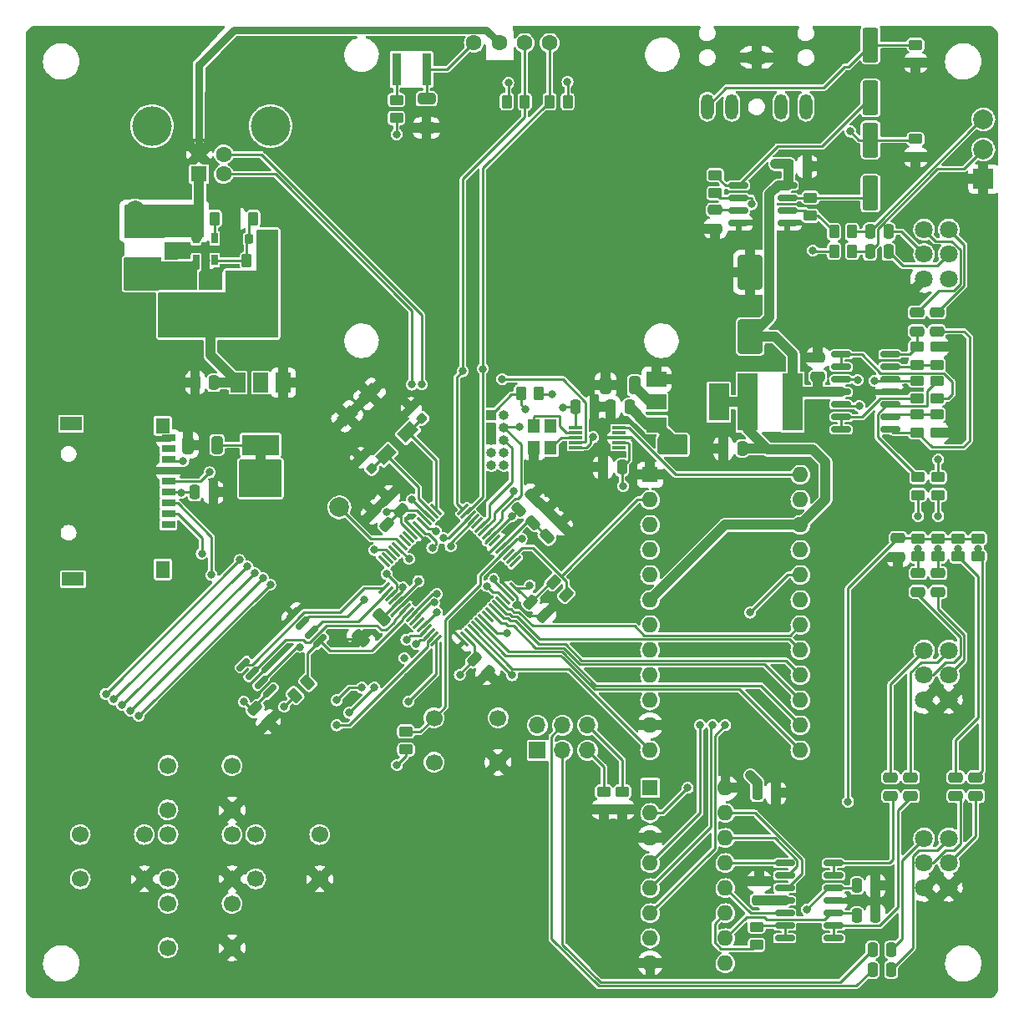
<source format=gtl>
G04 #@! TF.GenerationSoftware,KiCad,Pcbnew,(6.0.1)*
G04 #@! TF.CreationDate,2022-01-31T15:49:31-08:00*
G04 #@! TF.ProjectId,MegaBlaster2,4d656761-426c-4617-9374-6572322e6b69,rev?*
G04 #@! TF.SameCoordinates,Original*
G04 #@! TF.FileFunction,Copper,L1,Top*
G04 #@! TF.FilePolarity,Positive*
%FSLAX46Y46*%
G04 Gerber Fmt 4.6, Leading zero omitted, Abs format (unit mm)*
G04 Created by KiCad (PCBNEW (6.0.1)) date 2022-01-31 15:49:31*
%MOMM*%
%LPD*%
G01*
G04 APERTURE LIST*
G04 Aperture macros list*
%AMRoundRect*
0 Rectangle with rounded corners*
0 $1 Rounding radius*
0 $2 $3 $4 $5 $6 $7 $8 $9 X,Y pos of 4 corners*
0 Add a 4 corners polygon primitive as box body*
4,1,4,$2,$3,$4,$5,$6,$7,$8,$9,$2,$3,0*
0 Add four circle primitives for the rounded corners*
1,1,$1+$1,$2,$3*
1,1,$1+$1,$4,$5*
1,1,$1+$1,$6,$7*
1,1,$1+$1,$8,$9*
0 Add four rect primitives between the rounded corners*
20,1,$1+$1,$2,$3,$4,$5,0*
20,1,$1+$1,$4,$5,$6,$7,0*
20,1,$1+$1,$6,$7,$8,$9,0*
20,1,$1+$1,$8,$9,$2,$3,0*%
%AMRotRect*
0 Rectangle, with rotation*
0 The origin of the aperture is its center*
0 $1 length*
0 $2 width*
0 $3 Rotation angle, in degrees counterclockwise*
0 Add horizontal line*
21,1,$1,$2,0,0,$3*%
G04 Aperture macros list end*
G04 #@! TA.AperFunction,SMDPad,CuDef*
%ADD10RoundRect,0.225000X0.335876X0.017678X0.017678X0.335876X-0.335876X-0.017678X-0.017678X-0.335876X0*%
G04 #@! TD*
G04 #@! TA.AperFunction,SMDPad,CuDef*
%ADD11RoundRect,0.250000X0.159099X-0.512652X0.512652X-0.159099X-0.159099X0.512652X-0.512652X0.159099X0*%
G04 #@! TD*
G04 #@! TA.AperFunction,SMDPad,CuDef*
%ADD12RoundRect,0.250000X-0.512652X-0.159099X-0.159099X-0.512652X0.512652X0.159099X0.159099X0.512652X0*%
G04 #@! TD*
G04 #@! TA.AperFunction,SMDPad,CuDef*
%ADD13RoundRect,0.250000X0.512652X0.159099X0.159099X0.512652X-0.512652X-0.159099X-0.159099X-0.512652X0*%
G04 #@! TD*
G04 #@! TA.AperFunction,SMDPad,CuDef*
%ADD14RoundRect,0.249999X-0.229810X0.689431X-0.689431X0.229810X0.229810X-0.689431X0.689431X-0.229810X0*%
G04 #@! TD*
G04 #@! TA.AperFunction,SMDPad,CuDef*
%ADD15RoundRect,0.249999X-0.650001X0.325001X-0.650001X-0.325001X0.650001X-0.325001X0.650001X0.325001X0*%
G04 #@! TD*
G04 #@! TA.AperFunction,SMDPad,CuDef*
%ADD16RoundRect,0.225000X0.225000X0.250000X-0.225000X0.250000X-0.225000X-0.250000X0.225000X-0.250000X0*%
G04 #@! TD*
G04 #@! TA.AperFunction,SMDPad,CuDef*
%ADD17RoundRect,0.249999X0.650001X-0.325001X0.650001X0.325001X-0.650001X0.325001X-0.650001X-0.325001X0*%
G04 #@! TD*
G04 #@! TA.AperFunction,SMDPad,CuDef*
%ADD18RoundRect,0.250000X0.250000X0.475000X-0.250000X0.475000X-0.250000X-0.475000X0.250000X-0.475000X0*%
G04 #@! TD*
G04 #@! TA.AperFunction,SMDPad,CuDef*
%ADD19RoundRect,0.250000X-0.250000X-0.475000X0.250000X-0.475000X0.250000X0.475000X-0.250000X0.475000X0*%
G04 #@! TD*
G04 #@! TA.AperFunction,SMDPad,CuDef*
%ADD20RoundRect,0.249999X0.325001X0.650001X-0.325001X0.650001X-0.325001X-0.650001X0.325001X-0.650001X0*%
G04 #@! TD*
G04 #@! TA.AperFunction,SMDPad,CuDef*
%ADD21RoundRect,0.250000X1.000000X-1.500000X1.000000X1.500000X-1.000000X1.500000X-1.000000X-1.500000X0*%
G04 #@! TD*
G04 #@! TA.AperFunction,SMDPad,CuDef*
%ADD22RoundRect,0.250000X-0.475000X0.250000X-0.475000X-0.250000X0.475000X-0.250000X0.475000X0.250000X0*%
G04 #@! TD*
G04 #@! TA.AperFunction,SMDPad,CuDef*
%ADD23RoundRect,0.250000X0.550000X-1.500000X0.550000X1.500000X-0.550000X1.500000X-0.550000X-1.500000X0*%
G04 #@! TD*
G04 #@! TA.AperFunction,SMDPad,CuDef*
%ADD24R,1.800000X2.500000*%
G04 #@! TD*
G04 #@! TA.AperFunction,ComponentPad*
%ADD25C,1.600000*%
G04 #@! TD*
G04 #@! TA.AperFunction,ComponentPad*
%ADD26C,4.000000*%
G04 #@! TD*
G04 #@! TA.AperFunction,ComponentPad*
%ADD27R,1.600000X1.600000*%
G04 #@! TD*
G04 #@! TA.AperFunction,ComponentPad*
%ADD28R,1.000000X1.000000*%
G04 #@! TD*
G04 #@! TA.AperFunction,ComponentPad*
%ADD29O,1.000000X1.000000*%
G04 #@! TD*
G04 #@! TA.AperFunction,SMDPad,CuDef*
%ADD30R,1.400000X1.800000*%
G04 #@! TD*
G04 #@! TA.AperFunction,SMDPad,CuDef*
%ADD31R,1.400000X1.600000*%
G04 #@! TD*
G04 #@! TA.AperFunction,SMDPad,CuDef*
%ADD32R,2.200000X1.400000*%
G04 #@! TD*
G04 #@! TA.AperFunction,SMDPad,CuDef*
%ADD33R,1.400000X0.700000*%
G04 #@! TD*
G04 #@! TA.AperFunction,ComponentPad*
%ADD34O,1.300000X2.600000*%
G04 #@! TD*
G04 #@! TA.AperFunction,ComponentPad*
%ADD35O,2.600000X1.300000*%
G04 #@! TD*
G04 #@! TA.AperFunction,SMDPad,CuDef*
%ADD36R,3.300000X0.950000*%
G04 #@! TD*
G04 #@! TA.AperFunction,SMDPad,CuDef*
%ADD37R,0.950000X3.300000*%
G04 #@! TD*
G04 #@! TA.AperFunction,SMDPad,CuDef*
%ADD38R,2.000000X5.800000*%
G04 #@! TD*
G04 #@! TA.AperFunction,SMDPad,CuDef*
%ADD39RoundRect,0.249998X0.450002X-0.262502X0.450002X0.262502X-0.450002X0.262502X-0.450002X-0.262502X0*%
G04 #@! TD*
G04 #@! TA.AperFunction,SMDPad,CuDef*
%ADD40RoundRect,0.249998X-0.262502X-0.450002X0.262502X-0.450002X0.262502X0.450002X-0.262502X0.450002X0*%
G04 #@! TD*
G04 #@! TA.AperFunction,SMDPad,CuDef*
%ADD41RoundRect,0.249998X0.262502X0.450002X-0.262502X0.450002X-0.262502X-0.450002X0.262502X-0.450002X0*%
G04 #@! TD*
G04 #@! TA.AperFunction,SMDPad,CuDef*
%ADD42RoundRect,0.249998X-0.450002X0.262502X-0.450002X-0.262502X0.450002X-0.262502X0.450002X0.262502X0*%
G04 #@! TD*
G04 #@! TA.AperFunction,SMDPad,CuDef*
%ADD43RoundRect,0.249998X0.132583X-0.503816X0.503816X-0.132583X-0.132583X0.503816X-0.503816X0.132583X0*%
G04 #@! TD*
G04 #@! TA.AperFunction,ComponentPad*
%ADD44C,1.700000*%
G04 #@! TD*
G04 #@! TA.AperFunction,SMDPad,CuDef*
%ADD45C,2.000000*%
G04 #@! TD*
G04 #@! TA.AperFunction,SMDPad,CuDef*
%ADD46RoundRect,0.075000X-0.521491X0.415425X0.415425X-0.521491X0.521491X-0.415425X-0.415425X0.521491X0*%
G04 #@! TD*
G04 #@! TA.AperFunction,SMDPad,CuDef*
%ADD47RoundRect,0.075000X-0.521491X-0.415425X-0.415425X-0.521491X0.521491X0.415425X0.415425X0.521491X0*%
G04 #@! TD*
G04 #@! TA.AperFunction,SMDPad,CuDef*
%ADD48R,0.650000X1.060000*%
G04 #@! TD*
G04 #@! TA.AperFunction,SMDPad,CuDef*
%ADD49R,1.500000X2.000000*%
G04 #@! TD*
G04 #@! TA.AperFunction,SMDPad,CuDef*
%ADD50R,3.800000X2.000000*%
G04 #@! TD*
G04 #@! TA.AperFunction,SMDPad,CuDef*
%ADD51R,2.000000X1.500000*%
G04 #@! TD*
G04 #@! TA.AperFunction,SMDPad,CuDef*
%ADD52R,2.000000X3.800000*%
G04 #@! TD*
G04 #@! TA.AperFunction,SMDPad,CuDef*
%ADD53RoundRect,0.150000X0.353553X0.565685X-0.565685X-0.353553X-0.353553X-0.565685X0.565685X0.353553X0*%
G04 #@! TD*
G04 #@! TA.AperFunction,SMDPad,CuDef*
%ADD54R,1.400000X0.300000*%
G04 #@! TD*
G04 #@! TA.AperFunction,SMDPad,CuDef*
%ADD55RoundRect,0.150000X-0.825000X-0.150000X0.825000X-0.150000X0.825000X0.150000X-0.825000X0.150000X0*%
G04 #@! TD*
G04 #@! TA.AperFunction,SMDPad,CuDef*
%ADD56RotRect,1.300000X1.900000X135.000000*%
G04 #@! TD*
G04 #@! TA.AperFunction,SMDPad,CuDef*
%ADD57R,1.200000X1.400000*%
G04 #@! TD*
G04 #@! TA.AperFunction,SMDPad,CuDef*
%ADD58R,2.000000X2.000000*%
G04 #@! TD*
G04 #@! TA.AperFunction,SMDPad,CuDef*
%ADD59RoundRect,0.249998X-0.503816X-0.132583X-0.132583X-0.503816X0.503816X0.132583X0.132583X0.503816X0*%
G04 #@! TD*
G04 #@! TA.AperFunction,SMDPad,CuDef*
%ADD60RoundRect,0.250000X0.450000X-0.262500X0.450000X0.262500X-0.450000X0.262500X-0.450000X-0.262500X0*%
G04 #@! TD*
G04 #@! TA.AperFunction,SMDPad,CuDef*
%ADD61RoundRect,0.250000X-0.450000X0.262500X-0.450000X-0.262500X0.450000X-0.262500X0.450000X0.262500X0*%
G04 #@! TD*
G04 #@! TA.AperFunction,ComponentPad*
%ADD62C,1.800000*%
G04 #@! TD*
G04 #@! TA.AperFunction,ComponentPad*
%ADD63R,1.700000X1.700000*%
G04 #@! TD*
G04 #@! TA.AperFunction,ComponentPad*
%ADD64O,1.700000X1.700000*%
G04 #@! TD*
G04 #@! TA.AperFunction,ComponentPad*
%ADD65O,1.600000X1.600000*%
G04 #@! TD*
G04 #@! TA.AperFunction,SMDPad,CuDef*
%ADD66RoundRect,0.250000X0.475000X-0.250000X0.475000X0.250000X-0.475000X0.250000X-0.475000X-0.250000X0*%
G04 #@! TD*
G04 #@! TA.AperFunction,ViaPad*
%ADD67C,0.800000*%
G04 #@! TD*
G04 #@! TA.AperFunction,ViaPad*
%ADD68C,1.000000*%
G04 #@! TD*
G04 #@! TA.AperFunction,Conductor*
%ADD69C,0.250000*%
G04 #@! TD*
G04 #@! TA.AperFunction,Conductor*
%ADD70C,0.750000*%
G04 #@! TD*
G04 #@! TA.AperFunction,Conductor*
%ADD71C,0.800000*%
G04 #@! TD*
G04 #@! TA.AperFunction,Conductor*
%ADD72C,1.000000*%
G04 #@! TD*
G04 APERTURE END LIST*
D10*
X124200000Y-81900000D03*
X123103984Y-80803984D03*
D11*
X134028249Y-91121751D03*
X135371751Y-89778249D03*
D10*
X119098008Y-86998008D03*
X118001992Y-85901992D03*
D12*
X135228249Y-100528249D03*
X136571751Y-101871751D03*
D13*
X122090000Y-91270000D03*
X120746498Y-89926498D03*
X120650000Y-92710000D03*
X119306498Y-91366498D03*
D12*
X129528249Y-106328249D03*
X130871751Y-107671751D03*
D14*
X120092983Y-102107017D03*
X118007017Y-104192983D03*
D15*
X99060000Y-61875000D03*
X99060000Y-64825000D03*
D11*
X135472249Y-92492751D03*
X136815751Y-91149249D03*
X136869249Y-93889751D03*
X138212751Y-92546249D03*
D16*
X108225000Y-63750000D03*
X106675000Y-63750000D03*
D17*
X102750000Y-71025000D03*
X102750000Y-68075000D03*
X124650000Y-52475000D03*
X124650000Y-49525000D03*
D18*
X103100000Y-78300000D03*
X101200000Y-78300000D03*
X145222000Y-80772000D03*
X143322000Y-80772000D03*
D19*
X139766000Y-80772000D03*
X141666000Y-80772000D03*
D12*
X107278249Y-111342249D03*
X108621751Y-112685751D03*
D20*
X103425000Y-84600000D03*
X100475000Y-84600000D03*
X145745000Y-78570000D03*
X142795000Y-78570000D03*
D19*
X142560000Y-86868000D03*
X144460000Y-86868000D03*
D21*
X157480000Y-73608000D03*
X157480000Y-67108000D03*
D18*
X103058000Y-89408000D03*
X101158000Y-89408000D03*
D22*
X153924000Y-60772000D03*
X153924000Y-62672000D03*
D19*
X161356000Y-56388000D03*
X163256000Y-56388000D03*
D23*
X169672000Y-49436000D03*
X169672000Y-44036000D03*
X169672000Y-59088000D03*
X169672000Y-53688000D03*
D24*
X99200000Y-71500000D03*
X99200000Y-67500000D03*
D25*
X129460000Y-43845000D03*
X132050000Y-43845000D03*
X134590000Y-43845000D03*
X137130000Y-43845000D03*
D26*
X108850000Y-52290000D03*
X96850000Y-52290000D03*
D27*
X101600000Y-57150000D03*
D25*
X104100000Y-57150000D03*
X104100000Y-55150000D03*
X101600000Y-55150000D03*
D28*
X131200000Y-81550000D03*
D29*
X132470000Y-81550000D03*
X131200000Y-82820000D03*
X132470000Y-82820000D03*
X131200000Y-84090000D03*
X132470000Y-84090000D03*
X131200000Y-85360000D03*
X132470000Y-85360000D03*
X131200000Y-86630000D03*
X132470000Y-86630000D03*
D30*
X97925000Y-97208000D03*
D31*
X97925000Y-82660000D03*
D32*
X88626000Y-82459000D03*
X88824000Y-98209000D03*
D33*
X98485000Y-92710000D03*
X98485000Y-91610000D03*
X98485000Y-90510000D03*
X98485000Y-89410000D03*
X98485000Y-88310000D03*
X98485000Y-87210000D03*
X98485000Y-86110000D03*
X98485000Y-85010000D03*
X98485000Y-83910000D03*
D34*
X155610000Y-50330000D03*
X160610000Y-50330000D03*
X163110000Y-50330000D03*
D35*
X158110000Y-45330000D03*
D34*
X153110000Y-50330000D03*
D36*
X95900000Y-66150000D03*
X95900000Y-63100000D03*
D37*
X124650000Y-46550000D03*
X121600000Y-46550000D03*
D38*
X161798000Y-80264000D03*
X157198000Y-80264000D03*
D39*
X122580000Y-115482500D03*
X122580000Y-113657500D03*
D40*
X134215500Y-79390000D03*
X136040500Y-79390000D03*
X101387500Y-61650000D03*
X103212500Y-61650000D03*
X105287500Y-61650000D03*
X107112500Y-61650000D03*
D41*
X108262500Y-65900000D03*
X106437500Y-65900000D03*
D40*
X132787500Y-49800000D03*
X134612500Y-49800000D03*
D41*
X138962500Y-49800000D03*
X137137500Y-49800000D03*
D42*
X121600000Y-49637500D03*
X121600000Y-51462500D03*
D43*
X111324765Y-109995235D03*
X112615235Y-108704765D03*
D41*
X167800501Y-64950000D03*
X165975501Y-64950000D03*
D42*
X153924000Y-57253500D03*
X153924000Y-59078500D03*
X163576000Y-59539500D03*
X163576000Y-61364500D03*
D40*
X165965500Y-62992000D03*
X167790500Y-62992000D03*
D39*
X174244000Y-45870500D03*
X174244000Y-44045500D03*
X174244000Y-55419000D03*
X174244000Y-53594000D03*
D44*
X125410000Y-112280000D03*
X131910000Y-112280000D03*
X125410000Y-116780000D03*
X131910000Y-116780000D03*
X89555000Y-124095000D03*
X96055000Y-124095000D03*
X89555000Y-128595000D03*
X96055000Y-128595000D03*
X98445000Y-131080000D03*
X104945000Y-131080000D03*
X98445000Y-135580000D03*
X104945000Y-135580000D03*
X107335000Y-124095000D03*
X113835000Y-124095000D03*
X107335000Y-128595000D03*
X113835000Y-128595000D03*
X98445000Y-117110000D03*
X104945000Y-117110000D03*
X98445000Y-121610000D03*
X104945000Y-121610000D03*
X98450000Y-124090000D03*
X104950000Y-124090000D03*
X98450000Y-128590000D03*
X104950000Y-128590000D03*
D45*
X115824000Y-90932000D03*
X107886500Y-68643500D03*
X95123000Y-60833000D03*
D46*
X125647658Y-91134357D03*
X125294105Y-91487911D03*
X124940551Y-91841464D03*
X124586998Y-92195018D03*
X124233445Y-92548571D03*
X123879891Y-92902124D03*
X123526338Y-93255678D03*
X123172785Y-93609231D03*
X122819231Y-93962785D03*
X122465678Y-94316338D03*
X122112124Y-94669891D03*
X121758571Y-95023445D03*
X121405018Y-95376998D03*
X121051464Y-95730551D03*
X120697911Y-96084105D03*
X120344357Y-96437658D03*
D47*
X120344357Y-99142342D03*
X120697911Y-99495895D03*
X121051464Y-99849449D03*
X121405018Y-100203002D03*
X121758571Y-100556555D03*
X122112124Y-100910109D03*
X122465678Y-101263662D03*
X122819231Y-101617215D03*
X123172785Y-101970769D03*
X123526338Y-102324322D03*
X123879891Y-102677876D03*
X124233445Y-103031429D03*
X124586998Y-103384982D03*
X124940551Y-103738536D03*
X125294105Y-104092089D03*
X125647658Y-104445643D03*
D46*
X128352342Y-104445643D03*
X128705895Y-104092089D03*
X129059449Y-103738536D03*
X129413002Y-103384982D03*
X129766555Y-103031429D03*
X130120109Y-102677876D03*
X130473662Y-102324322D03*
X130827215Y-101970769D03*
X131180769Y-101617215D03*
X131534322Y-101263662D03*
X131887876Y-100910109D03*
X132241429Y-100556555D03*
X132594982Y-100203002D03*
X132948536Y-99849449D03*
X133302089Y-99495895D03*
X133655643Y-99142342D03*
D47*
X133655643Y-96437658D03*
X133302089Y-96084105D03*
X132948536Y-95730551D03*
X132594982Y-95376998D03*
X132241429Y-95023445D03*
X131887876Y-94669891D03*
X131534322Y-94316338D03*
X131180769Y-93962785D03*
X130827215Y-93609231D03*
X130473662Y-93255678D03*
X130120109Y-92902124D03*
X129766555Y-92548571D03*
X129413002Y-92195018D03*
X129059449Y-91841464D03*
X128705895Y-91487911D03*
X128352342Y-91134357D03*
D48*
X101285000Y-65870000D03*
X102235000Y-65870000D03*
X103185000Y-65870000D03*
X103185000Y-63670000D03*
X101285000Y-63670000D03*
D49*
X110150000Y-78300000D03*
X107850000Y-78300000D03*
D50*
X107850000Y-84600000D03*
D49*
X105550000Y-78300000D03*
D51*
X147980000Y-77964000D03*
D52*
X154280000Y-80264000D03*
D51*
X147980000Y-80264000D03*
X147980000Y-82564000D03*
D53*
X113874623Y-104465454D03*
X112976597Y-103567428D03*
X112078572Y-102669403D03*
X111180546Y-101771377D03*
X106089377Y-106862546D03*
X106987403Y-107760572D03*
X107885428Y-108658597D03*
X108783454Y-109556623D03*
D54*
X139786000Y-82850000D03*
X139786000Y-83350000D03*
X139786000Y-83850000D03*
X139786000Y-84350000D03*
X139786000Y-84850000D03*
X144186000Y-84850000D03*
X144186000Y-84350000D03*
X144186000Y-83850000D03*
X144186000Y-83350000D03*
X144186000Y-82850000D03*
D55*
X156275000Y-58293000D03*
X156275000Y-59563000D03*
X156275000Y-60833000D03*
X156275000Y-62103000D03*
X161225000Y-62103000D03*
X161225000Y-60833000D03*
X161225000Y-59563000D03*
X161225000Y-58293000D03*
D56*
X122775914Y-83313173D03*
X118886827Y-79424086D03*
X116624086Y-81686827D03*
X120513173Y-85575914D03*
D57*
X135548000Y-82720000D03*
X135548000Y-84920000D03*
X137248000Y-84920000D03*
X137248000Y-82720000D03*
D58*
X181102000Y-57658000D03*
D59*
X137530765Y-98478265D03*
X138821235Y-99768735D03*
D22*
X172466000Y-94046000D03*
X172466000Y-95946000D03*
D55*
X160974000Y-127000000D03*
X160974000Y-128270000D03*
X160974000Y-129540000D03*
X160974000Y-130810000D03*
X160974000Y-132080000D03*
X160974000Y-133350000D03*
X160974000Y-134620000D03*
X165924000Y-134620000D03*
X165924000Y-133350000D03*
X165924000Y-132080000D03*
X165924000Y-130810000D03*
X165924000Y-129540000D03*
X165924000Y-128270000D03*
X165924000Y-127000000D03*
D22*
X173736000Y-118303000D03*
X173736000Y-120203000D03*
D60*
X174498000Y-89685500D03*
X174498000Y-87860500D03*
D61*
X176530000Y-94083500D03*
X176530000Y-95908500D03*
D60*
X176403000Y-83335500D03*
X176403000Y-81510500D03*
D61*
X176403000Y-74652500D03*
X176403000Y-76477500D03*
D60*
X176403000Y-79906500D03*
X176403000Y-78081500D03*
D22*
X174371000Y-71186000D03*
X174371000Y-73086000D03*
X164338000Y-75758000D03*
X164338000Y-77658000D03*
D62*
X177593000Y-67778000D03*
X177593000Y-65278000D03*
X177593000Y-62778000D03*
X175093000Y-67778000D03*
X175093000Y-65278000D03*
X175093000Y-62778000D03*
X177595001Y-129500000D03*
X177595001Y-127000000D03*
X177595001Y-124500000D03*
X175095001Y-129500000D03*
X175095001Y-127000000D03*
X175095001Y-124500000D03*
D18*
X171765000Y-135763000D03*
X169865000Y-135763000D03*
D62*
X177595001Y-110450000D03*
X177595001Y-107950000D03*
X177595001Y-105450000D03*
X175095001Y-110450000D03*
X175095001Y-107950000D03*
X175095001Y-105450000D03*
D22*
X176530000Y-97602000D03*
X176530000Y-99502000D03*
D63*
X135905000Y-115575000D03*
D64*
X135905000Y-113035000D03*
X138445000Y-115575000D03*
X138445000Y-113035000D03*
X140985000Y-115575000D03*
X140985000Y-113035000D03*
D22*
X174498000Y-97602000D03*
X174498000Y-99502000D03*
D61*
X180594000Y-94083500D03*
X180594000Y-95908500D03*
X178562000Y-94083500D03*
X178562000Y-95908500D03*
D60*
X174371000Y-79906500D03*
X174371000Y-78081500D03*
X174371000Y-83335500D03*
X174371000Y-81510500D03*
D61*
X158115000Y-133453500D03*
X158115000Y-135278500D03*
D55*
X166689000Y-75438000D03*
X166689000Y-76708000D03*
X166689000Y-77978000D03*
X166689000Y-79248000D03*
X166689000Y-80518000D03*
X166689000Y-81788000D03*
X166689000Y-83058000D03*
X171639000Y-83058000D03*
X171639000Y-81788000D03*
X171639000Y-80518000D03*
X171639000Y-79248000D03*
X171639000Y-77978000D03*
X171639000Y-76708000D03*
X171639000Y-75438000D03*
D22*
X176403000Y-71186000D03*
X176403000Y-73086000D03*
X171704000Y-118303000D03*
X171704000Y-120203000D03*
D19*
X168275000Y-132334000D03*
X170175000Y-132334000D03*
X158181000Y-119888000D03*
X160081000Y-119888000D03*
D61*
X142621000Y-119737500D03*
X142621000Y-121562500D03*
D19*
X168275000Y-129286000D03*
X170175000Y-129286000D03*
D18*
X156652000Y-84963000D03*
X154752000Y-84963000D03*
D45*
X181102000Y-51610000D03*
D60*
X176530000Y-89685500D03*
X176530000Y-87860500D03*
D19*
X169611000Y-65024000D03*
X171511000Y-65024000D03*
D27*
X147315000Y-87625000D03*
D65*
X147315000Y-90165000D03*
X147315000Y-92705000D03*
X147315000Y-95245000D03*
X147315000Y-97785000D03*
X147315000Y-100325000D03*
X147315000Y-102865000D03*
X147315000Y-105405000D03*
X147315000Y-107945000D03*
X147315000Y-110485000D03*
X147315000Y-113025000D03*
X147315000Y-115565000D03*
X162555000Y-115565000D03*
X162555000Y-113025000D03*
X162555000Y-110485000D03*
X162555000Y-107945000D03*
X162555000Y-105405000D03*
X162555000Y-102865000D03*
X162555000Y-100325000D03*
X162555000Y-97785000D03*
X162555000Y-95245000D03*
X162555000Y-92705000D03*
X162555000Y-90165000D03*
X162555000Y-87625000D03*
D22*
X180340000Y-118303000D03*
X180340000Y-120203000D03*
D61*
X144526000Y-119737500D03*
X144526000Y-121562500D03*
X174498000Y-94083500D03*
X174498000Y-95908500D03*
D22*
X178308000Y-118303000D03*
X178308000Y-120203000D03*
D61*
X174371000Y-74652500D03*
X174371000Y-76477500D03*
D66*
X158369000Y-130744000D03*
X158369000Y-128844000D03*
D19*
X169611000Y-62992000D03*
X171511000Y-62992000D03*
D18*
X171765000Y-137795000D03*
X169865000Y-137795000D03*
D45*
X181102000Y-54658000D03*
D27*
X147330000Y-119370000D03*
D65*
X147330000Y-121910000D03*
X147330000Y-124450000D03*
X147330000Y-126990000D03*
X147330000Y-129530000D03*
X147330000Y-132070000D03*
X147330000Y-134610000D03*
X147330000Y-137150000D03*
X154950000Y-137150000D03*
X154950000Y-134610000D03*
X154950000Y-132070000D03*
X154950000Y-129530000D03*
X154950000Y-126990000D03*
X154950000Y-124450000D03*
X154950000Y-121910000D03*
X154950000Y-119370000D03*
D67*
X172974000Y-64770000D03*
X113792000Y-95377000D03*
X150622000Y-65786000D03*
X99500000Y-64850000D03*
X149606000Y-49022000D03*
X151257000Y-124333000D03*
X150876000Y-121666000D03*
X157861000Y-63754000D03*
X90932000Y-44196000D03*
X172720000Y-114935000D03*
X138938000Y-67310000D03*
X123698000Y-68072000D03*
X163576000Y-128651000D03*
X180086000Y-49022000D03*
X135636000Y-58928000D03*
X159766000Y-102362000D03*
X94615000Y-70612000D03*
X124530000Y-94320000D03*
X104140000Y-125984000D03*
X117602000Y-56642000D03*
X155448000Y-97790000D03*
X151638000Y-126619000D03*
X127779253Y-105263647D03*
X122702802Y-108092802D03*
X113792000Y-75946000D03*
X164140000Y-63970000D03*
X102300000Y-65950000D03*
X160020000Y-42926000D03*
X142113000Y-129667000D03*
X95250000Y-126238000D03*
X123317198Y-100112802D03*
X106235500Y-56197500D03*
X104630000Y-59200000D03*
X141986000Y-46228000D03*
X115930000Y-104250000D03*
X166370000Y-43942000D03*
X134239000Y-125349000D03*
X179705000Y-115443000D03*
X85852000Y-80264000D03*
X181229000Y-127635000D03*
X164465000Y-81534000D03*
X97800000Y-111280000D03*
X91186000Y-76708000D03*
X109474000Y-46482000D03*
X158436011Y-58711076D03*
X151257000Y-132588000D03*
X91948000Y-76708000D03*
X94234000Y-73025000D03*
X179451000Y-122936000D03*
X172466000Y-57150000D03*
X166116000Y-56642000D03*
X104648000Y-49276000D03*
X180594000Y-88138000D03*
X116332000Y-48768000D03*
X168402000Y-86868000D03*
X157099000Y-107950000D03*
X128924500Y-96370000D03*
X103200000Y-68050000D03*
X92710000Y-76708000D03*
X162814000Y-137414000D03*
X148082000Y-58166000D03*
X152654000Y-84709000D03*
X90424000Y-75946000D03*
X154051000Y-64643000D03*
X163510000Y-63300000D03*
X180340000Y-133096000D03*
X98650000Y-64850000D03*
X168275000Y-79375000D03*
X156337000Y-63754000D03*
X176022000Y-43942000D03*
X166370000Y-50038000D03*
X121158000Y-76200000D03*
X134874000Y-120142000D03*
X167767000Y-71120000D03*
X176276000Y-134874000D03*
X86868000Y-48768000D03*
X113538000Y-126238000D03*
X113538000Y-84328000D03*
X123063000Y-125476000D03*
X120650000Y-61214000D03*
X90170000Y-46990000D03*
X162490000Y-63700000D03*
X170561000Y-101092000D03*
X157353000Y-114554000D03*
X175006000Y-139192000D03*
X180594000Y-62230000D03*
X105280000Y-59680000D03*
X171958000Y-71628000D03*
X133868224Y-100821273D03*
X91948000Y-75946000D03*
X176276000Y-114554000D03*
X151130000Y-79121000D03*
X174244000Y-50292000D03*
X155956000Y-43180000D03*
X131390000Y-88530000D03*
X176403000Y-58674000D03*
X153416000Y-75565000D03*
X125310000Y-97135500D03*
X91186000Y-75946000D03*
X85852000Y-133604000D03*
X170688000Y-66548000D03*
X178689000Y-100330000D03*
X129032000Y-50546000D03*
X112268000Y-137668000D03*
X148971000Y-119888000D03*
X155956000Y-53340000D03*
X129413000Y-134112000D03*
X156845000Y-89281000D03*
X87884000Y-105410000D03*
X96774000Y-55626000D03*
X164592000Y-69596000D03*
X171577000Y-133858000D03*
X93980000Y-102362000D03*
X181991000Y-100711000D03*
X180721000Y-72009000D03*
X90424000Y-53340000D03*
X138430000Y-87884000D03*
X143510000Y-107823000D03*
X91694000Y-139192000D03*
X142557500Y-97174500D03*
X105420000Y-58890000D03*
X167386000Y-93472000D03*
X134955802Y-97109802D03*
X90170000Y-134874000D03*
X102616000Y-111506000D03*
X97028000Y-44196000D03*
X169926000Y-106807000D03*
X164390000Y-62980000D03*
X167386000Y-130810000D03*
X102300000Y-68050000D03*
X162052000Y-66802000D03*
X166550000Y-60680000D03*
X175768000Y-122174000D03*
X150749000Y-92456000D03*
X142875000Y-105410000D03*
X157607000Y-123444000D03*
X162941000Y-121412000D03*
X141986000Y-60198000D03*
X121160000Y-104800000D03*
X178435000Y-81915000D03*
X158220000Y-62020000D03*
X178562000Y-74930000D03*
X151384000Y-137414000D03*
X85598000Y-52959000D03*
X157480000Y-105537000D03*
X176784000Y-47498000D03*
X86487000Y-74676000D03*
X140970000Y-91186000D03*
X168402000Y-76581000D03*
X105410000Y-91948000D03*
X90932000Y-118110000D03*
X95758000Y-77216000D03*
X92710000Y-75946000D03*
X129370000Y-68110000D03*
X144272000Y-53340000D03*
X168910000Y-130810000D03*
X163180000Y-62530000D03*
X180848000Y-69342000D03*
X159385000Y-111125000D03*
X137646659Y-136413262D03*
X90424000Y-76708000D03*
X173228000Y-79121000D03*
X181610000Y-79883000D03*
X127381000Y-103124000D03*
X135128000Y-98869500D03*
X106309000Y-86846000D03*
X108595000Y-89132000D03*
X107071000Y-86846000D03*
X106125000Y-110650000D03*
X107833000Y-86846000D03*
X107071000Y-89132000D03*
X134670000Y-80950000D03*
X109357000Y-88370000D03*
X106309000Y-87608000D03*
X107071000Y-88370000D03*
X108595000Y-88370000D03*
X99800000Y-89425000D03*
X107833000Y-89132000D03*
X110240000Y-111150000D03*
X109357000Y-89132000D03*
X108595000Y-87608000D03*
X144600000Y-88760000D03*
X138500000Y-80860000D03*
X121630000Y-53120000D03*
X107071000Y-87608000D03*
X133312500Y-91837500D03*
X121670000Y-117050000D03*
X108595000Y-86846000D03*
X106309000Y-89132000D03*
X109357000Y-87608000D03*
X132950000Y-47900000D03*
X106309000Y-88370000D03*
X107833000Y-87608000D03*
X109357000Y-86846000D03*
X138950000Y-47800000D03*
X120650000Y-91440000D03*
X107900000Y-78300000D03*
X123844261Y-98405500D03*
X107833000Y-88370000D03*
X128037329Y-107909643D03*
D68*
X148590000Y-85090000D03*
X150622000Y-85090000D03*
D67*
X107188000Y-72136000D03*
X108712000Y-71374000D03*
X107950000Y-70612000D03*
X107950000Y-72136000D03*
X107950000Y-71374000D03*
X107188000Y-70612000D03*
X107188000Y-71374000D03*
D68*
X150622000Y-84074000D03*
X149606000Y-84074000D03*
X149606000Y-85090000D03*
D67*
X108712000Y-72136000D03*
D68*
X148590000Y-84074000D03*
D67*
X108712000Y-70612000D03*
X159639000Y-130810000D03*
X161290000Y-78232000D03*
X162306000Y-79248000D03*
D68*
X160020000Y-56134000D03*
D67*
X162306000Y-82296000D03*
X161290000Y-82296000D03*
X161290000Y-80264000D03*
X162306000Y-81280000D03*
X161290000Y-81280000D03*
D68*
X157480000Y-118110000D03*
D67*
X161290000Y-79248000D03*
X162306000Y-80264000D03*
X162306000Y-78232000D03*
X163195000Y-131699000D03*
X167640000Y-52832000D03*
X174498000Y-91821000D03*
X174498000Y-95125500D03*
X167386000Y-120777000D03*
X130374999Y-76889001D03*
X141536015Y-83820000D03*
X132334000Y-77941010D03*
X128352342Y-77133658D03*
X130778310Y-98899376D03*
X123185059Y-78486060D03*
X131475842Y-98201842D03*
X124184995Y-78473776D03*
X133494634Y-89322012D03*
X137414000Y-79502000D03*
X134112000Y-82804000D03*
X134300000Y-94100000D03*
X176530000Y-91821000D03*
X176530000Y-95125500D03*
X115570000Y-113030000D03*
X100000000Y-86220000D03*
X116840000Y-111760000D03*
X122425650Y-106214952D03*
X123610633Y-104752837D03*
X102670000Y-87380000D03*
X119380000Y-109220000D03*
X102870000Y-97790000D03*
X118110000Y-109220000D03*
X115570000Y-110490000D03*
X122614220Y-104329455D03*
X122810000Y-110640000D03*
X101880000Y-95640000D03*
X163830000Y-64897000D03*
X157607000Y-60198000D03*
X168352698Y-78027302D03*
X180594000Y-95125500D03*
X95490000Y-112090000D03*
X127110000Y-94900000D03*
X108820000Y-98760000D03*
X107222326Y-97564281D03*
X126370000Y-94050000D03*
X93810000Y-110976607D03*
X105696985Y-96271571D03*
X125639745Y-93358248D03*
X92138556Y-109830000D03*
X106475248Y-96899527D03*
X125242036Y-95022160D03*
X92964775Y-110410000D03*
X178562000Y-95125500D03*
X168529000Y-80645000D03*
X94640000Y-111529873D03*
X122880000Y-96170000D03*
X108061116Y-98108757D03*
X123190000Y-90170000D03*
X119380000Y-95250000D03*
X118364000Y-100330000D03*
X120606818Y-97671303D03*
X111830579Y-105085421D03*
X122264656Y-99060260D03*
X125729107Y-99714500D03*
X125418677Y-100590633D03*
X125730000Y-101600000D03*
X133350000Y-107950000D03*
X132847113Y-103644964D03*
X176530000Y-86106000D03*
X170053000Y-78105000D03*
X151130000Y-119380000D03*
X152400000Y-113030000D03*
X153670000Y-113030000D03*
X154940000Y-113030000D03*
X157480000Y-101600000D03*
D69*
X125647658Y-91134357D02*
X125647658Y-86184917D01*
X122786827Y-83313173D02*
X124200000Y-81900000D01*
X125647658Y-86184917D02*
X122775914Y-83313173D01*
X122775914Y-83313173D02*
X122786827Y-83313173D01*
D70*
X130725000Y-42520000D02*
X105380000Y-42520000D01*
D71*
X104630000Y-59200000D02*
X104630000Y-60992500D01*
D70*
X105160000Y-42520000D02*
X101680000Y-46000000D01*
D69*
X105280000Y-61642500D02*
X105287500Y-61650000D01*
X134918702Y-101871751D02*
X136571751Y-101871751D01*
X101680000Y-46000000D02*
X101600000Y-46000000D01*
X128352342Y-104690558D02*
X127779253Y-105263647D01*
X123526338Y-93255678D02*
X124530000Y-94259340D01*
X122112124Y-100910109D02*
X122909431Y-100112802D01*
X133868224Y-100821273D02*
X134918702Y-101871751D01*
X128352342Y-104445643D02*
X128352342Y-104690558D01*
X105380000Y-42520000D02*
X105230000Y-42370000D01*
X133870037Y-100819460D02*
X133868224Y-100821273D01*
X124530000Y-94259340D02*
X124530000Y-94320000D01*
D70*
X132050000Y-43845000D02*
X130725000Y-42520000D01*
D69*
X165924000Y-130810000D02*
X167386000Y-130810000D01*
X117950000Y-104250000D02*
X118007017Y-104192983D01*
D70*
X105380000Y-42520000D02*
X105160000Y-42520000D01*
D69*
X133870037Y-100063843D02*
X133870037Y-100819460D01*
X105280000Y-59680000D02*
X105280000Y-61642500D01*
X115930000Y-104250000D02*
X117950000Y-104250000D01*
X104630000Y-60992500D02*
X105287500Y-61650000D01*
X133302089Y-99495895D02*
X133870037Y-100063843D01*
D70*
X101600000Y-46000000D02*
X101600000Y-55150000D01*
D69*
X122909431Y-100112802D02*
X123317198Y-100112802D01*
X122112124Y-100910109D02*
X122116301Y-100910109D01*
X107900000Y-78300000D02*
X107900000Y-78300000D01*
X133312500Y-91837500D02*
X134028249Y-91121751D01*
X106817249Y-111342249D02*
X106125000Y-110650000D01*
X122580000Y-115482500D02*
X122580000Y-116140000D01*
X135228249Y-100528249D02*
X135290281Y-100528249D01*
X107278249Y-111342249D02*
X107278249Y-111061828D01*
X103425000Y-84600000D02*
X107850000Y-84600000D01*
X120650000Y-92710000D02*
X122090000Y-91270000D01*
X120820000Y-91270000D02*
X120650000Y-91440000D01*
X133842342Y-99142342D02*
X135228249Y-100528249D01*
X131200000Y-81550000D02*
X132025001Y-80724999D01*
X144460000Y-88620000D02*
X144600000Y-88760000D01*
X139766000Y-80772000D02*
X138588000Y-80772000D01*
X121562000Y-51500500D02*
X121600000Y-51462500D01*
X131180769Y-93962785D02*
X130612822Y-94530732D01*
X133248000Y-79502000D02*
X131200000Y-81550000D01*
X120092983Y-102107017D02*
X120208109Y-102107017D01*
X134215500Y-80495500D02*
X134670000Y-80950000D01*
X121600000Y-53090000D02*
X121630000Y-53120000D01*
X132950000Y-49637500D02*
X132787500Y-49800000D01*
X122090000Y-91270000D02*
X122090000Y-92526446D01*
X144460000Y-86868000D02*
X145211001Y-86116999D01*
X135050000Y-100350000D02*
X135228249Y-100528249D01*
X129528249Y-106328249D02*
X128037329Y-107819169D01*
X135228249Y-100528249D02*
X137278233Y-98478265D01*
X145053179Y-84350000D02*
X144186000Y-84350000D01*
X133655643Y-99142342D02*
X133842342Y-99142342D01*
X121758571Y-100556555D02*
X121793681Y-100556555D01*
X121300000Y-51762500D02*
X121600000Y-51462500D01*
X99817000Y-89408000D02*
X99800000Y-89425000D01*
X132500000Y-49512500D02*
X132787500Y-49800000D01*
X122090000Y-92526446D02*
X123172785Y-93609231D01*
X128037329Y-107819169D02*
X128037329Y-107909643D01*
X144460000Y-86868000D02*
X144460000Y-88620000D01*
X132950000Y-47900000D02*
X132950000Y-49637500D01*
X137278233Y-98478265D02*
X137530765Y-98478265D01*
X145211001Y-86116999D02*
X145211001Y-84507822D01*
X99785000Y-89410000D02*
X99800000Y-89425000D01*
X138962500Y-47812500D02*
X138950000Y-47800000D01*
X98485000Y-89410000D02*
X99785000Y-89410000D01*
X129528249Y-104914443D02*
X128705895Y-104092089D01*
X134215500Y-79502000D02*
X133248000Y-79502000D01*
X130612821Y-94530733D02*
X131180769Y-93962785D01*
X134215500Y-79502000D02*
X134215500Y-80495500D01*
X133655643Y-99142342D02*
X134855158Y-99142342D01*
X131187215Y-93962785D02*
X133312500Y-91837500D01*
X107278249Y-111342249D02*
X106817249Y-111342249D01*
X111324765Y-109995235D02*
X111324765Y-110065235D01*
X145211001Y-84507822D02*
X145053179Y-84350000D01*
X138962500Y-49800000D02*
X138962500Y-47812500D01*
X139718999Y-80724999D02*
X139766000Y-80772000D01*
X122090000Y-91270000D02*
X120820000Y-91270000D01*
X139766000Y-82830000D02*
X139786000Y-82850000D01*
X107850000Y-78300000D02*
X107900000Y-78300000D01*
X138588000Y-80772000D02*
X138500000Y-80860000D01*
X121793681Y-100556555D02*
X123844261Y-98505975D01*
X134855158Y-99142342D02*
X135128000Y-98869500D01*
X122580000Y-116140000D02*
X121670000Y-117050000D01*
X107278249Y-111061828D02*
X108783454Y-109556623D01*
X123661980Y-91270000D02*
X122090000Y-91270000D01*
X124586998Y-92195018D02*
X123661980Y-91270000D01*
X120208109Y-102107017D02*
X121758571Y-100556555D01*
X123844261Y-98505975D02*
X123844261Y-98405500D01*
X121600000Y-51462500D02*
X121600000Y-53090000D01*
X129528249Y-106328249D02*
X129528249Y-104914443D01*
X101158000Y-89408000D02*
X99817000Y-89408000D01*
X139766000Y-80772000D02*
X139766000Y-82830000D01*
X111324765Y-110065235D02*
X110240000Y-111150000D01*
X108640785Y-109699292D02*
X108783454Y-109556623D01*
X131180769Y-93962785D02*
X131187215Y-93962785D01*
X123844501Y-90038307D02*
X125294105Y-91487911D01*
X120513173Y-85582843D02*
X119098008Y-86998008D01*
X120513173Y-85575914D02*
X120513173Y-85582843D01*
X123844501Y-88907242D02*
X123844501Y-90038307D01*
X120513173Y-85575914D02*
X123844501Y-88907242D01*
D72*
X101387500Y-61650000D02*
X101387500Y-63567500D01*
X101600000Y-57150000D02*
X101600000Y-61437500D01*
X101600000Y-61437500D02*
X101387500Y-61650000D01*
X101387500Y-63567500D02*
X101285000Y-63670000D01*
D69*
X135472249Y-92492751D02*
X134772123Y-92492751D01*
X134772123Y-92492751D02*
X132241429Y-95023445D01*
X136869249Y-93889751D02*
X135472249Y-92492751D01*
X135178249Y-92271751D02*
X134993123Y-92271751D01*
X103215000Y-65900000D02*
X103185000Y-65870000D01*
X106437500Y-63987500D02*
X106675000Y-63750000D01*
X106675000Y-62087500D02*
X107112500Y-61650000D01*
X106407500Y-65870000D02*
X106437500Y-65900000D01*
X106675000Y-63750000D02*
X106675000Y-62087500D01*
X106437500Y-65900000D02*
X106437500Y-63987500D01*
X106437500Y-65900000D02*
X103215000Y-65900000D01*
D72*
X147980000Y-82564000D02*
X147014000Y-82564000D01*
X102750000Y-71025000D02*
X102750000Y-75500000D01*
X148096000Y-82564000D02*
X149606000Y-84074000D01*
X147014000Y-82564000D02*
X145222000Y-80772000D01*
X102750000Y-75500000D02*
X105550000Y-78300000D01*
X147980000Y-82564000D02*
X148096000Y-82564000D01*
X103100000Y-78300000D02*
X105550000Y-78300000D01*
X165100000Y-90160000D02*
X165100000Y-86360000D01*
X156652000Y-84963000D02*
X159122364Y-84963000D01*
X165100000Y-86360000D02*
X163830000Y-85090000D01*
X147271000Y-80264000D02*
X147980000Y-80264000D01*
X159122364Y-84963000D02*
X159249364Y-85090000D01*
X158995364Y-84836000D02*
X159249364Y-85090000D01*
X154280000Y-80264000D02*
X157198000Y-80264000D01*
X162555000Y-92705000D02*
X154935000Y-92705000D01*
X163830000Y-85090000D02*
X159249364Y-85090000D01*
X145747000Y-78740000D02*
X147271000Y-80264000D01*
X157198000Y-83038636D02*
X157198000Y-80264000D01*
X154935000Y-92705000D02*
X147315000Y-100325000D01*
X159249364Y-85090000D02*
X157198000Y-83038636D01*
X162555000Y-92705000D02*
X165100000Y-90160000D01*
X161356000Y-58162000D02*
X161225000Y-58293000D01*
X160318598Y-58293000D02*
X161225000Y-58293000D01*
X159429520Y-59182078D02*
X160318598Y-58293000D01*
X158181000Y-119888000D02*
X158181000Y-118811000D01*
X158181000Y-118811000D02*
X157480000Y-118110000D01*
X161102000Y-56134000D02*
X161356000Y-56388000D01*
X158435000Y-130810000D02*
X158369000Y-130744000D01*
X157480000Y-73608000D02*
X159429520Y-71658480D01*
X160020000Y-56134000D02*
X161102000Y-56134000D01*
X159639000Y-130810000D02*
X158435000Y-130810000D01*
X160974000Y-130810000D02*
X159639000Y-130810000D01*
X157480000Y-73608000D02*
X159968000Y-73608000D01*
X161356000Y-56388000D02*
X161356000Y-58162000D01*
X164338000Y-77658000D02*
X164338000Y-79248000D01*
X164338000Y-79248000D02*
X162306000Y-79248000D01*
X159968000Y-73608000D02*
X161798000Y-75438000D01*
X166689000Y-79248000D02*
X164338000Y-79248000D01*
X161798000Y-75438000D02*
X161798000Y-80264000D01*
X159429520Y-71658480D02*
X159429520Y-59182078D01*
D69*
X153924000Y-60772000D02*
X156214000Y-60772000D01*
X156214000Y-60772000D02*
X156275000Y-60833000D01*
X179129023Y-106415978D02*
X179129023Y-103818023D01*
X177595001Y-107950000D02*
X179129023Y-106415978D01*
X179129023Y-103818023D02*
X176530000Y-101219000D01*
X176530000Y-101219000D02*
X176530000Y-99502000D01*
X171704000Y-118303000D02*
X171704000Y-108841001D01*
X171704000Y-108841001D02*
X175095001Y-105450000D01*
X165924000Y-129540000D02*
X165354000Y-129540000D01*
X168275000Y-129540000D02*
X165924000Y-129540000D01*
X165354000Y-129540000D02*
X163195000Y-131699000D01*
X156275000Y-58293000D02*
X160212000Y-54356000D01*
X154963500Y-58293000D02*
X153924000Y-57253500D01*
X160212000Y-54356000D02*
X164752000Y-54356000D01*
X164752000Y-54356000D02*
X169672000Y-49436000D01*
X156275000Y-58293000D02*
X154963500Y-58293000D01*
X169672000Y-44036000D02*
X167402990Y-46305010D01*
X166984990Y-46305010D02*
X164890000Y-48400000D01*
X155040000Y-48400000D02*
X153110000Y-50330000D01*
X164890000Y-48400000D02*
X155040000Y-48400000D01*
X174244000Y-44045500D02*
X169681500Y-44045500D01*
X169681500Y-44045500D02*
X169672000Y-44036000D01*
X167402990Y-46305010D02*
X166984990Y-46305010D01*
X169672000Y-53688000D02*
X174150000Y-53688000D01*
X168496000Y-53688000D02*
X167640000Y-52832000D01*
X174150000Y-53688000D02*
X174244000Y-53594000D01*
X169672000Y-53688000D02*
X168496000Y-53688000D01*
X163552500Y-59563000D02*
X163576000Y-59539500D01*
X163576000Y-59539500D02*
X169220500Y-59539500D01*
X161225000Y-59563000D02*
X163552500Y-59563000D01*
X169220500Y-59539500D02*
X169672000Y-59088000D01*
X174498000Y-97602000D02*
X174498000Y-95908500D01*
X174498000Y-95908500D02*
X174498000Y-95125500D01*
X174498000Y-91821000D02*
X174498000Y-89685500D01*
X173940490Y-126287510D02*
X174573489Y-125654511D01*
X173940490Y-135619510D02*
X173940490Y-126287510D01*
X171765000Y-137795000D02*
X173940490Y-135619510D01*
X174573489Y-125654511D02*
X176440490Y-125654511D01*
X176440490Y-125654511D02*
X177595001Y-124500000D01*
X177595001Y-127000000D02*
X180340000Y-124255001D01*
X180340000Y-124255001D02*
X180340000Y-120203000D01*
X174371000Y-83335500D02*
X171916500Y-83335500D01*
X174371000Y-83335500D02*
X175871500Y-84836000D01*
X179705000Y-73660000D02*
X179131000Y-73086000D01*
X179070000Y-84836000D02*
X179705000Y-84201000D01*
X171916500Y-83335500D02*
X171639000Y-83058000D01*
X179131000Y-73086000D02*
X176403000Y-73086000D01*
X175871500Y-84836000D02*
X179070000Y-84836000D01*
X179705000Y-84201000D02*
X179705000Y-73660000D01*
X176530000Y-94083500D02*
X178562000Y-94083500D01*
X174460500Y-94046000D02*
X174498000Y-94083500D01*
X174498000Y-94083500D02*
X176530000Y-94083500D01*
X178562000Y-94083500D02*
X180594000Y-94083500D01*
X160964000Y-126990000D02*
X160974000Y-127000000D01*
X154950000Y-126990000D02*
X160964000Y-126990000D01*
X172466000Y-94046000D02*
X167386000Y-99126000D01*
X172466000Y-94046000D02*
X174460500Y-94046000D01*
X167386000Y-99126000D02*
X167386000Y-120777000D01*
X100060000Y-67500000D02*
X99200000Y-67500000D01*
X101285000Y-66275000D02*
X100060000Y-67500000D01*
X101285000Y-65870000D02*
X101285000Y-66275000D01*
X137137500Y-49800000D02*
X130374999Y-56562501D01*
X130374999Y-56562501D02*
X130374999Y-76889001D01*
X139786000Y-84850000D02*
X140857413Y-84850000D01*
X140857413Y-84850000D02*
X141261012Y-84446401D01*
X128741236Y-91487911D02*
X128705895Y-91487911D01*
X130374999Y-76889001D02*
X130374999Y-89854148D01*
X137130000Y-49792500D02*
X137137500Y-49800000D01*
X130374999Y-89854148D02*
X128741236Y-91487911D01*
X141261012Y-84446401D02*
X141261012Y-84095003D01*
X137137500Y-43852500D02*
X137130000Y-43845000D01*
X141261012Y-84095003D02*
X141536015Y-83820000D01*
X137137500Y-49800000D02*
X137137500Y-43852500D01*
X138473200Y-77941010D02*
X132334000Y-77941010D01*
X139810999Y-84325001D02*
X140746001Y-84325001D01*
X134612500Y-51387500D02*
X134612500Y-49800000D01*
X127752990Y-90535005D02*
X127752990Y-77733010D01*
X127752990Y-77733010D02*
X128352342Y-77133658D01*
X134612500Y-43867500D02*
X134590000Y-43845000D01*
X128352342Y-77133658D02*
X128352342Y-57647658D01*
X128352342Y-91134357D02*
X127752990Y-90535005D01*
X134612500Y-49800000D02*
X134612500Y-43867500D01*
X128352342Y-57647658D02*
X134612500Y-51387500D01*
X134612500Y-44567500D02*
X134590000Y-44545000D01*
X139786000Y-84350000D02*
X139810999Y-84325001D01*
X140746001Y-84325001D02*
X140811001Y-84260001D01*
X140811001Y-84260001D02*
X140811001Y-80278811D01*
X140811001Y-80278811D02*
X138473200Y-77941010D01*
X104100000Y-57150000D02*
X105231370Y-57150000D01*
X131922982Y-99531002D02*
X131409936Y-99531002D01*
X132594982Y-100203002D02*
X131922982Y-99531002D01*
X123185059Y-70988059D02*
X109347000Y-57150000D01*
X123185059Y-78486060D02*
X123185059Y-70988059D01*
X109347000Y-57150000D02*
X105231370Y-57150000D01*
X131409936Y-99531002D02*
X130778310Y-98899376D01*
X131475842Y-98376755D02*
X131475842Y-98201842D01*
X107884416Y-55150000D02*
X105231370Y-55150000D01*
X105231370Y-55150000D02*
X104100000Y-55150000D01*
X124184995Y-71450579D02*
X107884416Y-55150000D01*
X124184995Y-78473776D02*
X124184995Y-71450579D01*
X132948536Y-99849449D02*
X131475842Y-98376755D01*
X131550000Y-91450000D02*
X133400000Y-89600000D01*
X133400000Y-89600000D02*
X133400000Y-89416646D01*
X133400000Y-89416646D02*
X133494634Y-89322012D01*
X130473662Y-93255678D02*
X130473662Y-93220337D01*
X131550000Y-92143999D02*
X131550000Y-91450000D01*
X130473662Y-93220337D02*
X131550000Y-92143999D01*
X134225002Y-84575002D02*
X134225002Y-89698002D01*
X133888915Y-90034089D02*
X133630971Y-90034089D01*
X132470000Y-82820000D02*
X134225002Y-84575002D01*
X134112000Y-82804000D02*
X132486000Y-82804000D01*
X133630971Y-90034089D02*
X132350009Y-91315051D01*
X132350009Y-92086437D02*
X130827215Y-93609231D01*
X134225002Y-89698002D02*
X133888915Y-90034089D01*
X132350009Y-91315051D02*
X132350009Y-92086437D01*
X136040500Y-79502000D02*
X137414000Y-79502000D01*
X132486000Y-82804000D02*
X132470000Y-82820000D01*
X132470000Y-84090000D02*
X133295001Y-84915001D01*
X133295001Y-84915001D02*
X133295001Y-88318101D01*
X130999989Y-92022244D02*
X130120109Y-92902124D01*
X130999989Y-90613113D02*
X130999989Y-92022244D01*
X133295001Y-88318101D02*
X130999989Y-90613113D01*
X173736000Y-118303000D02*
X173736000Y-107676275D01*
X176440490Y-106604511D02*
X177595001Y-105450000D01*
X174807764Y-106604511D02*
X176440490Y-106604511D01*
X173736000Y-107676275D02*
X174807764Y-106604511D01*
X173736000Y-120396000D02*
X173736000Y-120203000D01*
X165924000Y-133350000D02*
X170597499Y-133350000D01*
X172466000Y-121666000D02*
X173736000Y-120396000D01*
X165924000Y-133350000D02*
X165924000Y-134620000D01*
X172466000Y-131481499D02*
X172466000Y-121666000D01*
X170597499Y-133350000D02*
X172466000Y-131481499D01*
X159131000Y-132715000D02*
X158877000Y-132461000D01*
X157099000Y-132461000D02*
X154950000Y-134610000D01*
X165646923Y-132080000D02*
X165011923Y-132715000D01*
X165011923Y-132715000D02*
X159131000Y-132715000D01*
X158877000Y-132461000D02*
X157099000Y-132461000D01*
X168275000Y-132080000D02*
X165924000Y-132080000D01*
X165924000Y-132080000D02*
X165646923Y-132080000D01*
X133871980Y-94100000D02*
X132594982Y-95376998D01*
X134300000Y-94100000D02*
X133871980Y-94100000D01*
X122580000Y-113657500D02*
X124032500Y-113657500D01*
X126569159Y-111120841D02*
X126569159Y-102290841D01*
X124032500Y-113657500D02*
X125410000Y-112280000D01*
X126569159Y-102290841D02*
X130123809Y-98736191D01*
X130123809Y-98736191D02*
X130123809Y-97848171D01*
X130123809Y-97848171D02*
X132594982Y-95376998D01*
X125410000Y-112280000D02*
X126569159Y-111120841D01*
X176530000Y-97602000D02*
X176530000Y-95908500D01*
X176530000Y-95908500D02*
X176530000Y-95125500D01*
X176530000Y-91821000D02*
X176530000Y-89685500D01*
X124796647Y-104589547D02*
X124796647Y-105073353D01*
X124796647Y-105073353D02*
X116840000Y-113030000D01*
X116840000Y-113030000D02*
X115570000Y-113030000D01*
X100000000Y-86220000D02*
X98595000Y-86220000D01*
X98595000Y-86220000D02*
X98485000Y-86110000D01*
X125294105Y-104092089D02*
X124796647Y-104589547D01*
X102670000Y-87380000D02*
X101740000Y-88310000D01*
X124940551Y-103738536D02*
X124331154Y-104347933D01*
X122425650Y-106226640D02*
X122425650Y-106214952D01*
X101740000Y-88310000D02*
X98485000Y-88310000D01*
X119380000Y-109220000D02*
X116840000Y-111760000D01*
X124015537Y-104347933D02*
X123610633Y-104752837D01*
X124331154Y-104347933D02*
X124015537Y-104347933D01*
X124042524Y-103929456D02*
X123014219Y-103929456D01*
X102870000Y-97790000D02*
X102870000Y-93945000D01*
X124586998Y-103384982D02*
X124042524Y-103929456D01*
X102870000Y-93945000D02*
X99435000Y-90510000D01*
X116840000Y-109220000D02*
X115570000Y-110490000D01*
X118110000Y-109220000D02*
X116840000Y-109220000D01*
X99435000Y-90510000D02*
X98485000Y-90510000D01*
X123014219Y-103929456D02*
X122614220Y-104329455D01*
X125647658Y-104445643D02*
X125647658Y-107802342D01*
X99435000Y-91610000D02*
X98485000Y-91610000D01*
X101880000Y-94055000D02*
X99435000Y-91610000D01*
X125647658Y-107802342D02*
X122810000Y-110640000D01*
X101880000Y-95640000D02*
X101880000Y-94055000D01*
X171958000Y-120457000D02*
X171704000Y-120203000D01*
X171958000Y-126619000D02*
X171958000Y-120457000D01*
X165924000Y-127000000D02*
X171577000Y-127000000D01*
X171577000Y-127000000D02*
X171958000Y-126619000D01*
X165924000Y-128270000D02*
X165924000Y-127000000D01*
X121600000Y-46550000D02*
X121600000Y-49637500D01*
X112615235Y-108704765D02*
X112615235Y-105724842D01*
X122251284Y-102185162D02*
X122819231Y-101617215D01*
X114866592Y-105457423D02*
X119117637Y-105457423D01*
X113874623Y-104465454D02*
X114866592Y-105457423D01*
X122251284Y-102323776D02*
X122251284Y-102185162D01*
X119117637Y-105457423D02*
X122251284Y-102323776D01*
X112615235Y-105724842D02*
X113874623Y-104465454D01*
X157607000Y-59563000D02*
X156275000Y-59563000D01*
X165975501Y-64950000D02*
X163883000Y-64950000D01*
X157607000Y-60198000D02*
X157607000Y-59563000D01*
X156275000Y-59563000D02*
X154408500Y-59563000D01*
X163883000Y-64950000D02*
X163830000Y-64897000D01*
X154408500Y-59563000D02*
X153924000Y-59078500D01*
X161225000Y-60833000D02*
X163044500Y-60833000D01*
X164338000Y-61364500D02*
X165965500Y-62992000D01*
X163044500Y-60833000D02*
X163576000Y-61364500D01*
X163576000Y-61364500D02*
X164338000Y-61364500D01*
X175095001Y-107950000D02*
X175962275Y-107950000D01*
X175962275Y-107950000D02*
X177307764Y-106604511D01*
X178749512Y-104073512D02*
X174498000Y-99822000D01*
X177307764Y-106604511D02*
X178073216Y-106604511D01*
X174498000Y-99822000D02*
X174498000Y-99502000D01*
X178749512Y-105928215D02*
X178749512Y-104073512D01*
X178073216Y-106604511D02*
X178749512Y-105928215D01*
X137340489Y-134673489D02*
X142113000Y-139446000D01*
X142113000Y-139446000D02*
X168214000Y-139446000D01*
X168214000Y-139446000D02*
X169865000Y-137795000D01*
X138445000Y-113035000D02*
X137340489Y-114139511D01*
X137340489Y-114139511D02*
X137340489Y-134673489D01*
X180594000Y-95908500D02*
X180594000Y-95125500D01*
X168303396Y-77978000D02*
X168352698Y-78027302D01*
X180975000Y-117668000D02*
X180975000Y-96289500D01*
X166689000Y-77978000D02*
X168303396Y-77978000D01*
X180340000Y-118303000D02*
X180975000Y-117668000D01*
X180975000Y-96289500D02*
X180594000Y-95908500D01*
X179127022Y-68461978D02*
X179127022Y-64312022D01*
X179127022Y-64312022D02*
X177593000Y-62778000D01*
X176403000Y-71186000D02*
X179127022Y-68461978D01*
X95490000Y-112090000D02*
X95490000Y-112090000D01*
X129413002Y-92195018D02*
X127110000Y-94498020D01*
X108820000Y-98760000D02*
X95490000Y-112090000D01*
X127110000Y-94498020D02*
X127110000Y-94900000D01*
X93810000Y-110976607D02*
X93810000Y-110976607D01*
X107222326Y-97564281D02*
X93810000Y-110976607D01*
X126850913Y-94050000D02*
X126370000Y-94050000D01*
X129059449Y-91841464D02*
X126850913Y-94050000D01*
X179119489Y-56640511D02*
X176423990Y-56640511D01*
X170365520Y-64269480D02*
X169611000Y-65024000D01*
X176423990Y-56640511D02*
X170365520Y-62698981D01*
X167874501Y-65024000D02*
X167800501Y-64950000D01*
X181102000Y-54658000D02*
X179119489Y-56640511D01*
X169611000Y-65024000D02*
X167874501Y-65024000D01*
X170365520Y-62698981D02*
X170365520Y-64269480D01*
X172919511Y-66432511D02*
X176438489Y-66432511D01*
X171511000Y-65024000D02*
X172919511Y-66432511D01*
X176438489Y-66432511D02*
X177593000Y-65278000D01*
X171765000Y-135763000D02*
X172845511Y-134682489D01*
X172845511Y-126749490D02*
X175095001Y-124500000D01*
X172845511Y-134682489D02*
X172845511Y-126749490D01*
X166561511Y-139066489D02*
X169865000Y-135763000D01*
X138445000Y-135241290D02*
X142270199Y-139066489D01*
X138445000Y-115575000D02*
X138445000Y-135241290D01*
X142270199Y-139066489D02*
X166561511Y-139066489D01*
X92138556Y-109830000D02*
X92138556Y-109830000D01*
X124836733Y-93116519D02*
X125398016Y-93116519D01*
X125398016Y-93116519D02*
X125639745Y-93358248D01*
X124268785Y-92548571D02*
X124836733Y-93116519D01*
X105696985Y-96271571D02*
X105696985Y-96333015D01*
X105696985Y-96271571D02*
X92138556Y-109830000D01*
X124233445Y-92548571D02*
X124268785Y-92548571D01*
X92964775Y-110410000D02*
X92964775Y-110410000D01*
X123879891Y-92902124D02*
X124544297Y-93566530D01*
X124849534Y-93566530D02*
X125642035Y-94359031D01*
X124544297Y-93566530D02*
X124849534Y-93566530D01*
X125642035Y-94622161D02*
X125242036Y-95022160D01*
X125642035Y-94359031D02*
X125642035Y-94622161D01*
X106475248Y-96899527D02*
X92964775Y-110410000D01*
X178308000Y-114554000D02*
X180594000Y-112268000D01*
X178308000Y-118303000D02*
X178308000Y-114554000D01*
X178562000Y-95908500D02*
X178562000Y-95125500D01*
X180594000Y-112268000D02*
X180594000Y-97940500D01*
X168529000Y-80645000D02*
X166816000Y-80645000D01*
X180594000Y-97940500D02*
X178562000Y-95908500D01*
X166816000Y-80645000D02*
X166689000Y-80518000D01*
X175962275Y-127000000D02*
X177307764Y-125654511D01*
X178073216Y-125654511D02*
X178749512Y-124978215D01*
X175095001Y-127000000D02*
X175962275Y-127000000D01*
X178749512Y-120644512D02*
X178308000Y-120203000D01*
X177307764Y-125654511D02*
X178073216Y-125654511D01*
X178749512Y-124978215D02*
X178749512Y-120644512D01*
X176247511Y-63932511D02*
X175093000Y-62778000D01*
X178747511Y-64799785D02*
X177880237Y-63932511D01*
X176624489Y-68932511D02*
X178071215Y-68932511D01*
X174371000Y-71186000D02*
X176624489Y-68932511D01*
X177880237Y-63932511D02*
X176247511Y-63932511D01*
X178071215Y-68932511D02*
X178747511Y-68256215D01*
X178747511Y-68256215D02*
X178747511Y-64799785D01*
X174371000Y-73086000D02*
X174371000Y-74652500D01*
X173585500Y-75438000D02*
X174371000Y-74652500D01*
X171639000Y-75438000D02*
X173585500Y-75438000D01*
X94640000Y-111529873D02*
X94640000Y-111529873D01*
X121758571Y-95048571D02*
X122880000Y-96170000D01*
X108061116Y-98108757D02*
X94640000Y-111529873D01*
X121758571Y-95023445D02*
X121758571Y-95048571D01*
X118993944Y-94101944D02*
X115824000Y-90932000D01*
X122112124Y-94669891D02*
X121544177Y-94101944D01*
X121544177Y-94101944D02*
X118993944Y-94101944D01*
X124861464Y-91841464D02*
X123190000Y-90170000D01*
X124940551Y-91841464D02*
X124861464Y-91841464D01*
X180917791Y-51610000D02*
X181102000Y-51610000D01*
X169611000Y-62916791D02*
X180917791Y-51610000D01*
X169611000Y-62992000D02*
X169611000Y-62916791D01*
X169611000Y-62992000D02*
X167790500Y-62992000D01*
X121051464Y-95730551D02*
X120554007Y-95233094D01*
X119396906Y-95233094D02*
X119380000Y-95250000D01*
X120554007Y-95233094D02*
X119396906Y-95233094D01*
X172807000Y-62992000D02*
X175093000Y-65278000D01*
X171511000Y-62992000D02*
X172807000Y-62992000D01*
X118338662Y-99142342D02*
X115918002Y-101563002D01*
X112272819Y-101563002D02*
X106973275Y-106862546D01*
X120344357Y-99142342D02*
X118338662Y-99142342D01*
X106973275Y-106862546D02*
X106089377Y-106862546D01*
X115918002Y-101563002D02*
X112272819Y-101563002D01*
X114081001Y-102463024D02*
X117730782Y-102463024D01*
X112976597Y-103567428D02*
X114081001Y-102463024D01*
X117730782Y-102463024D02*
X120697911Y-99495895D01*
X112078572Y-102669403D02*
X112734962Y-102013013D01*
X121610155Y-98674640D02*
X120606818Y-97671303D01*
X112734962Y-102013013D02*
X116680987Y-102013013D01*
X116680987Y-102013013D02*
X118364000Y-100330000D01*
X121051464Y-99849449D02*
X121610155Y-99290758D01*
X121610155Y-99290758D02*
X121610155Y-98674640D01*
X111458604Y-105085421D02*
X111830579Y-105085421D01*
X122264656Y-99343364D02*
X122264656Y-99060260D01*
X107885428Y-108658597D02*
X111458604Y-105085421D01*
X121405018Y-100203002D02*
X122264656Y-99343364D01*
X120091158Y-103378000D02*
X120554428Y-103378000D01*
X120554428Y-103378000D02*
X121357423Y-102575005D01*
X121357423Y-102575005D02*
X121357423Y-102371917D01*
X114514888Y-102913035D02*
X119626193Y-102913035D01*
X106987403Y-107760572D02*
X110387555Y-104360420D01*
X112426283Y-104608123D02*
X112819800Y-104608123D01*
X112178580Y-104360420D02*
X112426283Y-104608123D01*
X112819800Y-104608123D02*
X114514888Y-102913035D01*
X121357423Y-102371917D02*
X122465678Y-101263662D01*
X119626193Y-102913035D02*
X120091158Y-103378000D01*
X110387555Y-104360420D02*
X112178580Y-104360420D01*
X123172785Y-101970769D02*
X123172785Y-101842521D01*
X125300806Y-99714500D02*
X125729107Y-99714500D01*
X123172785Y-101842521D02*
X125300806Y-99714500D01*
X123526338Y-102324322D02*
X123526338Y-102200588D01*
X125136293Y-100590633D02*
X125418677Y-100590633D01*
X123526338Y-102200588D02*
X125136293Y-100590633D01*
X124233445Y-103031429D02*
X124298571Y-103031429D01*
X124298571Y-103031429D02*
X125730000Y-101600000D01*
X131700489Y-106379576D02*
X133270913Y-107950000D01*
X133270913Y-107950000D02*
X133350000Y-107950000D01*
X129059449Y-103738536D02*
X131700489Y-106379576D01*
X133323519Y-107295499D02*
X139045499Y-107295499D01*
X129413002Y-103384982D02*
X133323519Y-107295499D01*
X139045499Y-107295499D02*
X147315000Y-115565000D01*
X141665732Y-109379022D02*
X156369022Y-109379022D01*
X156369022Y-109379022D02*
X162555000Y-115565000D01*
X129766555Y-103031429D02*
X132685614Y-105950488D01*
X138459510Y-106172801D02*
X141665732Y-109379022D01*
X138237198Y-105950488D02*
X138459510Y-106172801D01*
X132685614Y-105950488D02*
X138237198Y-105950488D01*
X138394397Y-105570978D02*
X141822931Y-108999511D01*
X158529511Y-108999511D02*
X162555000Y-113025000D01*
X130120109Y-102677876D02*
X133013210Y-105570977D01*
X162555000Y-112488290D02*
X162555000Y-113025000D01*
X133013210Y-105570977D02*
X138394397Y-105570978D01*
X141822931Y-108999511D02*
X158529511Y-108999511D01*
X130473662Y-102324322D02*
X131794304Y-103644964D01*
X131794304Y-103644964D02*
X132847113Y-103644964D01*
X131180769Y-101617215D02*
X132208736Y-102645182D01*
X132652946Y-102645182D02*
X132932798Y-102925035D01*
X133468649Y-102925035D02*
X135735081Y-105191467D01*
X138551596Y-105191467D02*
X140199151Y-106839022D01*
X135735081Y-105191467D02*
X138551596Y-105191467D01*
X132932798Y-102925035D02*
X133468649Y-102925035D01*
X158909022Y-106839022D02*
X162555000Y-110485000D01*
X132208736Y-102645182D02*
X132652946Y-102645182D01*
X140199151Y-106839022D02*
X158909022Y-106839022D01*
X132465832Y-102195172D02*
X132896297Y-102195172D01*
X140356350Y-106459511D02*
X161069511Y-106459511D01*
X136031004Y-104811957D02*
X138708795Y-104811957D01*
X131534322Y-101263662D02*
X132465832Y-102195172D01*
X133665344Y-102446297D02*
X136031004Y-104811957D01*
X161069511Y-106459511D02*
X162555000Y-107945000D01*
X133147422Y-102446297D02*
X133665344Y-102446297D01*
X132896297Y-102195172D02*
X133147422Y-102446297D01*
X138708795Y-104811957D02*
X140356350Y-106459511D01*
X133851745Y-101996286D02*
X136154480Y-104299022D01*
X136154480Y-104299022D02*
X161449022Y-104299022D01*
X132693674Y-101715907D02*
X133053444Y-101715907D01*
X131887876Y-100910109D02*
X132693674Y-101715907D01*
X133333822Y-101996286D02*
X133851745Y-101996286D01*
X161449022Y-104299022D02*
X162555000Y-105405000D01*
X133053444Y-101715907D02*
X133333822Y-101996286D01*
X133520222Y-101546275D02*
X134038144Y-101546275D01*
X145729282Y-102959413D02*
X146689380Y-103919511D01*
X132939450Y-101254576D02*
X133228523Y-101254576D01*
X132241429Y-100556555D02*
X132939450Y-101254576D01*
X146689380Y-103919511D02*
X161500489Y-103919511D01*
X134038144Y-101546275D02*
X135451282Y-102959413D01*
X135451282Y-102959413D02*
X145729282Y-102959413D01*
X133228523Y-101254576D02*
X133520222Y-101546275D01*
X161500489Y-103919511D02*
X162555000Y-102865000D01*
X160974000Y-133350000D02*
X160974000Y-134620000D01*
X158218500Y-133350000D02*
X158115000Y-133453500D01*
X160974000Y-133350000D02*
X158218500Y-133350000D01*
X138836000Y-83350000D02*
X138173001Y-82687001D01*
X138173001Y-82687001D02*
X138173001Y-81759999D01*
X138108001Y-81694999D02*
X135623001Y-81694999D01*
X135548000Y-81770000D02*
X135548000Y-82720000D01*
X138173001Y-81759999D02*
X138108001Y-81694999D01*
X135623001Y-81694999D02*
X135548000Y-81770000D01*
X139786000Y-83350000D02*
X138836000Y-83350000D01*
X138318000Y-83850000D02*
X137248000Y-84920000D01*
X139786000Y-83850000D02*
X138318000Y-83850000D01*
X145136000Y-82850000D02*
X149911000Y-87625000D01*
X149911000Y-87625000D02*
X162555000Y-87625000D01*
X144186000Y-82850000D02*
X145136000Y-82850000D01*
X162687000Y-126629213D02*
X157967787Y-121910000D01*
X162687000Y-128104077D02*
X162687000Y-126629213D01*
X160974000Y-129540000D02*
X161251077Y-129540000D01*
X161251077Y-129540000D02*
X162687000Y-128104077D01*
X157967787Y-121910000D02*
X154950000Y-121910000D01*
X126755000Y-46550000D02*
X129460000Y-43845000D01*
X124650000Y-49525000D02*
X124650000Y-46550000D01*
X124650000Y-46550000D02*
X126755000Y-46550000D01*
X103185000Y-63670000D02*
X103185000Y-61677500D01*
X103185000Y-61677500D02*
X103212500Y-61650000D01*
X102900000Y-61337500D02*
X103212500Y-61650000D01*
X138821235Y-99768735D02*
X138821235Y-98418145D01*
X138311545Y-97908455D02*
X135462590Y-95059500D01*
X135462590Y-95059500D02*
X134326694Y-95059500D01*
X134326694Y-95059500D02*
X133302089Y-96084105D01*
X138821235Y-98418145D02*
X138311545Y-97908455D01*
X146055000Y-90165000D02*
X138311545Y-97908455D01*
X147315000Y-90165000D02*
X146055000Y-90165000D01*
X140985000Y-115575000D02*
X142621000Y-117211000D01*
X142621000Y-117211000D02*
X142621000Y-119737500D01*
X140985000Y-113035000D02*
X144526000Y-116576000D01*
X144526000Y-116576000D02*
X144526000Y-119737500D01*
X154513206Y-135664511D02*
X153895489Y-135046794D01*
X157728989Y-135664511D02*
X154513206Y-135664511D01*
X153895489Y-133124511D02*
X154950000Y-132070000D01*
X158115000Y-135278500D02*
X157728989Y-135664511D01*
X153895489Y-135046794D02*
X153895489Y-133124511D01*
X176530000Y-87860500D02*
X176530000Y-86106000D01*
X174508709Y-78081500D02*
X174371000Y-78081500D01*
X171742500Y-78081500D02*
X171639000Y-77978000D01*
X171916077Y-77978000D02*
X171639000Y-77978000D01*
X174371000Y-78081500D02*
X171742500Y-78081500D01*
X170053000Y-78105000D02*
X171512000Y-78105000D01*
X171512000Y-78105000D02*
X171639000Y-77978000D01*
X170409480Y-81470443D02*
X171361923Y-80518000D01*
X170409480Y-83771980D02*
X170409480Y-81470443D01*
X171916077Y-80518000D02*
X171639000Y-80518000D01*
X171361923Y-80518000D02*
X171639000Y-80518000D01*
X171794520Y-80673520D02*
X171639000Y-80518000D01*
X175387000Y-80645000D02*
X175358480Y-80673520D01*
X175358480Y-80673520D02*
X171794520Y-80673520D01*
X175387000Y-79097500D02*
X175387000Y-80645000D01*
X174498000Y-87860500D02*
X170409480Y-83771980D01*
X176403000Y-78081500D02*
X175387000Y-79097500D01*
X176403000Y-79906500D02*
X177522500Y-79906500D01*
X177927000Y-79502000D02*
X177927000Y-78179501D01*
X177927000Y-78179501D02*
X177061979Y-77314480D01*
X168821923Y-75438000D02*
X166689000Y-75438000D01*
X166689000Y-75438000D02*
X166689000Y-76708000D01*
X177522500Y-79906500D02*
X177927000Y-79502000D01*
X170698403Y-77314480D02*
X168821923Y-75438000D01*
X177061979Y-77314480D02*
X170698403Y-77314480D01*
X174371000Y-81510500D02*
X171916500Y-81510500D01*
X171916500Y-81510500D02*
X171639000Y-81788000D01*
X176403000Y-81510500D02*
X174371000Y-81510500D01*
X166689000Y-81788000D02*
X166689000Y-83058000D01*
X168821923Y-81788000D02*
X166689000Y-81788000D01*
X170703423Y-79906500D02*
X168821923Y-81788000D01*
X174371000Y-79906500D02*
X170703423Y-79906500D01*
X174371000Y-76477500D02*
X176403000Y-76477500D01*
X174140500Y-76708000D02*
X174371000Y-76477500D01*
X171639000Y-76708000D02*
X174140500Y-76708000D01*
X160974000Y-128270000D02*
X161251077Y-128270000D01*
X161251077Y-128270000D02*
X162203520Y-127317557D01*
X162203520Y-126682443D02*
X159971077Y-124450000D01*
X162203520Y-127317557D02*
X162203520Y-126682443D01*
X159971077Y-124450000D02*
X154950000Y-124450000D01*
X154950000Y-129530000D02*
X157500000Y-132080000D01*
X157500000Y-132080000D02*
X160974000Y-132080000D01*
X151130000Y-119380000D02*
X148600000Y-121910000D01*
X148600000Y-121910000D02*
X147330000Y-121910000D01*
X147330000Y-126990000D02*
X152400000Y-121920000D01*
X152400000Y-121920000D02*
X152400000Y-113030000D01*
X147330000Y-129530000D02*
X153515978Y-123344022D01*
X153515978Y-113184022D02*
X153670000Y-113030000D01*
X153515978Y-123344022D02*
X153515978Y-113184022D01*
X161295000Y-97785000D02*
X162555000Y-97785000D01*
X157480000Y-101600000D02*
X161295000Y-97785000D01*
X147330000Y-132070000D02*
X153895489Y-125504511D01*
X153895489Y-114074511D02*
X154940000Y-113030000D01*
X153895489Y-125504511D02*
X153895489Y-114074511D01*
G04 #@! TA.AperFunction,Conductor*
G36*
X104164361Y-42130002D02*
G01*
X104210854Y-42183658D01*
X104220958Y-42253932D01*
X104188725Y-42321572D01*
X102635731Y-44000012D01*
X100957676Y-45813615D01*
X100944250Y-45828125D01*
X100944258Y-45839580D01*
X100944258Y-45839581D01*
X100946971Y-49496291D01*
X100950000Y-53580000D01*
X100963778Y-53579889D01*
X100963779Y-53579889D01*
X101610978Y-53574670D01*
X102190000Y-53570000D01*
X102190094Y-53548005D01*
X102195439Y-52290000D01*
X106644778Y-52290000D01*
X106645048Y-52294119D01*
X106652661Y-52410264D01*
X106663644Y-52577839D01*
X106664448Y-52581879D01*
X106664448Y-52581882D01*
X106714200Y-52832000D01*
X106719919Y-52860753D01*
X106721245Y-52864659D01*
X106721246Y-52864663D01*
X106807350Y-53118315D01*
X106812641Y-53133902D01*
X106814462Y-53137595D01*
X106814463Y-53137597D01*
X106922432Y-53356536D01*
X106940222Y-53392611D01*
X106971767Y-53439821D01*
X107064205Y-53578164D01*
X107100480Y-53632454D01*
X107103194Y-53635548D01*
X107103198Y-53635554D01*
X107272049Y-53828090D01*
X107290673Y-53849327D01*
X107293762Y-53852036D01*
X107504446Y-54036802D01*
X107504452Y-54036806D01*
X107507546Y-54039520D01*
X107510972Y-54041809D01*
X107510977Y-54041813D01*
X107665770Y-54145242D01*
X107747389Y-54199778D01*
X107751088Y-54201602D01*
X107751093Y-54201605D01*
X107984149Y-54316535D01*
X108006098Y-54327359D01*
X108009996Y-54328682D01*
X108009998Y-54328683D01*
X108275337Y-54418754D01*
X108275341Y-54418755D01*
X108279247Y-54420081D01*
X108283291Y-54420885D01*
X108283297Y-54420887D01*
X108558118Y-54475552D01*
X108558121Y-54475552D01*
X108562161Y-54476356D01*
X108566272Y-54476625D01*
X108566276Y-54476626D01*
X108845881Y-54494952D01*
X108850000Y-54495222D01*
X108854119Y-54494952D01*
X109133724Y-54476626D01*
X109133728Y-54476625D01*
X109137839Y-54476356D01*
X109141879Y-54475552D01*
X109141882Y-54475552D01*
X109416703Y-54420887D01*
X109416709Y-54420885D01*
X109420753Y-54420081D01*
X109424659Y-54418755D01*
X109424663Y-54418754D01*
X109690002Y-54328683D01*
X109690004Y-54328682D01*
X109693902Y-54327359D01*
X109715851Y-54316535D01*
X109948907Y-54201605D01*
X109948912Y-54201602D01*
X109952611Y-54199778D01*
X110034230Y-54145242D01*
X110189023Y-54041813D01*
X110189028Y-54041809D01*
X110192454Y-54039520D01*
X110195548Y-54036806D01*
X110195554Y-54036802D01*
X110406238Y-53852036D01*
X110409327Y-53849327D01*
X110427951Y-53828090D01*
X110596802Y-53635554D01*
X110596806Y-53635548D01*
X110599520Y-53632454D01*
X110635796Y-53578164D01*
X110728233Y-53439821D01*
X110759778Y-53392611D01*
X110777569Y-53356536D01*
X110885537Y-53137597D01*
X110885538Y-53137595D01*
X110887359Y-53133902D01*
X110892650Y-53118315D01*
X110978754Y-52864663D01*
X110978755Y-52864659D01*
X110980081Y-52860753D01*
X110985801Y-52832000D01*
X111035552Y-52581882D01*
X111035552Y-52581879D01*
X111036356Y-52577839D01*
X111047340Y-52410264D01*
X111054952Y-52294119D01*
X111055222Y-52290000D01*
X111044815Y-52131218D01*
X111036626Y-52006276D01*
X111036625Y-52006272D01*
X111036356Y-52002161D01*
X111032684Y-51983699D01*
X110991934Y-51778836D01*
X120699500Y-51778836D01*
X120702481Y-51810370D01*
X120747366Y-51938185D01*
X120752959Y-51945758D01*
X120752960Y-51945759D01*
X120802220Y-52012452D01*
X120827849Y-52047151D01*
X120835420Y-52052743D01*
X120913317Y-52110278D01*
X120936815Y-52127634D01*
X121064630Y-52172519D01*
X121072276Y-52173242D01*
X121072277Y-52173242D01*
X121077561Y-52173741D01*
X121096164Y-52175500D01*
X121148500Y-52175500D01*
X121216621Y-52195502D01*
X121263114Y-52249158D01*
X121274500Y-52301500D01*
X121274500Y-52573735D01*
X121254498Y-52641856D01*
X121225204Y-52673697D01*
X121201718Y-52691718D01*
X121105464Y-52817159D01*
X121044956Y-52963238D01*
X121043878Y-52971426D01*
X121043029Y-52977876D01*
X121024318Y-53120000D01*
X121044956Y-53276762D01*
X121105464Y-53422841D01*
X121201718Y-53548282D01*
X121208264Y-53553305D01*
X121230212Y-53570146D01*
X121327159Y-53644536D01*
X121473238Y-53705044D01*
X121630000Y-53725682D01*
X121638188Y-53724604D01*
X121778574Y-53706122D01*
X121786762Y-53705044D01*
X121932841Y-53644536D01*
X122029788Y-53570146D01*
X122051736Y-53553305D01*
X122058282Y-53548282D01*
X122154536Y-53422841D01*
X122215044Y-53276762D01*
X122235682Y-53120000D01*
X122218014Y-52985799D01*
X123262888Y-52985799D01*
X123306588Y-53116785D01*
X123312762Y-53129964D01*
X123398063Y-53267810D01*
X123407099Y-53279209D01*
X123521828Y-53393738D01*
X123533239Y-53402750D01*
X123671242Y-53487816D01*
X123684423Y-53493963D01*
X123838709Y-53545138D01*
X123852085Y-53548005D01*
X123946437Y-53557672D01*
X123952853Y-53558000D01*
X124131885Y-53558000D01*
X124147124Y-53553525D01*
X124148329Y-53552135D01*
X124150000Y-53544452D01*
X124150000Y-53539885D01*
X125150000Y-53539885D01*
X125154475Y-53555124D01*
X125155865Y-53556329D01*
X125163548Y-53558000D01*
X125347098Y-53558000D01*
X125353613Y-53557663D01*
X125449205Y-53547744D01*
X125462604Y-53544850D01*
X125616785Y-53493412D01*
X125629964Y-53487238D01*
X125767810Y-53401937D01*
X125779209Y-53392901D01*
X125893738Y-53278172D01*
X125902750Y-53266761D01*
X125987816Y-53128758D01*
X125993963Y-53115577D01*
X126034888Y-52992194D01*
X126035377Y-52978101D01*
X126029166Y-52975000D01*
X125168115Y-52975000D01*
X125152876Y-52979475D01*
X125151671Y-52980865D01*
X125150000Y-52988548D01*
X125150000Y-53539885D01*
X124150000Y-53539885D01*
X124150000Y-52993115D01*
X124145525Y-52977876D01*
X124144135Y-52976671D01*
X124136452Y-52975000D01*
X123277400Y-52975000D01*
X123263869Y-52978973D01*
X123262888Y-52985799D01*
X122218014Y-52985799D01*
X122216971Y-52977876D01*
X122216122Y-52971426D01*
X122215044Y-52963238D01*
X122154536Y-52817159D01*
X122058282Y-52691718D01*
X122029379Y-52669540D01*
X121974796Y-52627657D01*
X121932929Y-52570319D01*
X121925500Y-52527694D01*
X121925500Y-52301500D01*
X121945502Y-52233379D01*
X121999158Y-52186886D01*
X122051500Y-52175500D01*
X122103836Y-52175500D01*
X122122439Y-52173741D01*
X122127723Y-52173242D01*
X122127724Y-52173242D01*
X122135370Y-52172519D01*
X122263185Y-52127634D01*
X122286684Y-52110278D01*
X122364580Y-52052743D01*
X122372151Y-52047151D01*
X122397780Y-52012452D01*
X122427733Y-51971899D01*
X123264623Y-51971899D01*
X123270834Y-51975000D01*
X124131885Y-51975000D01*
X124147124Y-51970525D01*
X124148329Y-51969135D01*
X124150000Y-51961452D01*
X124150000Y-51956885D01*
X125150000Y-51956885D01*
X125154475Y-51972124D01*
X125155865Y-51973329D01*
X125163548Y-51975000D01*
X126022600Y-51975000D01*
X126036131Y-51971027D01*
X126037112Y-51964201D01*
X125993412Y-51833215D01*
X125987238Y-51820036D01*
X125901937Y-51682190D01*
X125892901Y-51670791D01*
X125778172Y-51556262D01*
X125766761Y-51547250D01*
X125628758Y-51462184D01*
X125615577Y-51456037D01*
X125461291Y-51404862D01*
X125447915Y-51401995D01*
X125353563Y-51392328D01*
X125347146Y-51392000D01*
X125168115Y-51392000D01*
X125152876Y-51396475D01*
X125151671Y-51397865D01*
X125150000Y-51405548D01*
X125150000Y-51956885D01*
X124150000Y-51956885D01*
X124150000Y-51410115D01*
X124145525Y-51394876D01*
X124144135Y-51393671D01*
X124136452Y-51392000D01*
X123952902Y-51392000D01*
X123946387Y-51392337D01*
X123850795Y-51402256D01*
X123837396Y-51405150D01*
X123683215Y-51456588D01*
X123670036Y-51462762D01*
X123532190Y-51548063D01*
X123520791Y-51557099D01*
X123406262Y-51671828D01*
X123397250Y-51683239D01*
X123312184Y-51821242D01*
X123306037Y-51834423D01*
X123265112Y-51957806D01*
X123264623Y-51971899D01*
X122427733Y-51971899D01*
X122447040Y-51945759D01*
X122447041Y-51945758D01*
X122452634Y-51938185D01*
X122497519Y-51810370D01*
X122500500Y-51778836D01*
X122500500Y-51146164D01*
X122497519Y-51114630D01*
X122452634Y-50986815D01*
X122425103Y-50949540D01*
X122377743Y-50885420D01*
X122372151Y-50877849D01*
X122277435Y-50807891D01*
X122270759Y-50802960D01*
X122270758Y-50802959D01*
X122263185Y-50797366D01*
X122135370Y-50752481D01*
X122127724Y-50751758D01*
X122127723Y-50751758D01*
X122122439Y-50751259D01*
X122103836Y-50749500D01*
X121096164Y-50749500D01*
X121077561Y-50751259D01*
X121072277Y-50751758D01*
X121072276Y-50751758D01*
X121064630Y-50752481D01*
X120936815Y-50797366D01*
X120929242Y-50802959D01*
X120929241Y-50802960D01*
X120922565Y-50807891D01*
X120827849Y-50877849D01*
X120822257Y-50885420D01*
X120774898Y-50949540D01*
X120747366Y-50986815D01*
X120702481Y-51114630D01*
X120699500Y-51146164D01*
X120699500Y-51778836D01*
X110991934Y-51778836D01*
X110980887Y-51723297D01*
X110980885Y-51723291D01*
X110980081Y-51719247D01*
X110964416Y-51673098D01*
X110888683Y-51449998D01*
X110888682Y-51449996D01*
X110887359Y-51446098D01*
X110885537Y-51442403D01*
X110761605Y-51191093D01*
X110761602Y-51191088D01*
X110759778Y-51187389D01*
X110711162Y-51114630D01*
X110601813Y-50950977D01*
X110601809Y-50950972D01*
X110599520Y-50947546D01*
X110596806Y-50944452D01*
X110596802Y-50944446D01*
X110412036Y-50733762D01*
X110409327Y-50730673D01*
X110325796Y-50657418D01*
X110195554Y-50543198D01*
X110195548Y-50543194D01*
X110192454Y-50540480D01*
X110189028Y-50538191D01*
X110189023Y-50538187D01*
X109956044Y-50382516D01*
X109952611Y-50380222D01*
X109948912Y-50378398D01*
X109948907Y-50378395D01*
X109697597Y-50254463D01*
X109697595Y-50254462D01*
X109693902Y-50252641D01*
X109690002Y-50251317D01*
X109424663Y-50161246D01*
X109424659Y-50161245D01*
X109420753Y-50159919D01*
X109416709Y-50159115D01*
X109416703Y-50159113D01*
X109141882Y-50104448D01*
X109141879Y-50104448D01*
X109137839Y-50103644D01*
X109133728Y-50103375D01*
X109133724Y-50103374D01*
X108854119Y-50085048D01*
X108850000Y-50084778D01*
X108845881Y-50085048D01*
X108566276Y-50103374D01*
X108566272Y-50103375D01*
X108562161Y-50103644D01*
X108558121Y-50104448D01*
X108558118Y-50104448D01*
X108283297Y-50159113D01*
X108283291Y-50159115D01*
X108279247Y-50159919D01*
X108275341Y-50161245D01*
X108275337Y-50161246D01*
X108009998Y-50251317D01*
X108006098Y-50252641D01*
X108002405Y-50254462D01*
X108002403Y-50254463D01*
X107751093Y-50378395D01*
X107751088Y-50378398D01*
X107747389Y-50380222D01*
X107743956Y-50382516D01*
X107510977Y-50538187D01*
X107510972Y-50538191D01*
X107507546Y-50540480D01*
X107504452Y-50543194D01*
X107504446Y-50543198D01*
X107374204Y-50657418D01*
X107290673Y-50730673D01*
X107287964Y-50733762D01*
X107103198Y-50944446D01*
X107103194Y-50944452D01*
X107100480Y-50947546D01*
X107098191Y-50950972D01*
X107098187Y-50950977D01*
X106988838Y-51114630D01*
X106940222Y-51187389D01*
X106938398Y-51191088D01*
X106938395Y-51191093D01*
X106814463Y-51442403D01*
X106812641Y-51446098D01*
X106811318Y-51449996D01*
X106811317Y-51449998D01*
X106735585Y-51673098D01*
X106719919Y-51719247D01*
X106719115Y-51723291D01*
X106719113Y-51723297D01*
X106667316Y-51983699D01*
X106663644Y-52002161D01*
X106663375Y-52006272D01*
X106663374Y-52006276D01*
X106655185Y-52131218D01*
X106644778Y-52290000D01*
X102195439Y-52290000D01*
X102200320Y-51141360D01*
X102219787Y-46560063D01*
X102240078Y-46492028D01*
X102254515Y-46473734D01*
X102256244Y-46471918D01*
X105412442Y-43155635D01*
X105473894Y-43120079D01*
X105503713Y-43116500D01*
X117532946Y-43116500D01*
X117601067Y-43136502D01*
X117647560Y-43190158D01*
X117657664Y-43260432D01*
X117628170Y-43325012D01*
X117568444Y-43363396D01*
X117561730Y-43365140D01*
X117561324Y-43365264D01*
X117556768Y-43366295D01*
X117552416Y-43367987D01*
X117552414Y-43367988D01*
X117318630Y-43458902D01*
X117318628Y-43458903D01*
X117314277Y-43460595D01*
X117310223Y-43462912D01*
X117310221Y-43462913D01*
X117274467Y-43483348D01*
X117088388Y-43589701D01*
X116884064Y-43750777D01*
X116705792Y-43940286D01*
X116622065Y-44060977D01*
X116579083Y-44122936D01*
X116557489Y-44154063D01*
X116555423Y-44158253D01*
X116555421Y-44158256D01*
X116464874Y-44341869D01*
X116442414Y-44387413D01*
X116440992Y-44391856D01*
X116440991Y-44391858D01*
X116412475Y-44480943D01*
X116363094Y-44635208D01*
X116321272Y-44892006D01*
X116317866Y-45152165D01*
X116352952Y-45409970D01*
X116425758Y-45659757D01*
X116534686Y-45896039D01*
X116537246Y-45899944D01*
X116537249Y-45899949D01*
X116674775Y-46109712D01*
X116674779Y-46109717D01*
X116677341Y-46113625D01*
X116721750Y-46163381D01*
X116845262Y-46301764D01*
X116850591Y-46307735D01*
X117050629Y-46474105D01*
X117273061Y-46609080D01*
X117277375Y-46610889D01*
X117277377Y-46610890D01*
X117508686Y-46707886D01*
X117508691Y-46707888D01*
X117513001Y-46709695D01*
X117517533Y-46710846D01*
X117517536Y-46710847D01*
X117642815Y-46742663D01*
X117765177Y-46773739D01*
X117981286Y-46795500D01*
X118136044Y-46795500D01*
X118138369Y-46795327D01*
X118138375Y-46795327D01*
X118324814Y-46781472D01*
X118324818Y-46781471D01*
X118329466Y-46781126D01*
X118583232Y-46723705D01*
X118587586Y-46722012D01*
X118821370Y-46631098D01*
X118821372Y-46631097D01*
X118825723Y-46629405D01*
X118836764Y-46623095D01*
X118990962Y-46534963D01*
X119051612Y-46500299D01*
X119255936Y-46339223D01*
X119434208Y-46149714D01*
X119548129Y-45985498D01*
X119579846Y-45939779D01*
X119579848Y-45939776D01*
X119582511Y-45935937D01*
X119600258Y-45899949D01*
X119695521Y-45706775D01*
X119695522Y-45706772D01*
X119697586Y-45702587D01*
X119776906Y-45454792D01*
X119818728Y-45197994D01*
X119821037Y-45021646D01*
X119822073Y-44942512D01*
X119822073Y-44942509D01*
X119822134Y-44937835D01*
X119787048Y-44680030D01*
X119784281Y-44670535D01*
X119749499Y-44551206D01*
X119714242Y-44430243D01*
X119711600Y-44424511D01*
X119646823Y-44284001D01*
X119605314Y-44193961D01*
X119601460Y-44188082D01*
X119465225Y-43980288D01*
X119465221Y-43980283D01*
X119462659Y-43976375D01*
X119342274Y-43841495D01*
X119292526Y-43785757D01*
X119292524Y-43785755D01*
X119289409Y-43782265D01*
X119089371Y-43615895D01*
X118866939Y-43480920D01*
X118835635Y-43467793D01*
X118631314Y-43382114D01*
X118631309Y-43382112D01*
X118626999Y-43380305D01*
X118622467Y-43379154D01*
X118622464Y-43379153D01*
X118565250Y-43364623D01*
X118504149Y-43328469D01*
X118472294Y-43265020D01*
X118479799Y-43194421D01*
X118524281Y-43139087D01*
X118596265Y-43116500D01*
X128505670Y-43116500D01*
X128573791Y-43136502D01*
X128620284Y-43190158D01*
X128630388Y-43260432D01*
X128616084Y-43303201D01*
X128538925Y-43443551D01*
X128538922Y-43443559D01*
X128535956Y-43448954D01*
X128534095Y-43454821D01*
X128534094Y-43454823D01*
X128516133Y-43511443D01*
X128476628Y-43635978D01*
X128454757Y-43830963D01*
X128471175Y-44026483D01*
X128525008Y-44214219D01*
X128525258Y-44215091D01*
X128525092Y-44215139D01*
X128531323Y-44283108D01*
X128496786Y-44347888D01*
X126657079Y-46187595D01*
X126594767Y-46221621D01*
X126567984Y-46224500D01*
X125451500Y-46224500D01*
X125383379Y-46204498D01*
X125336886Y-46150842D01*
X125325500Y-46098500D01*
X125325500Y-44880252D01*
X125319362Y-44849392D01*
X125316288Y-44833939D01*
X125316288Y-44833938D01*
X125313867Y-44821769D01*
X125269552Y-44755448D01*
X125203231Y-44711133D01*
X125191062Y-44708712D01*
X125191061Y-44708712D01*
X125150816Y-44700707D01*
X125144748Y-44699500D01*
X124155252Y-44699500D01*
X124155252Y-44698987D01*
X124150000Y-44698681D01*
X124150000Y-44700000D01*
X122100000Y-44700000D01*
X122100000Y-44698230D01*
X122094748Y-44698729D01*
X122094748Y-44699500D01*
X121105252Y-44699500D01*
X121099184Y-44700707D01*
X121058939Y-44708712D01*
X121058938Y-44708712D01*
X121046769Y-44711133D01*
X120980448Y-44755448D01*
X120936133Y-44821769D01*
X120933712Y-44833938D01*
X120933712Y-44833939D01*
X120930638Y-44849392D01*
X120924500Y-44880252D01*
X120924500Y-48219748D01*
X120936133Y-48278231D01*
X120980448Y-48344552D01*
X121046769Y-48388867D01*
X121058938Y-48391288D01*
X121058939Y-48391288D01*
X121099184Y-48399293D01*
X121105252Y-48400500D01*
X121148500Y-48400500D01*
X121216621Y-48420502D01*
X121263114Y-48474158D01*
X121274500Y-48526500D01*
X121274500Y-48798500D01*
X121254498Y-48866621D01*
X121200842Y-48913114D01*
X121148500Y-48924500D01*
X121096164Y-48924500D01*
X121077561Y-48926259D01*
X121072277Y-48926758D01*
X121072276Y-48926758D01*
X121064630Y-48927481D01*
X120936815Y-48972366D01*
X120929242Y-48977959D01*
X120929241Y-48977960D01*
X120860825Y-49028493D01*
X120827849Y-49052849D01*
X120822257Y-49060420D01*
X120759269Y-49145700D01*
X120747366Y-49161815D01*
X120702481Y-49289630D01*
X120699500Y-49321164D01*
X120699500Y-49953836D01*
X120702481Y-49985370D01*
X120747366Y-50113185D01*
X120752959Y-50120758D01*
X120752960Y-50120759D01*
X120806480Y-50193219D01*
X120827849Y-50222151D01*
X120936815Y-50302634D01*
X121064630Y-50347519D01*
X121072276Y-50348242D01*
X121072277Y-50348242D01*
X121077561Y-50348741D01*
X121096164Y-50350500D01*
X122103836Y-50350500D01*
X122122439Y-50348741D01*
X122127723Y-50348242D01*
X122127724Y-50348242D01*
X122135370Y-50347519D01*
X122259762Y-50303836D01*
X132074500Y-50303836D01*
X132077481Y-50335370D01*
X132122366Y-50463185D01*
X132202849Y-50572151D01*
X132210420Y-50577743D01*
X132301393Y-50644936D01*
X132311815Y-50652634D01*
X132439630Y-50697519D01*
X132447276Y-50698242D01*
X132447277Y-50698242D01*
X132452561Y-50698741D01*
X132471164Y-50700500D01*
X133103836Y-50700500D01*
X133122439Y-50698741D01*
X133127723Y-50698242D01*
X133127724Y-50698242D01*
X133135370Y-50697519D01*
X133263185Y-50652634D01*
X133273608Y-50644936D01*
X133364580Y-50577743D01*
X133372151Y-50572151D01*
X133452634Y-50463185D01*
X133497519Y-50335370D01*
X133500500Y-50303836D01*
X133500500Y-49296164D01*
X133497519Y-49264630D01*
X133452634Y-49136815D01*
X133372151Y-49027849D01*
X133326641Y-48994235D01*
X133283730Y-48937674D01*
X133275500Y-48892883D01*
X133275500Y-48469286D01*
X133295502Y-48401165D01*
X133324796Y-48369323D01*
X133371736Y-48333305D01*
X133378282Y-48328282D01*
X133474536Y-48202841D01*
X133535044Y-48056762D01*
X133555682Y-47900000D01*
X133535044Y-47743238D01*
X133474536Y-47597159D01*
X133378282Y-47471718D01*
X133252841Y-47375464D01*
X133106762Y-47314956D01*
X132950000Y-47294318D01*
X132793238Y-47314956D01*
X132647159Y-47375464D01*
X132521718Y-47471718D01*
X132425464Y-47597159D01*
X132364956Y-47743238D01*
X132344318Y-47900000D01*
X132364956Y-48056762D01*
X132425464Y-48202841D01*
X132521718Y-48328282D01*
X132528264Y-48333305D01*
X132575204Y-48369323D01*
X132617071Y-48426661D01*
X132624500Y-48469286D01*
X132624500Y-48773500D01*
X132604498Y-48841621D01*
X132550842Y-48888114D01*
X132498500Y-48899500D01*
X132471164Y-48899500D01*
X132452561Y-48901259D01*
X132447277Y-48901758D01*
X132447276Y-48901758D01*
X132439630Y-48902481D01*
X132311815Y-48947366D01*
X132304242Y-48952959D01*
X132304241Y-48952960D01*
X132248359Y-48994235D01*
X132202849Y-49027849D01*
X132122366Y-49136815D01*
X132077481Y-49264630D01*
X132074500Y-49296164D01*
X132074500Y-50303836D01*
X122259762Y-50303836D01*
X122263185Y-50302634D01*
X122372151Y-50222151D01*
X122393520Y-50193219D01*
X122447040Y-50120759D01*
X122447041Y-50120758D01*
X122452634Y-50113185D01*
X122497519Y-49985370D01*
X122500500Y-49953836D01*
X122500500Y-49321164D01*
X122497519Y-49289630D01*
X122452634Y-49161815D01*
X122440732Y-49145700D01*
X122377743Y-49060420D01*
X122372151Y-49052849D01*
X122339175Y-49028493D01*
X122270759Y-48977960D01*
X122270758Y-48977959D01*
X122263185Y-48972366D01*
X122135370Y-48927481D01*
X122127724Y-48926758D01*
X122127723Y-48926758D01*
X122122439Y-48926259D01*
X122103836Y-48924500D01*
X122051500Y-48924500D01*
X121983379Y-48904498D01*
X121936886Y-48850842D01*
X121925500Y-48798500D01*
X121925500Y-48526500D01*
X121945502Y-48458379D01*
X121999158Y-48411886D01*
X122051500Y-48400500D01*
X122094748Y-48400500D01*
X122094748Y-48401013D01*
X122100000Y-48401319D01*
X122100000Y-48400000D01*
X124150000Y-48400000D01*
X124150000Y-48401770D01*
X124155252Y-48401271D01*
X124155252Y-48400500D01*
X124198500Y-48400500D01*
X124266621Y-48420502D01*
X124313114Y-48474158D01*
X124324500Y-48526500D01*
X124324500Y-48623501D01*
X124304498Y-48691622D01*
X124250842Y-48738115D01*
X124198500Y-48749501D01*
X123946166Y-48749501D01*
X123943216Y-48749780D01*
X123943211Y-48749780D01*
X123922279Y-48751758D01*
X123922277Y-48751758D01*
X123914630Y-48752481D01*
X123874519Y-48766567D01*
X123795702Y-48794245D01*
X123795699Y-48794246D01*
X123786816Y-48797366D01*
X123677850Y-48877850D01*
X123597366Y-48986816D01*
X123594246Y-48995699D01*
X123594245Y-48995702D01*
X123574177Y-49052849D01*
X123552481Y-49114630D01*
X123549500Y-49146165D01*
X123549501Y-49903834D01*
X123549780Y-49906783D01*
X123549780Y-49906789D01*
X123551405Y-49923984D01*
X123552481Y-49935370D01*
X123597366Y-50063184D01*
X123677850Y-50172150D01*
X123786816Y-50252634D01*
X123795699Y-50255754D01*
X123795702Y-50255755D01*
X123851946Y-50275506D01*
X123914630Y-50297519D01*
X123922272Y-50298241D01*
X123922275Y-50298242D01*
X123932634Y-50299221D01*
X123946165Y-50300500D01*
X124649643Y-50300500D01*
X125353834Y-50300499D01*
X125356784Y-50300220D01*
X125356789Y-50300220D01*
X125377721Y-50298242D01*
X125377723Y-50298242D01*
X125385370Y-50297519D01*
X125448054Y-50275506D01*
X125504298Y-50255755D01*
X125504301Y-50255754D01*
X125513184Y-50252634D01*
X125622150Y-50172150D01*
X125702634Y-50063184D01*
X125727627Y-49992016D01*
X125744975Y-49942614D01*
X125747519Y-49935370D01*
X125748596Y-49923984D01*
X125749221Y-49917366D01*
X125750500Y-49903835D01*
X125750499Y-49146166D01*
X125749616Y-49136815D01*
X125748242Y-49122279D01*
X125748241Y-49122275D01*
X125747519Y-49114630D01*
X125723859Y-49047257D01*
X125705755Y-48995702D01*
X125705754Y-48995699D01*
X125702634Y-48986816D01*
X125622150Y-48877850D01*
X125513184Y-48797366D01*
X125504301Y-48794246D01*
X125504298Y-48794245D01*
X125392614Y-48755025D01*
X125392615Y-48755025D01*
X125385370Y-48752481D01*
X125377728Y-48751759D01*
X125377725Y-48751758D01*
X125367366Y-48750779D01*
X125353835Y-48749500D01*
X125101500Y-48749500D01*
X125033379Y-48729498D01*
X124986886Y-48675842D01*
X124975500Y-48623500D01*
X124975500Y-48526500D01*
X124995502Y-48458379D01*
X125049158Y-48411886D01*
X125101500Y-48400500D01*
X125144748Y-48400500D01*
X125150816Y-48399293D01*
X125191061Y-48391288D01*
X125191062Y-48391288D01*
X125203231Y-48388867D01*
X125269552Y-48344552D01*
X125313867Y-48278231D01*
X125325500Y-48219748D01*
X125325500Y-47001500D01*
X125345502Y-46933379D01*
X125399158Y-46886886D01*
X125451500Y-46875500D01*
X126735290Y-46875500D01*
X126746272Y-46875980D01*
X126772820Y-46878303D01*
X126772822Y-46878303D01*
X126783807Y-46879264D01*
X126820215Y-46869508D01*
X126830942Y-46867130D01*
X126834301Y-46866538D01*
X126868045Y-46860588D01*
X126877590Y-46855077D01*
X126880866Y-46853885D01*
X126884034Y-46852408D01*
X126894684Y-46849554D01*
X126925544Y-46827945D01*
X126934815Y-46822039D01*
X126957906Y-46808707D01*
X126967455Y-46803194D01*
X126991685Y-46774317D01*
X126999111Y-46766215D01*
X128958804Y-44806522D01*
X129021116Y-44772496D01*
X129086834Y-44775784D01*
X129244118Y-44826889D01*
X129438946Y-44850121D01*
X129445081Y-44849649D01*
X129445083Y-44849649D01*
X129628434Y-44835541D01*
X129628438Y-44835540D01*
X129634576Y-44835068D01*
X129823556Y-44782303D01*
X129998689Y-44693837D01*
X130028515Y-44670535D01*
X130075996Y-44633439D01*
X130153303Y-44573040D01*
X130170271Y-44553383D01*
X130277485Y-44429173D01*
X130277485Y-44429172D01*
X130281509Y-44424511D01*
X130304455Y-44384120D01*
X130361330Y-44284001D01*
X130378425Y-44253909D01*
X130434442Y-44085516D01*
X130474923Y-44027192D01*
X130540511Y-44000012D01*
X130610382Y-44012607D01*
X130662352Y-44060977D01*
X130680000Y-44125288D01*
X130680000Y-45243500D01*
X130681531Y-45243500D01*
X130683000Y-45253717D01*
X130683000Y-45627500D01*
X132193998Y-45634530D01*
X133458885Y-45640416D01*
X133458886Y-45640416D01*
X133477000Y-45640500D01*
X133476537Y-45625808D01*
X133465804Y-45285440D01*
X133468620Y-45254688D01*
X133471054Y-45243500D01*
X133474000Y-45243500D01*
X133474000Y-44383221D01*
X133494002Y-44315100D01*
X133547658Y-44268607D01*
X133617932Y-44258503D01*
X133682512Y-44287997D01*
X133712064Y-44325623D01*
X133744944Y-44389601D01*
X133866818Y-44543369D01*
X133871511Y-44547363D01*
X133871512Y-44547364D01*
X133986283Y-44645041D01*
X134016238Y-44670535D01*
X134021616Y-44673541D01*
X134021618Y-44673542D01*
X134080254Y-44706312D01*
X134187513Y-44766257D01*
X134199932Y-44770292D01*
X134258539Y-44810363D01*
X134286178Y-44875759D01*
X134287000Y-44890126D01*
X134287000Y-48805329D01*
X134266998Y-48873450D01*
X134213342Y-48919943D01*
X134202752Y-48924211D01*
X134136815Y-48947366D01*
X134129242Y-48952959D01*
X134129241Y-48952960D01*
X134073359Y-48994235D01*
X134027849Y-49027849D01*
X133947366Y-49136815D01*
X133902481Y-49264630D01*
X133899500Y-49296164D01*
X133899500Y-50303836D01*
X133902481Y-50335370D01*
X133947366Y-50463185D01*
X134027849Y-50572151D01*
X134035420Y-50577743D01*
X134126393Y-50644936D01*
X134136815Y-50652634D01*
X134198523Y-50674304D01*
X134202749Y-50675788D01*
X134260394Y-50717232D01*
X134286482Y-50783261D01*
X134287000Y-50794671D01*
X134287000Y-51200483D01*
X134266998Y-51268604D01*
X134250095Y-51289578D01*
X128136126Y-57403548D01*
X128128023Y-57410974D01*
X128099148Y-57435203D01*
X128093635Y-57444752D01*
X128080303Y-57467843D01*
X128074397Y-57477114D01*
X128052788Y-57507974D01*
X128049934Y-57518624D01*
X128048457Y-57521792D01*
X128047265Y-57525068D01*
X128041754Y-57534613D01*
X128037176Y-57560578D01*
X128035212Y-57571716D01*
X128032834Y-57582443D01*
X128023078Y-57618851D01*
X128024039Y-57629836D01*
X128024039Y-57629838D01*
X128026362Y-57656386D01*
X128026842Y-57667368D01*
X128026842Y-76564372D01*
X128006840Y-76632493D01*
X127977546Y-76664335D01*
X127924060Y-76705376D01*
X127827806Y-76830817D01*
X127767298Y-76976896D01*
X127766220Y-76985084D01*
X127759031Y-77039693D01*
X127746660Y-77133658D01*
X127755183Y-77198393D01*
X127755460Y-77200500D01*
X127744521Y-77270648D01*
X127719633Y-77306041D01*
X127536775Y-77488899D01*
X127528671Y-77496326D01*
X127499796Y-77520555D01*
X127494283Y-77530104D01*
X127480951Y-77553195D01*
X127475045Y-77562466D01*
X127453436Y-77593326D01*
X127450582Y-77603976D01*
X127449105Y-77607144D01*
X127447913Y-77610420D01*
X127442402Y-77619965D01*
X127438873Y-77639980D01*
X127435860Y-77657068D01*
X127433482Y-77667795D01*
X127423726Y-77704203D01*
X127424687Y-77715188D01*
X127424687Y-77715190D01*
X127427010Y-77741738D01*
X127427490Y-77752720D01*
X127427490Y-90515295D01*
X127427010Y-90526277D01*
X127423726Y-90563812D01*
X127432162Y-90595293D01*
X127433481Y-90600215D01*
X127435860Y-90610947D01*
X127436452Y-90614306D01*
X127442402Y-90648050D01*
X127447913Y-90657595D01*
X127449105Y-90660871D01*
X127450582Y-90664039D01*
X127453436Y-90674689D01*
X127474039Y-90704113D01*
X127475045Y-90705549D01*
X127480951Y-90714820D01*
X127482814Y-90718046D01*
X127499796Y-90747460D01*
X127508241Y-90754546D01*
X127528672Y-90771690D01*
X127536775Y-90779116D01*
X127785243Y-91027584D01*
X127819269Y-91089896D01*
X127814204Y-91160711D01*
X127785243Y-91205774D01*
X127621236Y-91369781D01*
X127621232Y-91369786D01*
X127616858Y-91374160D01*
X127613419Y-91379307D01*
X127588295Y-91416907D01*
X127571335Y-91442288D01*
X127568913Y-91454463D01*
X127568913Y-91454464D01*
X127552375Y-91537610D01*
X127549954Y-91549782D01*
X127552375Y-91561954D01*
X127559862Y-91599593D01*
X127571335Y-91657277D01*
X127578230Y-91667596D01*
X127578232Y-91667600D01*
X127606218Y-91709483D01*
X127616857Y-91725404D01*
X127761295Y-91869841D01*
X127829422Y-91915364D01*
X127841595Y-91917785D01*
X127850561Y-91921499D01*
X127905842Y-91966047D01*
X127918751Y-91989689D01*
X127922467Y-91998660D01*
X127924888Y-92010831D01*
X127970410Y-92078958D01*
X127974788Y-92083336D01*
X127974793Y-92083342D01*
X128076924Y-92185473D01*
X128110950Y-92247785D01*
X128105885Y-92318600D01*
X128076924Y-92363663D01*
X126888066Y-93552521D01*
X126825754Y-93586547D01*
X126754939Y-93581482D01*
X126722268Y-93563389D01*
X126679397Y-93530493D01*
X126679389Y-93530488D01*
X126672841Y-93525464D01*
X126526762Y-93464956D01*
X126496744Y-93461004D01*
X126378188Y-93445396D01*
X126370000Y-93444318D01*
X126365669Y-93444888D01*
X126299278Y-93425394D01*
X126252785Y-93371738D01*
X126242477Y-93335842D01*
X126241754Y-93330346D01*
X126224789Y-93201486D01*
X126164281Y-93055407D01*
X126068027Y-92929966D01*
X126058832Y-92922910D01*
X125976566Y-92859786D01*
X125942586Y-92833712D01*
X125796507Y-92773204D01*
X125642309Y-92752904D01*
X125577383Y-92724182D01*
X125538291Y-92664917D01*
X125537446Y-92593925D01*
X125569660Y-92538887D01*
X125671660Y-92436886D01*
X125676035Y-92432511D01*
X125703359Y-92391620D01*
X125714663Y-92374703D01*
X125714663Y-92374702D01*
X125721558Y-92364384D01*
X125723979Y-92352211D01*
X125727693Y-92343245D01*
X125772241Y-92287964D01*
X125795883Y-92275055D01*
X125804854Y-92271339D01*
X125817025Y-92268918D01*
X125885152Y-92223396D01*
X126029589Y-92078958D01*
X126062655Y-92029473D01*
X126068217Y-92021150D01*
X126068217Y-92021149D01*
X126075112Y-92010831D01*
X126077533Y-91998659D01*
X126081248Y-91989690D01*
X126125796Y-91934409D01*
X126149438Y-91921499D01*
X126158403Y-91917786D01*
X126170578Y-91915364D01*
X126238705Y-91869842D01*
X126383142Y-91725404D01*
X126418279Y-91672820D01*
X126421770Y-91667596D01*
X126421770Y-91667595D01*
X126428665Y-91657277D01*
X126450046Y-91549782D01*
X126447490Y-91536929D01*
X126433044Y-91464302D01*
X126428665Y-91442288D01*
X126405672Y-91407876D01*
X126386582Y-91379307D01*
X126386580Y-91379304D01*
X126383143Y-91374160D01*
X126010063Y-91001080D01*
X125976037Y-90938768D01*
X125973158Y-90911985D01*
X125973158Y-86204627D01*
X125973638Y-86193645D01*
X125975961Y-86167092D01*
X125975961Y-86167087D01*
X125976921Y-86156110D01*
X125967166Y-86119700D01*
X125964791Y-86108989D01*
X125962820Y-86097812D01*
X125958246Y-86071872D01*
X125952736Y-86062328D01*
X125951544Y-86059052D01*
X125950065Y-86055881D01*
X125947212Y-86045233D01*
X125925598Y-86014365D01*
X125919694Y-86005096D01*
X125906367Y-85982013D01*
X125906365Y-85982010D01*
X125900852Y-85972462D01*
X125883117Y-85957580D01*
X125871989Y-85948243D01*
X125863885Y-85940817D01*
X123696567Y-83773499D01*
X123662541Y-83711187D01*
X123667606Y-83640372D01*
X123696567Y-83595309D01*
X124063024Y-83228852D01*
X124080766Y-83202299D01*
X124089256Y-83189593D01*
X124089256Y-83189592D01*
X124096152Y-83179272D01*
X124111712Y-83101041D01*
X124103257Y-83058530D01*
X124098574Y-83034984D01*
X124098573Y-83034982D01*
X124096152Y-83022809D01*
X124087594Y-83010000D01*
X124066463Y-82978377D01*
X124063024Y-82973230D01*
X123947199Y-82857405D01*
X123913173Y-82795093D01*
X123918238Y-82724278D01*
X123960785Y-82667442D01*
X124027305Y-82642631D01*
X124075230Y-82648477D01*
X124114929Y-82661376D01*
X124249715Y-82661376D01*
X124377903Y-82619725D01*
X124409448Y-82596806D01*
X124455510Y-82563341D01*
X124455516Y-82563336D01*
X124459517Y-82560429D01*
X124860429Y-82159517D01*
X124863336Y-82155516D01*
X124863341Y-82155510D01*
X124903129Y-82100745D01*
X124919725Y-82077903D01*
X124961376Y-81949715D01*
X124961376Y-81814929D01*
X124952393Y-81787281D01*
X124922789Y-81696171D01*
X124922788Y-81696169D01*
X124919725Y-81686742D01*
X124913897Y-81678720D01*
X124863341Y-81609135D01*
X124863336Y-81609129D01*
X124860429Y-81605128D01*
X124494872Y-81239571D01*
X124490871Y-81236664D01*
X124490865Y-81236659D01*
X124421280Y-81186103D01*
X124421279Y-81186102D01*
X124413258Y-81180275D01*
X124403831Y-81177212D01*
X124403829Y-81177211D01*
X124294504Y-81141689D01*
X124285071Y-81138624D01*
X124269087Y-81138624D01*
X124200966Y-81118622D01*
X124154473Y-81064966D01*
X124144369Y-80994692D01*
X124146441Y-80983744D01*
X124171282Y-80878250D01*
X124172953Y-80863810D01*
X124172816Y-80707521D01*
X124171121Y-80693086D01*
X124135033Y-80541022D01*
X124130060Y-80527358D01*
X124100409Y-80468272D01*
X124090789Y-80457961D01*
X124084204Y-80460160D01*
X122764884Y-81779480D01*
X122758124Y-81791860D01*
X122762258Y-81797382D01*
X122823655Y-81828061D01*
X122875651Y-81876402D01*
X122893258Y-81945181D01*
X122870885Y-82012560D01*
X122856430Y-82029868D01*
X121488804Y-83397494D01*
X121455676Y-83447074D01*
X121440116Y-83525305D01*
X121442537Y-83537477D01*
X121452724Y-83588694D01*
X121455676Y-83603537D01*
X121462571Y-83613857D01*
X121462572Y-83613858D01*
X121472511Y-83628732D01*
X121488804Y-83653116D01*
X122435971Y-84600283D01*
X122441118Y-84603722D01*
X122475229Y-84626515D01*
X122475230Y-84626516D01*
X122485550Y-84633411D01*
X122497723Y-84635832D01*
X122497725Y-84635833D01*
X122551610Y-84646550D01*
X122563782Y-84648971D01*
X122642013Y-84633411D01*
X122652773Y-84626222D01*
X122686446Y-84603722D01*
X122686445Y-84603722D01*
X122691593Y-84600283D01*
X123058050Y-84233826D01*
X123120362Y-84199800D01*
X123191177Y-84204865D01*
X123236240Y-84233826D01*
X125285253Y-86282839D01*
X125319279Y-86345151D01*
X125322158Y-86371934D01*
X125322158Y-90210676D01*
X125302156Y-90278797D01*
X125248500Y-90325290D01*
X125220739Y-90334255D01*
X125136913Y-90350928D01*
X125136911Y-90350929D01*
X125124738Y-90353350D01*
X125114418Y-90360246D01*
X125114415Y-90360247D01*
X125082440Y-90381613D01*
X125056611Y-90398872D01*
X125052233Y-90403250D01*
X125052227Y-90403255D01*
X124950096Y-90505386D01*
X124887784Y-90539412D01*
X124816969Y-90534347D01*
X124771906Y-90505386D01*
X124206906Y-89940386D01*
X124172880Y-89878074D01*
X124170001Y-89851291D01*
X124170001Y-88926955D01*
X124170480Y-88915974D01*
X124172804Y-88889412D01*
X124172804Y-88889410D01*
X124173764Y-88878435D01*
X124164009Y-88842025D01*
X124161634Y-88831314D01*
X124157002Y-88805048D01*
X124155089Y-88794197D01*
X124149579Y-88784653D01*
X124148387Y-88781377D01*
X124146908Y-88778206D01*
X124144055Y-88767558D01*
X124122441Y-88736690D01*
X124116537Y-88727421D01*
X124103210Y-88704338D01*
X124103208Y-88704335D01*
X124097695Y-88694787D01*
X124087051Y-88685855D01*
X124068832Y-88670568D01*
X124060728Y-88663142D01*
X121433826Y-86036240D01*
X121399800Y-85973928D01*
X121404865Y-85903113D01*
X121433826Y-85858050D01*
X121800283Y-85491593D01*
X121819388Y-85463000D01*
X121826515Y-85452334D01*
X121826515Y-85452333D01*
X121833411Y-85442013D01*
X121848971Y-85363782D01*
X121842321Y-85330346D01*
X121835833Y-85297725D01*
X121835832Y-85297723D01*
X121833411Y-85285550D01*
X121800283Y-85235971D01*
X120853116Y-84288804D01*
X120835983Y-84277356D01*
X120813858Y-84262572D01*
X120813857Y-84262571D01*
X120803537Y-84255676D01*
X120791364Y-84253255D01*
X120791362Y-84253254D01*
X120737477Y-84242537D01*
X120725305Y-84240116D01*
X120647074Y-84255676D01*
X120636754Y-84262572D01*
X120636753Y-84262572D01*
X120629219Y-84267606D01*
X120597494Y-84288804D01*
X119229302Y-85656996D01*
X119166990Y-85691022D01*
X119096175Y-85685957D01*
X119039339Y-85643410D01*
X119027593Y-85624417D01*
X118998418Y-85566282D01*
X118988797Y-85555969D01*
X118982212Y-85558168D01*
X117662892Y-86877488D01*
X117656132Y-86889868D01*
X117660265Y-86895389D01*
X117726575Y-86928522D01*
X117740236Y-86933467D01*
X117892369Y-86969290D01*
X117906811Y-86970961D01*
X118063100Y-86970824D01*
X118077535Y-86969129D01*
X118181538Y-86944447D01*
X118252437Y-86948179D01*
X118310062Y-86989650D01*
X118336120Y-87055691D01*
X118336632Y-87067042D01*
X118336632Y-87083079D01*
X118339697Y-87092512D01*
X118373117Y-87195366D01*
X118378283Y-87211266D01*
X118384110Y-87219287D01*
X118384111Y-87219288D01*
X118434667Y-87288873D01*
X118434672Y-87288879D01*
X118437579Y-87292880D01*
X118803136Y-87658437D01*
X118807137Y-87661344D01*
X118807143Y-87661349D01*
X118876728Y-87711905D01*
X118884750Y-87717733D01*
X118894177Y-87720796D01*
X118894179Y-87720797D01*
X118953406Y-87740041D01*
X119012937Y-87759384D01*
X119147723Y-87759384D01*
X119275911Y-87717733D01*
X119323936Y-87682841D01*
X119353518Y-87661349D01*
X119353524Y-87661344D01*
X119357525Y-87658437D01*
X119758437Y-87257525D01*
X119761344Y-87253524D01*
X119761349Y-87253518D01*
X119811903Y-87183935D01*
X119817733Y-87175911D01*
X119859384Y-87047723D01*
X119859384Y-86912937D01*
X119846485Y-86873238D01*
X119844457Y-86802271D01*
X119881119Y-86741473D01*
X119944831Y-86710148D01*
X120015365Y-86718240D01*
X120055413Y-86745207D01*
X120173230Y-86863024D01*
X120178377Y-86866463D01*
X120212488Y-86889256D01*
X120212489Y-86889257D01*
X120222809Y-86896152D01*
X120234982Y-86898573D01*
X120234984Y-86898574D01*
X120288869Y-86909291D01*
X120301041Y-86911712D01*
X120379272Y-86896152D01*
X120428852Y-86863024D01*
X120795309Y-86496567D01*
X120857621Y-86462541D01*
X120928436Y-86467606D01*
X120973499Y-86496567D01*
X123482096Y-89005164D01*
X123516122Y-89067476D01*
X123519001Y-89094259D01*
X123519001Y-89468017D01*
X123498999Y-89536138D01*
X123445343Y-89582631D01*
X123375069Y-89592735D01*
X123360390Y-89589724D01*
X123354395Y-89588118D01*
X123346762Y-89584956D01*
X123190000Y-89564318D01*
X123181812Y-89565396D01*
X123048711Y-89582919D01*
X123033238Y-89584956D01*
X122887159Y-89645464D01*
X122850123Y-89673883D01*
X122771494Y-89734217D01*
X122761718Y-89741718D01*
X122665464Y-89867159D01*
X122604956Y-90013238D01*
X122603878Y-90021426D01*
X122602155Y-90034514D01*
X122584318Y-90170000D01*
X122585396Y-90178188D01*
X122588862Y-90204516D01*
X122577922Y-90274665D01*
X122530794Y-90327763D01*
X122462440Y-90346953D01*
X122409398Y-90334545D01*
X122391553Y-90325976D01*
X122391551Y-90325975D01*
X122383060Y-90321898D01*
X122249099Y-90301759D01*
X122115138Y-90321898D01*
X122106649Y-90325975D01*
X122106644Y-90325976D01*
X122071038Y-90343074D01*
X122000972Y-90354531D01*
X121935834Y-90326288D01*
X121896307Y-90267313D01*
X121894938Y-90196330D01*
X121903784Y-90173171D01*
X121973469Y-90033712D01*
X121978419Y-90020038D01*
X122015574Y-89862239D01*
X122017246Y-89847794D01*
X122017105Y-89685678D01*
X122015409Y-89671242D01*
X121977976Y-89513506D01*
X121973003Y-89499842D01*
X121950138Y-89454280D01*
X121940519Y-89443969D01*
X121933934Y-89446168D01*
X121453605Y-89926498D01*
X120559175Y-90820928D01*
X120502688Y-90853540D01*
X120501427Y-90853878D01*
X120493238Y-90854956D01*
X120347159Y-90915464D01*
X120283374Y-90964408D01*
X120236514Y-91000365D01*
X120221718Y-91011718D01*
X120125464Y-91137159D01*
X120064956Y-91283238D01*
X120063878Y-91291427D01*
X120063539Y-91292692D01*
X120030927Y-91349176D01*
X119306498Y-92073605D01*
X118830916Y-92549186D01*
X118824156Y-92561566D01*
X118828289Y-92567087D01*
X118881086Y-92593469D01*
X118894760Y-92598419D01*
X119052559Y-92635574D01*
X119067004Y-92637246D01*
X119229120Y-92637105D01*
X119243556Y-92635409D01*
X119401293Y-92597976D01*
X119414961Y-92593001D01*
X119553067Y-92523693D01*
X119622922Y-92511015D01*
X119688542Y-92538117D01*
X119729093Y-92596393D01*
X119731700Y-92667342D01*
X119723165Y-92690849D01*
X119705976Y-92726645D01*
X119701898Y-92735138D01*
X119681759Y-92869099D01*
X119683159Y-92878412D01*
X119684372Y-92886483D01*
X119701898Y-93003060D01*
X119705974Y-93011549D01*
X119705975Y-93011551D01*
X119739120Y-93080574D01*
X119760539Y-93125178D01*
X119765434Y-93131095D01*
X119765436Y-93131098D01*
X119772485Y-93139618D01*
X119780730Y-93149584D01*
X120192495Y-93561349D01*
X120226521Y-93623661D01*
X120221456Y-93694476D01*
X120178909Y-93751312D01*
X120112389Y-93776123D01*
X120103400Y-93776444D01*
X119180960Y-93776444D01*
X119112839Y-93756442D01*
X119091865Y-93739539D01*
X116938752Y-91586426D01*
X116904726Y-91524114D01*
X116909791Y-91453299D01*
X116913542Y-91445202D01*
X118035750Y-91445202D01*
X118035891Y-91607318D01*
X118037587Y-91621754D01*
X118075020Y-91779490D01*
X118079993Y-91793154D01*
X118102858Y-91838716D01*
X118112477Y-91849027D01*
X118119062Y-91846828D01*
X118586583Y-91379306D01*
X118594194Y-91365368D01*
X118594062Y-91363532D01*
X118589813Y-91356920D01*
X118252993Y-91020099D01*
X118239050Y-91012486D01*
X118237216Y-91012617D01*
X118230602Y-91016868D01*
X118224551Y-91022919D01*
X118220202Y-91027742D01*
X118159603Y-91102372D01*
X118152181Y-91113883D01*
X118079527Y-91259284D01*
X118074577Y-91272958D01*
X118037422Y-91430757D01*
X118035750Y-91445202D01*
X116913542Y-91445202D01*
X116917909Y-91435774D01*
X116925410Y-91422379D01*
X116927266Y-91416912D01*
X116927268Y-91416907D01*
X116994475Y-91218921D01*
X116994476Y-91218916D01*
X116996331Y-91213452D01*
X116997159Y-91207743D01*
X116997160Y-91207738D01*
X117021366Y-91040789D01*
X117027991Y-90995098D01*
X117029643Y-90932000D01*
X117009454Y-90712289D01*
X116993070Y-90654193D01*
X116974201Y-90587289D01*
X116949565Y-90499936D01*
X116851980Y-90302053D01*
X116851427Y-90301313D01*
X118952486Y-90301313D01*
X118952617Y-90303146D01*
X118956868Y-90309761D01*
X119293686Y-90646579D01*
X119307630Y-90654193D01*
X119309465Y-90654062D01*
X119316075Y-90649814D01*
X119853092Y-90112798D01*
X120026583Y-89939306D01*
X120034194Y-89925368D01*
X120034062Y-89923532D01*
X120029813Y-89916920D01*
X119692993Y-89580099D01*
X119679050Y-89572486D01*
X119677216Y-89572617D01*
X119670602Y-89576868D01*
X119664551Y-89582919D01*
X119660202Y-89587742D01*
X119599603Y-89662372D01*
X119592181Y-89673883D01*
X119519527Y-89819284D01*
X119514577Y-89832958D01*
X119475744Y-89997882D01*
X119473523Y-89997359D01*
X119450126Y-90052556D01*
X119391477Y-90092565D01*
X119376542Y-90095827D01*
X119376559Y-90095897D01*
X119211703Y-90135020D01*
X119198038Y-90139993D01*
X119052752Y-90212905D01*
X119041269Y-90220334D01*
X118967716Y-90280216D01*
X118962943Y-90284526D01*
X118960100Y-90287369D01*
X118952486Y-90301313D01*
X116851427Y-90301313D01*
X116842049Y-90288753D01*
X116723420Y-90129891D01*
X116723420Y-90129890D01*
X116719967Y-90125267D01*
X116595320Y-90010044D01*
X116562189Y-89979418D01*
X116562186Y-89979416D01*
X116557949Y-89975499D01*
X116371350Y-89857764D01*
X116196056Y-89787829D01*
X116171785Y-89778146D01*
X116166421Y-89776006D01*
X116160761Y-89774880D01*
X116160757Y-89774879D01*
X115955691Y-89734089D01*
X115955688Y-89734089D01*
X115950024Y-89732962D01*
X115944249Y-89732886D01*
X115944245Y-89732886D01*
X115833504Y-89731437D01*
X115729406Y-89730074D01*
X115723709Y-89731053D01*
X115723708Y-89731053D01*
X115517654Y-89766459D01*
X115517653Y-89766459D01*
X115511957Y-89767438D01*
X115304957Y-89843804D01*
X115299996Y-89846756D01*
X115299995Y-89846756D01*
X115121927Y-89952696D01*
X115115341Y-89956614D01*
X114949457Y-90102090D01*
X114812863Y-90275360D01*
X114710131Y-90470620D01*
X114644703Y-90681333D01*
X114618770Y-90900440D01*
X114625734Y-91006695D01*
X114632242Y-91105980D01*
X114633200Y-91120604D01*
X114634621Y-91126200D01*
X114634622Y-91126205D01*
X114671532Y-91271537D01*
X114687511Y-91334452D01*
X114689928Y-91339694D01*
X114689928Y-91339695D01*
X114732466Y-91431966D01*
X114779883Y-91534821D01*
X114907222Y-91715002D01*
X115065264Y-91868961D01*
X115070060Y-91872166D01*
X115070063Y-91872168D01*
X115163214Y-91934409D01*
X115248717Y-91991540D01*
X115254020Y-91993818D01*
X115254023Y-91993820D01*
X115421506Y-92065776D01*
X115451436Y-92078635D01*
X115531088Y-92096658D01*
X115660995Y-92126054D01*
X115661001Y-92126055D01*
X115666632Y-92127329D01*
X115672403Y-92127556D01*
X115672405Y-92127556D01*
X115740211Y-92130220D01*
X115887098Y-92135991D01*
X115996275Y-92120161D01*
X116099738Y-92105160D01*
X116099743Y-92105159D01*
X116105452Y-92104331D01*
X116110916Y-92102476D01*
X116110921Y-92102475D01*
X116308907Y-92035268D01*
X116308912Y-92035266D01*
X116314379Y-92033410D01*
X116327765Y-92025913D01*
X116396970Y-92010079D01*
X116463753Y-92034174D01*
X116478426Y-92046752D01*
X118749833Y-94318159D01*
X118757260Y-94326263D01*
X118781489Y-94355138D01*
X118791038Y-94360651D01*
X118814129Y-94373983D01*
X118823400Y-94379889D01*
X118854260Y-94401498D01*
X118864910Y-94404352D01*
X118868078Y-94405829D01*
X118871354Y-94407021D01*
X118880899Y-94412532D01*
X118914643Y-94418482D01*
X118918002Y-94419074D01*
X118928729Y-94421452D01*
X118965137Y-94431208D01*
X118976113Y-94430248D01*
X118976116Y-94430248D01*
X119002687Y-94427923D01*
X119013668Y-94427444D01*
X119163198Y-94427444D01*
X119231319Y-94447446D01*
X119277812Y-94501102D01*
X119287916Y-94571376D01*
X119258422Y-94635956D01*
X119211417Y-94669853D01*
X119077159Y-94725464D01*
X119017977Y-94770876D01*
X118960798Y-94814751D01*
X118951718Y-94821718D01*
X118946695Y-94828264D01*
X118939337Y-94837853D01*
X118855464Y-94947159D01*
X118794956Y-95093238D01*
X118774318Y-95250000D01*
X118775396Y-95258188D01*
X118792208Y-95385885D01*
X118794956Y-95406762D01*
X118855464Y-95552841D01*
X118883377Y-95589218D01*
X118942209Y-95665889D01*
X118951718Y-95678282D01*
X119077159Y-95774536D01*
X119223238Y-95835044D01*
X119231426Y-95836122D01*
X119277844Y-95842233D01*
X119380000Y-95855682D01*
X119388188Y-95854604D01*
X119406016Y-95852257D01*
X119476165Y-95863196D01*
X119529263Y-95910325D01*
X119548453Y-95978679D01*
X119546042Y-96001754D01*
X119541969Y-96022233D01*
X119563350Y-96129727D01*
X119570243Y-96140044D01*
X119570244Y-96140045D01*
X119586609Y-96164536D01*
X119608872Y-96197855D01*
X120350105Y-96939088D01*
X120384131Y-97001400D01*
X120379066Y-97072215D01*
X120336519Y-97129051D01*
X120318622Y-97139242D01*
X120318758Y-97139478D01*
X120311607Y-97143606D01*
X120303977Y-97146767D01*
X120178536Y-97243021D01*
X120082282Y-97368462D01*
X120021774Y-97514541D01*
X120020696Y-97522729D01*
X120011939Y-97589248D01*
X120001136Y-97671303D01*
X120021774Y-97828065D01*
X120082282Y-97974144D01*
X120178536Y-98099585D01*
X120303977Y-98195839D01*
X120370286Y-98223305D01*
X120442429Y-98253188D01*
X120442430Y-98253188D01*
X120450056Y-98256347D01*
X120458243Y-98257425D01*
X120464600Y-98259128D01*
X120525224Y-98296078D01*
X120556247Y-98359938D01*
X120547820Y-98430432D01*
X120521087Y-98469930D01*
X120211080Y-98779937D01*
X120148768Y-98813963D01*
X120121985Y-98816842D01*
X118358375Y-98816842D01*
X118347394Y-98816363D01*
X118320832Y-98814039D01*
X118320830Y-98814039D01*
X118309855Y-98813079D01*
X118273445Y-98822834D01*
X118262738Y-98825208D01*
X118225617Y-98831754D01*
X118216073Y-98837264D01*
X118212797Y-98838456D01*
X118209626Y-98839935D01*
X118198978Y-98842788D01*
X118189949Y-98849110D01*
X118168111Y-98864401D01*
X118158841Y-98870306D01*
X118135754Y-98883635D01*
X118135750Y-98883638D01*
X118126207Y-98889148D01*
X118117625Y-98899376D01*
X118101982Y-98918019D01*
X118094554Y-98926124D01*
X115820081Y-101200597D01*
X115757769Y-101234623D01*
X115730986Y-101237502D01*
X112472494Y-101237502D01*
X112404373Y-101217500D01*
X112362079Y-101172203D01*
X112314724Y-101086064D01*
X112304724Y-101076122D01*
X112297255Y-101078932D01*
X112086107Y-101290080D01*
X112078001Y-101297508D01*
X112069910Y-101304297D01*
X112060364Y-101309808D01*
X112053280Y-101318250D01*
X112053279Y-101318251D01*
X112036134Y-101338684D01*
X112028708Y-101346787D01*
X107097717Y-106277778D01*
X107035407Y-106311803D01*
X106964592Y-106306738D01*
X106919529Y-106277777D01*
X106667283Y-106025531D01*
X106663584Y-106022781D01*
X106619253Y-105989827D01*
X106619250Y-105989826D01*
X106611396Y-105983987D01*
X106542508Y-105960468D01*
X106510825Y-105949651D01*
X106510824Y-105949651D01*
X106500968Y-105946286D01*
X106490554Y-105946295D01*
X106490553Y-105946295D01*
X106442422Y-105946337D01*
X106384281Y-105946388D01*
X106374431Y-105949770D01*
X106283168Y-105981105D01*
X106283166Y-105981106D01*
X106273919Y-105984281D01*
X106266083Y-105990122D01*
X106266079Y-105990124D01*
X106242315Y-106007838D01*
X106218578Y-106025531D01*
X105252362Y-106991747D01*
X105249614Y-106995443D01*
X105249612Y-106995446D01*
X105216658Y-107039777D01*
X105216657Y-107039780D01*
X105210818Y-107047634D01*
X105173117Y-107158062D01*
X105173219Y-107274749D01*
X105176601Y-107284599D01*
X105206445Y-107371518D01*
X105211112Y-107385111D01*
X105216953Y-107392947D01*
X105216955Y-107392951D01*
X105245730Y-107431555D01*
X105252362Y-107440452D01*
X105511471Y-107699561D01*
X105515167Y-107702309D01*
X105515170Y-107702311D01*
X105559501Y-107735265D01*
X105559504Y-107735266D01*
X105567358Y-107741105D01*
X105631056Y-107762852D01*
X105667929Y-107775441D01*
X105667930Y-107775441D01*
X105677786Y-107778806D01*
X105688200Y-107778797D01*
X105688201Y-107778797D01*
X105736332Y-107778755D01*
X105794473Y-107778704D01*
X105833538Y-107765291D01*
X105895586Y-107743987D01*
X105895588Y-107743986D01*
X105904835Y-107740811D01*
X105912671Y-107734970D01*
X105912675Y-107734968D01*
X105953657Y-107704420D01*
X105960176Y-107699561D01*
X106434786Y-107224951D01*
X106497098Y-107190925D01*
X106523881Y-107188046D01*
X106547925Y-107188046D01*
X106616046Y-107208048D01*
X106662539Y-107261704D01*
X106672643Y-107331978D01*
X106643149Y-107396558D01*
X106637020Y-107403141D01*
X106150388Y-107889773D01*
X106147640Y-107893469D01*
X106147638Y-107893472D01*
X106114684Y-107937803D01*
X106114683Y-107937806D01*
X106108844Y-107945660D01*
X106091479Y-107996524D01*
X106075765Y-108042551D01*
X106071143Y-108056088D01*
X106071152Y-108066502D01*
X106071152Y-108066503D01*
X106071168Y-108084743D01*
X106071245Y-108172775D01*
X106074627Y-108182625D01*
X106099497Y-108255057D01*
X106109138Y-108283137D01*
X106114979Y-108290973D01*
X106114981Y-108290977D01*
X106131640Y-108313326D01*
X106150388Y-108338478D01*
X106409497Y-108597587D01*
X106413193Y-108600335D01*
X106413196Y-108600337D01*
X106457527Y-108633291D01*
X106457530Y-108633292D01*
X106465384Y-108639131D01*
X106529984Y-108661186D01*
X106565955Y-108673467D01*
X106565956Y-108673467D01*
X106575812Y-108676832D01*
X106586226Y-108676823D01*
X106586227Y-108676823D01*
X106634358Y-108676781D01*
X106692499Y-108676730D01*
X106730408Y-108663714D01*
X106793612Y-108642013D01*
X106793614Y-108642012D01*
X106802861Y-108638837D01*
X106810697Y-108632996D01*
X106810701Y-108632994D01*
X106854491Y-108600353D01*
X106858202Y-108597587D01*
X107824418Y-107631371D01*
X107843464Y-107605750D01*
X107860122Y-107583341D01*
X107860123Y-107583338D01*
X107865962Y-107575484D01*
X107894873Y-107490802D01*
X107900298Y-107474913D01*
X107900298Y-107474912D01*
X107903663Y-107465056D01*
X107903644Y-107443408D01*
X107903569Y-107357032D01*
X107923512Y-107288894D01*
X107940474Y-107267827D01*
X110485476Y-104722825D01*
X110547788Y-104688799D01*
X110574571Y-104685920D01*
X111093589Y-104685920D01*
X111161710Y-104705922D01*
X111208203Y-104759578D01*
X111218307Y-104829852D01*
X111188813Y-104894432D01*
X111182684Y-104901015D01*
X108378260Y-107705439D01*
X108315948Y-107739465D01*
X108289277Y-107742344D01*
X108180332Y-107742439D01*
X108170482Y-107745821D01*
X108079219Y-107777156D01*
X108079217Y-107777157D01*
X108069970Y-107780332D01*
X108062134Y-107786173D01*
X108062130Y-107786175D01*
X108041666Y-107801429D01*
X108014629Y-107821582D01*
X107048413Y-108787798D01*
X107045665Y-108791494D01*
X107045663Y-108791497D01*
X107012709Y-108835828D01*
X107012708Y-108835831D01*
X107006869Y-108843685D01*
X106986664Y-108902867D01*
X106975509Y-108935541D01*
X106969168Y-108954113D01*
X106969177Y-108964527D01*
X106969177Y-108964528D01*
X106969190Y-108979799D01*
X106969270Y-109070800D01*
X106972652Y-109080650D01*
X106999451Y-109158700D01*
X107007163Y-109181162D01*
X107013004Y-109188998D01*
X107013006Y-109189002D01*
X107040134Y-109225396D01*
X107048413Y-109236503D01*
X107307522Y-109495612D01*
X107311218Y-109498360D01*
X107311221Y-109498362D01*
X107355552Y-109531316D01*
X107355555Y-109531317D01*
X107363409Y-109537156D01*
X107419934Y-109556454D01*
X107463980Y-109571492D01*
X107463981Y-109571492D01*
X107473837Y-109574857D01*
X107484251Y-109574848D01*
X107484252Y-109574848D01*
X107532383Y-109574806D01*
X107590524Y-109574755D01*
X107617473Y-109565502D01*
X107691637Y-109540038D01*
X107691639Y-109540037D01*
X107700886Y-109536862D01*
X107708722Y-109531021D01*
X107708726Y-109531019D01*
X107751404Y-109499207D01*
X107756227Y-109495612D01*
X108722443Y-108529396D01*
X108725193Y-108525697D01*
X108758147Y-108481366D01*
X108758148Y-108481363D01*
X108763987Y-108473509D01*
X108794527Y-108384055D01*
X108798323Y-108372938D01*
X108798323Y-108372937D01*
X108801688Y-108363081D01*
X108801675Y-108348056D01*
X108801594Y-108255057D01*
X108821537Y-108186919D01*
X108838499Y-108165852D01*
X111375625Y-105628726D01*
X111437937Y-105594700D01*
X111508752Y-105599765D01*
X111523528Y-105606726D01*
X111527738Y-105609957D01*
X111673817Y-105670465D01*
X111830579Y-105691103D01*
X111838767Y-105690025D01*
X111979153Y-105671543D01*
X111987341Y-105670465D01*
X112114609Y-105617749D01*
X112185197Y-105610160D01*
X112248684Y-105641939D01*
X112284912Y-105702997D01*
X112288345Y-105723170D01*
X112289257Y-105733587D01*
X112289735Y-105744552D01*
X112289735Y-107715870D01*
X112269733Y-107783991D01*
X112232232Y-107821425D01*
X112226574Y-107824142D01*
X112202169Y-107844332D01*
X111754802Y-108291699D01*
X111734612Y-108316104D01*
X111731289Y-108323024D01*
X111701920Y-108384186D01*
X111675972Y-108438222D01*
X111655831Y-108572182D01*
X111657231Y-108581494D01*
X111671795Y-108678358D01*
X111675972Y-108706143D01*
X111680048Y-108714632D01*
X111680049Y-108714634D01*
X111692616Y-108740804D01*
X111734612Y-108828260D01*
X111739508Y-108834178D01*
X111739509Y-108834180D01*
X111751745Y-108848971D01*
X111754802Y-108852666D01*
X112467334Y-109565198D01*
X112469632Y-109567099D01*
X112485295Y-109580056D01*
X112491740Y-109585388D01*
X112523544Y-109600660D01*
X112605366Y-109639951D01*
X112605368Y-109639952D01*
X112613857Y-109644028D01*
X112623167Y-109645428D01*
X112623168Y-109645428D01*
X112738506Y-109662769D01*
X112747818Y-109664169D01*
X112881778Y-109644028D01*
X112890267Y-109639952D01*
X112890269Y-109639951D01*
X112996976Y-109588711D01*
X113003896Y-109585388D01*
X113028301Y-109565198D01*
X113475668Y-109117831D01*
X113495858Y-109093426D01*
X113513843Y-109055972D01*
X113550421Y-108979799D01*
X113550422Y-108979797D01*
X113554498Y-108971308D01*
X113574639Y-108837348D01*
X113572509Y-108823181D01*
X113555898Y-108712698D01*
X113555898Y-108712697D01*
X113554498Y-108703387D01*
X113549168Y-108692286D01*
X113505230Y-108600787D01*
X113495858Y-108581270D01*
X113487333Y-108570964D01*
X113477569Y-108559162D01*
X113475668Y-108556864D01*
X112977640Y-108058836D01*
X112943614Y-107996524D01*
X112940735Y-107969741D01*
X112940735Y-105911858D01*
X112960737Y-105843737D01*
X112977640Y-105822763D01*
X113381791Y-105418612D01*
X113444103Y-105384586D01*
X113470774Y-105381707D01*
X113579719Y-105381612D01*
X113612292Y-105370428D01*
X113680832Y-105346895D01*
X113680834Y-105346894D01*
X113690081Y-105343719D01*
X113697917Y-105337878D01*
X113697921Y-105337876D01*
X113741766Y-105305194D01*
X113745422Y-105302469D01*
X113909272Y-105138619D01*
X113971584Y-105104593D01*
X114042399Y-105109658D01*
X114087462Y-105138619D01*
X114622481Y-105673638D01*
X114629907Y-105681741D01*
X114654137Y-105710617D01*
X114663686Y-105716130D01*
X114686777Y-105729462D01*
X114696048Y-105735368D01*
X114726908Y-105756977D01*
X114737558Y-105759831D01*
X114740726Y-105761308D01*
X114744002Y-105762500D01*
X114753547Y-105768011D01*
X114787291Y-105773961D01*
X114790650Y-105774553D01*
X114801377Y-105776931D01*
X114837785Y-105786687D01*
X114848770Y-105785726D01*
X114848772Y-105785726D01*
X114875320Y-105783403D01*
X114886302Y-105782923D01*
X119097927Y-105782923D01*
X119108909Y-105783403D01*
X119135457Y-105785726D01*
X119135459Y-105785726D01*
X119146444Y-105786687D01*
X119182852Y-105776931D01*
X119193579Y-105774553D01*
X119196938Y-105773961D01*
X119230682Y-105768011D01*
X119240227Y-105762500D01*
X119243503Y-105761308D01*
X119246671Y-105759831D01*
X119257321Y-105756977D01*
X119288181Y-105735368D01*
X119297452Y-105729462D01*
X119320543Y-105716130D01*
X119330092Y-105710617D01*
X119354322Y-105681740D01*
X119361748Y-105673638D01*
X122366340Y-102669046D01*
X122428652Y-102635020D01*
X122499467Y-102640085D01*
X122544530Y-102669046D01*
X122577358Y-102701874D01*
X122577363Y-102701878D01*
X122581738Y-102706253D01*
X122602287Y-102719984D01*
X122639547Y-102744882D01*
X122639549Y-102744883D01*
X122649865Y-102751776D01*
X122662037Y-102754197D01*
X122671004Y-102757911D01*
X122726285Y-102802458D01*
X122739196Y-102826102D01*
X122742909Y-102835066D01*
X122745331Y-102847242D01*
X122790853Y-102915369D01*
X122935291Y-103059806D01*
X123003418Y-103105329D01*
X123015591Y-103107750D01*
X123024557Y-103111464D01*
X123079838Y-103156012D01*
X123092747Y-103179654D01*
X123096463Y-103188625D01*
X123098884Y-103200796D01*
X123144406Y-103268923D01*
X123212682Y-103337198D01*
X123264344Y-103388860D01*
X123298369Y-103451172D01*
X123293305Y-103521988D01*
X123250758Y-103578824D01*
X123184238Y-103603635D01*
X123175249Y-103603956D01*
X123033929Y-103603956D01*
X123022947Y-103603476D01*
X122996399Y-103601153D01*
X122996397Y-103601153D01*
X122985412Y-103600192D01*
X122949004Y-103609948D01*
X122938277Y-103612326D01*
X122934918Y-103612918D01*
X122901174Y-103618868D01*
X122891629Y-103624379D01*
X122888353Y-103625571D01*
X122885185Y-103627048D01*
X122874535Y-103629902D01*
X122845777Y-103650039D01*
X122843675Y-103651511D01*
X122834404Y-103657417D01*
X122821901Y-103664636D01*
X122801764Y-103676262D01*
X122794677Y-103684708D01*
X122791638Y-103688329D01*
X122732527Y-103727654D01*
X122678672Y-103732258D01*
X122622408Y-103724851D01*
X122614220Y-103723773D01*
X122457458Y-103744411D01*
X122311379Y-103804919D01*
X122185938Y-103901173D01*
X122089684Y-104026614D01*
X122029176Y-104172693D01*
X122008538Y-104329455D01*
X122009616Y-104337643D01*
X122026134Y-104463107D01*
X122029176Y-104486217D01*
X122089684Y-104632296D01*
X122185938Y-104757737D01*
X122311379Y-104853991D01*
X122457458Y-104914499D01*
X122614220Y-104935137D01*
X122622408Y-104934059D01*
X122762794Y-104915577D01*
X122770982Y-104914499D01*
X122873628Y-104871982D01*
X122944215Y-104864393D01*
X123007702Y-104896172D01*
X123038253Y-104940173D01*
X123086097Y-105055678D01*
X123182351Y-105181119D01*
X123307792Y-105277373D01*
X123453871Y-105337881D01*
X123610633Y-105358519D01*
X123749938Y-105340179D01*
X123820085Y-105351118D01*
X123873184Y-105398246D01*
X123892374Y-105466600D01*
X123871563Y-105534478D01*
X123855478Y-105554196D01*
X123231008Y-106178666D01*
X123168696Y-106212692D01*
X123097881Y-106207627D01*
X123041045Y-106165080D01*
X123016991Y-106106018D01*
X123011772Y-106066378D01*
X123010694Y-106058190D01*
X122950186Y-105912111D01*
X122853932Y-105786670D01*
X122839683Y-105775736D01*
X122758550Y-105713481D01*
X122728491Y-105690416D01*
X122582412Y-105629908D01*
X122425650Y-105609270D01*
X122268888Y-105629908D01*
X122122809Y-105690416D01*
X122092750Y-105713481D01*
X122011618Y-105775736D01*
X121997368Y-105786670D01*
X121901114Y-105912111D01*
X121840606Y-106058190D01*
X121819968Y-106214952D01*
X121828022Y-106276132D01*
X121834622Y-106326257D01*
X121840606Y-106371714D01*
X121901114Y-106517793D01*
X121997368Y-106643234D01*
X122122809Y-106739488D01*
X122268888Y-106799996D01*
X122277076Y-106801074D01*
X122316716Y-106806293D01*
X122381643Y-106835016D01*
X122420734Y-106894282D01*
X122421579Y-106965273D01*
X122389364Y-107020310D01*
X120190081Y-109219593D01*
X120127769Y-109253619D01*
X120056954Y-109248554D01*
X120000118Y-109206007D01*
X119976064Y-109146944D01*
X119974466Y-109134802D01*
X119965044Y-109063238D01*
X119904536Y-108917159D01*
X119808282Y-108791718D01*
X119787526Y-108775791D01*
X119739331Y-108738810D01*
X119682841Y-108695464D01*
X119536762Y-108634956D01*
X119380000Y-108614318D01*
X119223238Y-108634956D01*
X119077159Y-108695464D01*
X119020669Y-108738810D01*
X118972475Y-108775791D01*
X118951718Y-108791718D01*
X118855464Y-108917159D01*
X118853272Y-108922450D01*
X118802738Y-108970636D01*
X118733025Y-108984074D01*
X118667114Y-108957688D01*
X118636863Y-108922776D01*
X118634536Y-108917159D01*
X118538282Y-108791718D01*
X118517526Y-108775791D01*
X118469331Y-108738810D01*
X118412841Y-108695464D01*
X118266762Y-108634956D01*
X118110000Y-108614318D01*
X117953238Y-108634956D01*
X117807159Y-108695464D01*
X117750669Y-108738810D01*
X117702475Y-108775791D01*
X117681718Y-108791718D01*
X117676695Y-108798264D01*
X117640677Y-108845204D01*
X117583339Y-108887071D01*
X117540714Y-108894500D01*
X116859713Y-108894500D01*
X116848732Y-108894021D01*
X116822170Y-108891697D01*
X116822168Y-108891697D01*
X116811193Y-108890737D01*
X116774783Y-108900492D01*
X116764076Y-108902866D01*
X116726955Y-108909412D01*
X116717411Y-108914922D01*
X116714135Y-108916114D01*
X116710964Y-108917593D01*
X116700316Y-108920446D01*
X116691287Y-108926768D01*
X116669449Y-108942059D01*
X116660179Y-108947964D01*
X116637092Y-108961293D01*
X116637088Y-108961296D01*
X116627545Y-108966806D01*
X116603325Y-108995670D01*
X116595900Y-109003773D01*
X116168989Y-109430685D01*
X115742383Y-109857291D01*
X115680070Y-109891316D01*
X115636843Y-109893118D01*
X115570000Y-109884318D01*
X115413238Y-109904956D01*
X115267159Y-109965464D01*
X115141718Y-110061718D01*
X115045464Y-110187159D01*
X114984956Y-110333238D01*
X114983878Y-110341426D01*
X114979783Y-110372529D01*
X114964318Y-110490000D01*
X114984956Y-110646762D01*
X115045464Y-110792841D01*
X115141718Y-110918282D01*
X115267159Y-111014536D01*
X115413238Y-111075044D01*
X115570000Y-111095682D01*
X115578188Y-111094604D01*
X115718574Y-111076122D01*
X115726762Y-111075044D01*
X115872841Y-111014536D01*
X115998282Y-110918282D01*
X116094536Y-110792841D01*
X116155044Y-110646762D01*
X116175682Y-110490000D01*
X116166882Y-110423158D01*
X116177821Y-110353011D01*
X116202709Y-110317617D01*
X116937923Y-109582404D01*
X117000235Y-109548379D01*
X117027018Y-109545500D01*
X117540714Y-109545500D01*
X117608835Y-109565502D01*
X117640677Y-109594796D01*
X117681718Y-109648282D01*
X117807159Y-109744536D01*
X117953238Y-109805044D01*
X117961426Y-109806122D01*
X118036943Y-109816064D01*
X118101871Y-109844786D01*
X118140962Y-109904052D01*
X118141807Y-109975043D01*
X118109592Y-110030081D01*
X117012383Y-111127291D01*
X116950071Y-111161316D01*
X116906843Y-111163118D01*
X116840000Y-111154318D01*
X116831812Y-111155396D01*
X116691738Y-111173837D01*
X116683238Y-111174956D01*
X116537159Y-111235464D01*
X116411718Y-111331718D01*
X116315464Y-111457159D01*
X116254956Y-111603238D01*
X116234318Y-111760000D01*
X116254956Y-111916762D01*
X116315464Y-112062841D01*
X116411718Y-112188282D01*
X116537159Y-112284536D01*
X116683238Y-112345044D01*
X116691426Y-112346122D01*
X116766944Y-112356064D01*
X116831871Y-112384786D01*
X116870963Y-112444051D01*
X116871808Y-112515043D01*
X116839593Y-112570081D01*
X116742079Y-112667595D01*
X116679767Y-112701621D01*
X116652984Y-112704500D01*
X116139286Y-112704500D01*
X116071165Y-112684498D01*
X116039323Y-112655204D01*
X116003305Y-112608264D01*
X115998282Y-112601718D01*
X115872841Y-112505464D01*
X115726762Y-112444956D01*
X115570000Y-112424318D01*
X115413238Y-112444956D01*
X115267159Y-112505464D01*
X115141718Y-112601718D01*
X115045464Y-112727159D01*
X114984956Y-112873238D01*
X114964318Y-113030000D01*
X114984956Y-113186762D01*
X115045464Y-113332841D01*
X115141718Y-113458282D01*
X115267159Y-113554536D01*
X115317503Y-113575389D01*
X115405035Y-113611646D01*
X115413238Y-113615044D01*
X115570000Y-113635682D01*
X115578188Y-113634604D01*
X115718574Y-113616122D01*
X115726762Y-113615044D01*
X115734966Y-113611646D01*
X115822497Y-113575389D01*
X115872841Y-113554536D01*
X115998282Y-113458282D01*
X116039323Y-113404796D01*
X116096661Y-113362929D01*
X116139286Y-113355500D01*
X116820290Y-113355500D01*
X116831272Y-113355980D01*
X116857820Y-113358303D01*
X116857822Y-113358303D01*
X116868807Y-113359264D01*
X116905215Y-113349508D01*
X116915942Y-113347130D01*
X116919301Y-113346538D01*
X116953045Y-113340588D01*
X116962590Y-113335077D01*
X116965866Y-113333885D01*
X116969034Y-113332408D01*
X116979684Y-113329554D01*
X117010544Y-113307945D01*
X117019815Y-113302039D01*
X117042906Y-113288707D01*
X117052455Y-113283194D01*
X117076685Y-113254317D01*
X117084111Y-113246215D01*
X125012862Y-105317464D01*
X125020966Y-105310037D01*
X125041396Y-105292894D01*
X125049841Y-105285808D01*
X125054195Y-105278267D01*
X125112116Y-105239731D01*
X125174109Y-105236470D01*
X125220739Y-105245745D01*
X125283648Y-105278652D01*
X125318781Y-105340347D01*
X125322158Y-105369324D01*
X125322158Y-107615325D01*
X125302156Y-107683446D01*
X125285253Y-107704420D01*
X124132528Y-108857146D01*
X122982383Y-110007291D01*
X122920071Y-110041316D01*
X122876843Y-110043118D01*
X122810000Y-110034318D01*
X122653238Y-110054956D01*
X122507159Y-110115464D01*
X122381718Y-110211718D01*
X122285464Y-110337159D01*
X122224956Y-110483238D01*
X122223878Y-110491426D01*
X122221462Y-110509781D01*
X122204318Y-110640000D01*
X122224956Y-110796762D01*
X122285464Y-110942841D01*
X122381718Y-111068282D01*
X122507159Y-111164536D01*
X122653238Y-111225044D01*
X122810000Y-111245682D01*
X122818188Y-111244604D01*
X122958574Y-111226122D01*
X122966762Y-111225044D01*
X123112841Y-111164536D01*
X123238282Y-111068282D01*
X123334536Y-110942841D01*
X123395044Y-110796762D01*
X123415682Y-110640000D01*
X123406882Y-110573157D01*
X123417821Y-110503010D01*
X123442709Y-110467617D01*
X124636763Y-109273564D01*
X125863880Y-108046447D01*
X125871984Y-108039020D01*
X125892407Y-108021883D01*
X125900852Y-108014797D01*
X125919697Y-107982157D01*
X125925601Y-107972889D01*
X125940889Y-107951055D01*
X125947211Y-107942026D01*
X125950064Y-107931380D01*
X125951541Y-107928212D01*
X125952734Y-107924935D01*
X125958246Y-107915387D01*
X125964790Y-107878273D01*
X125967170Y-107867538D01*
X125974068Y-107841796D01*
X125976921Y-107831149D01*
X125973637Y-107793611D01*
X125973158Y-107782630D01*
X125973158Y-104668014D01*
X125993160Y-104599893D01*
X126010063Y-104578919D01*
X126028564Y-104560418D01*
X126090876Y-104526392D01*
X126161691Y-104531457D01*
X126218527Y-104574004D01*
X126243338Y-104640524D01*
X126243659Y-104649513D01*
X126243659Y-110933824D01*
X126223657Y-111001945D01*
X126206754Y-111022919D01*
X125951490Y-111278183D01*
X125889178Y-111312209D01*
X125819400Y-111305781D01*
X125819055Y-111306897D01*
X125813776Y-111305263D01*
X125813777Y-111305263D01*
X125622254Y-111245977D01*
X125616129Y-111245333D01*
X125616128Y-111245333D01*
X125423498Y-111225087D01*
X125423496Y-111225087D01*
X125417369Y-111224443D01*
X125335604Y-111231884D01*
X125218342Y-111242555D01*
X125218339Y-111242556D01*
X125212203Y-111243114D01*
X125014572Y-111301280D01*
X124832002Y-111396726D01*
X124827201Y-111400586D01*
X124827198Y-111400588D01*
X124697390Y-111504956D01*
X124671447Y-111525815D01*
X124539024Y-111683630D01*
X124536056Y-111689028D01*
X124536053Y-111689033D01*
X124461259Y-111825084D01*
X124439776Y-111864162D01*
X124377484Y-112060532D01*
X124376798Y-112066649D01*
X124376797Y-112066653D01*
X124356595Y-112246762D01*
X124354520Y-112265262D01*
X124355716Y-112279509D01*
X124371198Y-112463869D01*
X124371759Y-112470553D01*
X124373458Y-112476478D01*
X124424707Y-112655204D01*
X124428544Y-112668586D01*
X124431361Y-112674067D01*
X124431537Y-112674410D01*
X124431575Y-112674608D01*
X124433630Y-112679799D01*
X124432644Y-112680190D01*
X124444888Y-112744140D01*
X124418420Y-112810019D01*
X124408569Y-112821104D01*
X123934579Y-113295095D01*
X123872266Y-113329120D01*
X123845483Y-113332000D01*
X123574671Y-113332000D01*
X123506550Y-113311998D01*
X123460057Y-113258342D01*
X123455788Y-113247749D01*
X123450074Y-113231478D01*
X123432634Y-113181815D01*
X123371277Y-113098743D01*
X123357743Y-113080420D01*
X123352151Y-113072849D01*
X123307356Y-113039763D01*
X123250759Y-112997960D01*
X123250758Y-112997959D01*
X123243185Y-112992366D01*
X123115370Y-112947481D01*
X123107724Y-112946758D01*
X123107723Y-112946758D01*
X123102439Y-112946259D01*
X123083836Y-112944500D01*
X122076164Y-112944500D01*
X122057561Y-112946259D01*
X122052277Y-112946758D01*
X122052276Y-112946758D01*
X122044630Y-112947481D01*
X121916815Y-112992366D01*
X121909242Y-112997959D01*
X121909241Y-112997960D01*
X121852644Y-113039763D01*
X121807849Y-113072849D01*
X121802257Y-113080420D01*
X121788724Y-113098743D01*
X121727366Y-113181815D01*
X121682481Y-113309630D01*
X121679500Y-113341164D01*
X121679500Y-113973836D01*
X121682481Y-114005370D01*
X121727366Y-114133185D01*
X121807849Y-114242151D01*
X121815420Y-114247743D01*
X121904836Y-114313786D01*
X121916815Y-114322634D01*
X122044630Y-114367519D01*
X122052276Y-114368242D01*
X122052277Y-114368242D01*
X122057561Y-114368741D01*
X122076164Y-114370500D01*
X123083836Y-114370500D01*
X123102439Y-114368741D01*
X123107723Y-114368242D01*
X123107724Y-114368242D01*
X123115370Y-114367519D01*
X123243185Y-114322634D01*
X123255165Y-114313786D01*
X123344580Y-114247743D01*
X123352151Y-114242151D01*
X123432634Y-114133185D01*
X123455788Y-114067251D01*
X123497232Y-114009606D01*
X123563261Y-113983518D01*
X123574671Y-113983000D01*
X124012790Y-113983000D01*
X124023772Y-113983480D01*
X124050320Y-113985803D01*
X124050322Y-113985803D01*
X124061307Y-113986764D01*
X124097715Y-113977008D01*
X124108442Y-113974630D01*
X124111801Y-113974038D01*
X124145545Y-113968088D01*
X124155090Y-113962577D01*
X124158366Y-113961385D01*
X124161534Y-113959908D01*
X124172184Y-113957054D01*
X124203044Y-113935445D01*
X124212315Y-113929539D01*
X124235406Y-113916207D01*
X124244955Y-113910694D01*
X124269180Y-113881824D01*
X124276606Y-113873720D01*
X124869123Y-113281204D01*
X124931435Y-113247179D01*
X124997154Y-113250467D01*
X125177471Y-113309056D01*
X125177475Y-113309057D01*
X125183329Y-113310959D01*
X125387894Y-113335351D01*
X125394029Y-113334879D01*
X125394031Y-113334879D01*
X125463233Y-113329554D01*
X125593300Y-113319546D01*
X125599230Y-113317890D01*
X125599232Y-113317890D01*
X125737216Y-113279364D01*
X125791725Y-113264145D01*
X125797214Y-113261372D01*
X125797220Y-113261370D01*
X125944917Y-113186762D01*
X125975610Y-113171258D01*
X125982237Y-113166081D01*
X126133101Y-113048213D01*
X126137951Y-113044424D01*
X126141975Y-113039763D01*
X126268540Y-112893134D01*
X126268540Y-112893133D01*
X126272564Y-112888472D01*
X126293387Y-112851818D01*
X126326190Y-112794074D01*
X126374323Y-112709344D01*
X126439351Y-112513863D01*
X126465171Y-112309474D01*
X126465419Y-112291751D01*
X126465534Y-112283522D01*
X126465534Y-112283518D01*
X126465583Y-112280000D01*
X126464138Y-112265262D01*
X130854520Y-112265262D01*
X130855716Y-112279509D01*
X130871198Y-112463869D01*
X130871759Y-112470553D01*
X130873458Y-112476478D01*
X130924707Y-112655204D01*
X130928544Y-112668586D01*
X130931359Y-112674063D01*
X130931360Y-112674066D01*
X131019897Y-112846341D01*
X131022712Y-112851818D01*
X131150677Y-113013270D01*
X131155370Y-113017264D01*
X131155371Y-113017265D01*
X131251108Y-113098743D01*
X131307564Y-113146791D01*
X131312942Y-113149797D01*
X131312944Y-113149798D01*
X131386126Y-113190698D01*
X131487398Y-113247297D01*
X131571782Y-113274715D01*
X131677471Y-113309056D01*
X131677475Y-113309057D01*
X131683329Y-113310959D01*
X131887894Y-113335351D01*
X131894029Y-113334879D01*
X131894031Y-113334879D01*
X131963233Y-113329554D01*
X132093300Y-113319546D01*
X132099230Y-113317890D01*
X132099232Y-113317890D01*
X132237216Y-113279364D01*
X132291725Y-113264145D01*
X132297214Y-113261372D01*
X132297220Y-113261370D01*
X132444917Y-113186762D01*
X132475610Y-113171258D01*
X132482237Y-113166081D01*
X132633101Y-113048213D01*
X132637951Y-113044424D01*
X132641975Y-113039763D01*
X132658808Y-113020262D01*
X134849520Y-113020262D01*
X134850338Y-113030000D01*
X134865158Y-113206483D01*
X134866759Y-113225553D01*
X134868458Y-113231478D01*
X134918407Y-113405670D01*
X134923544Y-113423586D01*
X134926359Y-113429063D01*
X134926360Y-113429066D01*
X135001069Y-113574434D01*
X135017712Y-113606818D01*
X135145677Y-113768270D01*
X135150370Y-113772264D01*
X135150371Y-113772265D01*
X135295055Y-113895400D01*
X135302564Y-113901791D01*
X135307942Y-113904797D01*
X135307944Y-113904798D01*
X135335091Y-113919970D01*
X135482398Y-114002297D01*
X135565788Y-114029392D01*
X135672471Y-114064056D01*
X135672475Y-114064057D01*
X135678329Y-114065959D01*
X135882894Y-114090351D01*
X135889029Y-114089879D01*
X135889031Y-114089879D01*
X135945039Y-114085569D01*
X136088300Y-114074546D01*
X136094230Y-114072890D01*
X136094232Y-114072890D01*
X136280797Y-114020800D01*
X136280796Y-114020800D01*
X136286725Y-114019145D01*
X136292214Y-114016372D01*
X136292220Y-114016370D01*
X136431019Y-113946257D01*
X136470610Y-113926258D01*
X136478659Y-113919970D01*
X136563683Y-113853542D01*
X136632951Y-113799424D01*
X136660315Y-113767723D01*
X136763540Y-113648134D01*
X136763540Y-113648133D01*
X136767564Y-113643472D01*
X136771990Y-113635682D01*
X136809529Y-113569601D01*
X136869323Y-113464344D01*
X136934351Y-113268863D01*
X136960171Y-113064474D01*
X136960451Y-113044424D01*
X136960534Y-113038522D01*
X136960534Y-113038518D01*
X136960583Y-113035000D01*
X136940480Y-112829970D01*
X136880935Y-112632749D01*
X136784218Y-112450849D01*
X136706913Y-112356064D01*
X136657906Y-112295975D01*
X136657903Y-112295972D01*
X136654011Y-112291200D01*
X136649262Y-112287271D01*
X136500025Y-112163811D01*
X136500021Y-112163809D01*
X136495275Y-112159882D01*
X136314055Y-112061897D01*
X136117254Y-112000977D01*
X136111129Y-112000333D01*
X136111128Y-112000333D01*
X135918498Y-111980087D01*
X135918496Y-111980087D01*
X135912369Y-111979443D01*
X135825529Y-111987346D01*
X135713342Y-111997555D01*
X135713339Y-111997556D01*
X135707203Y-111998114D01*
X135509572Y-112056280D01*
X135327002Y-112151726D01*
X135322201Y-112155586D01*
X135322198Y-112155588D01*
X135199312Y-112254391D01*
X135166447Y-112280815D01*
X135034024Y-112438630D01*
X135031056Y-112444028D01*
X135031053Y-112444033D01*
X134961758Y-112570081D01*
X134934776Y-112619162D01*
X134872484Y-112815532D01*
X134871798Y-112821649D01*
X134871797Y-112821653D01*
X134851250Y-113004838D01*
X134849520Y-113020262D01*
X132658808Y-113020262D01*
X132768540Y-112893134D01*
X132768540Y-112893133D01*
X132772564Y-112888472D01*
X132793387Y-112851818D01*
X132826190Y-112794074D01*
X132874323Y-112709344D01*
X132939351Y-112513863D01*
X132965171Y-112309474D01*
X132965419Y-112291751D01*
X132965534Y-112283522D01*
X132965534Y-112283518D01*
X132965583Y-112280000D01*
X132945480Y-112074970D01*
X132885935Y-111877749D01*
X132789218Y-111695849D01*
X132697429Y-111583305D01*
X132662906Y-111540975D01*
X132662903Y-111540972D01*
X132659011Y-111536200D01*
X132641786Y-111521950D01*
X132505025Y-111408811D01*
X132505021Y-111408809D01*
X132500275Y-111404882D01*
X132319055Y-111306897D01*
X132122254Y-111245977D01*
X132116129Y-111245333D01*
X132116128Y-111245333D01*
X131923498Y-111225087D01*
X131923496Y-111225087D01*
X131917369Y-111224443D01*
X131835604Y-111231884D01*
X131718342Y-111242555D01*
X131718339Y-111242556D01*
X131712203Y-111243114D01*
X131514572Y-111301280D01*
X131332002Y-111396726D01*
X131327201Y-111400586D01*
X131327198Y-111400588D01*
X131197390Y-111504956D01*
X131171447Y-111525815D01*
X131039024Y-111683630D01*
X131036056Y-111689028D01*
X131036053Y-111689033D01*
X130961259Y-111825084D01*
X130939776Y-111864162D01*
X130877484Y-112060532D01*
X130876798Y-112066649D01*
X130876797Y-112066653D01*
X130856595Y-112246762D01*
X130854520Y-112265262D01*
X126464138Y-112265262D01*
X126445480Y-112074970D01*
X126385935Y-111877749D01*
X126384312Y-111874697D01*
X126376944Y-111805028D01*
X126411808Y-111738519D01*
X126785381Y-111364946D01*
X126793485Y-111357519D01*
X126813908Y-111340382D01*
X126822353Y-111333296D01*
X126841198Y-111300656D01*
X126847102Y-111291388D01*
X126862390Y-111269554D01*
X126868712Y-111260525D01*
X126871565Y-111249879D01*
X126873042Y-111246711D01*
X126874235Y-111243434D01*
X126879747Y-111233886D01*
X126886291Y-111196772D01*
X126888671Y-111186037D01*
X126895569Y-111160295D01*
X126898422Y-111149648D01*
X126896282Y-111125180D01*
X126895138Y-111112110D01*
X126894659Y-111101129D01*
X126894659Y-108866819D01*
X130389409Y-108866819D01*
X130393542Y-108872340D01*
X130446339Y-108898722D01*
X130460013Y-108903672D01*
X130617812Y-108940827D01*
X130632257Y-108942499D01*
X130794373Y-108942358D01*
X130808809Y-108940662D01*
X130966546Y-108903229D01*
X130980211Y-108898256D01*
X131125497Y-108825344D01*
X131136980Y-108817915D01*
X131210533Y-108758033D01*
X131215306Y-108753723D01*
X131218149Y-108750880D01*
X131225763Y-108736936D01*
X131225632Y-108735101D01*
X131221384Y-108728491D01*
X130884562Y-108391668D01*
X130870619Y-108384055D01*
X130868785Y-108384186D01*
X130862171Y-108388437D01*
X130396169Y-108854439D01*
X130389409Y-108866819D01*
X126894659Y-108866819D01*
X126894659Y-104038406D01*
X127243897Y-104038406D01*
X127261779Y-104174223D01*
X127266018Y-104190043D01*
X127318441Y-104316603D01*
X127326628Y-104330784D01*
X127389071Y-104412162D01*
X127394513Y-104418367D01*
X127768188Y-104792042D01*
X127782132Y-104799656D01*
X127783965Y-104799525D01*
X127790579Y-104795274D01*
X128127402Y-104458451D01*
X128135013Y-104444513D01*
X128134881Y-104442677D01*
X128130632Y-104436065D01*
X127381811Y-103687244D01*
X127369210Y-103680363D01*
X127358204Y-103688501D01*
X127326628Y-103729652D01*
X127318442Y-103743830D01*
X127266015Y-103870397D01*
X127261778Y-103886211D01*
X127243897Y-104022030D01*
X127243897Y-104038406D01*
X126894659Y-104038406D01*
X126894659Y-102477857D01*
X126914661Y-102409736D01*
X126931564Y-102388762D01*
X130093278Y-99227049D01*
X130155590Y-99193023D01*
X130226406Y-99198088D01*
X130282336Y-99239440D01*
X130344403Y-99320327D01*
X130350028Y-99327658D01*
X130356574Y-99332681D01*
X130362810Y-99337466D01*
X130475469Y-99423912D01*
X130621548Y-99484420D01*
X130629736Y-99485498D01*
X130665277Y-99490177D01*
X130778310Y-99505058D01*
X130845153Y-99496258D01*
X130915300Y-99507197D01*
X130950693Y-99532085D01*
X131165825Y-99747217D01*
X131173252Y-99755321D01*
X131197481Y-99784196D01*
X131207030Y-99789709D01*
X131230121Y-99803041D01*
X131239392Y-99808947D01*
X131270252Y-99830556D01*
X131280902Y-99833410D01*
X131284070Y-99834887D01*
X131287346Y-99836079D01*
X131296891Y-99841590D01*
X131330635Y-99847540D01*
X131333994Y-99848132D01*
X131344726Y-99850511D01*
X131380719Y-99860156D01*
X131441340Y-99897107D01*
X131472361Y-99960967D01*
X131464867Y-100026982D01*
X131460422Y-100033635D01*
X131458001Y-100045807D01*
X131454287Y-100054774D01*
X131409739Y-100110056D01*
X131386096Y-100122967D01*
X131377131Y-100126680D01*
X131364956Y-100129102D01*
X131296829Y-100174624D01*
X131152392Y-100319062D01*
X131146070Y-100328523D01*
X131127326Y-100356575D01*
X131106869Y-100387189D01*
X131104448Y-100399362D01*
X131100734Y-100408328D01*
X131056186Y-100463609D01*
X131032544Y-100476518D01*
X131023573Y-100480234D01*
X131011402Y-100482655D01*
X130943275Y-100528177D01*
X130798838Y-100672615D01*
X130786017Y-100691802D01*
X130760209Y-100730424D01*
X130760208Y-100730426D01*
X130753315Y-100740742D01*
X130750894Y-100752914D01*
X130747180Y-100761881D01*
X130702633Y-100817162D01*
X130678989Y-100830073D01*
X130670025Y-100833786D01*
X130657849Y-100836208D01*
X130589722Y-100881730D01*
X130445285Y-101026168D01*
X130427329Y-101053040D01*
X130410028Y-101078932D01*
X130399762Y-101094295D01*
X130397341Y-101106467D01*
X130393626Y-101115436D01*
X130349078Y-101170717D01*
X130325435Y-101183627D01*
X130316471Y-101187340D01*
X130304295Y-101189762D01*
X130236168Y-101235284D01*
X130091731Y-101379722D01*
X130088294Y-101384866D01*
X130053102Y-101437531D01*
X130053101Y-101437533D01*
X130046208Y-101447849D01*
X130043787Y-101460021D01*
X130040073Y-101468988D01*
X129995526Y-101524269D01*
X129971882Y-101537180D01*
X129962918Y-101540893D01*
X129950742Y-101543315D01*
X129882615Y-101588837D01*
X129738178Y-101733275D01*
X129692655Y-101801402D01*
X129690234Y-101813574D01*
X129686519Y-101822543D01*
X129641971Y-101877824D01*
X129618329Y-101890734D01*
X129609364Y-101894447D01*
X129597189Y-101896869D01*
X129586867Y-101903766D01*
X129578447Y-101909392D01*
X129529062Y-101942391D01*
X129384625Y-102086829D01*
X129365275Y-102115787D01*
X129349630Y-102139201D01*
X129339102Y-102154956D01*
X129336681Y-102167129D01*
X129332967Y-102176095D01*
X129288419Y-102231376D01*
X129264777Y-102244285D01*
X129255806Y-102248001D01*
X129243635Y-102250422D01*
X129175508Y-102295944D01*
X129031071Y-102440382D01*
X129027634Y-102445526D01*
X128992442Y-102498191D01*
X128992441Y-102498193D01*
X128985548Y-102508509D01*
X128983127Y-102520681D01*
X128979413Y-102529648D01*
X128934866Y-102584929D01*
X128911222Y-102597840D01*
X128902258Y-102601553D01*
X128890082Y-102603975D01*
X128821955Y-102649497D01*
X128677518Y-102793935D01*
X128631995Y-102862062D01*
X128629574Y-102874234D01*
X128625859Y-102883203D01*
X128581311Y-102938484D01*
X128557669Y-102951394D01*
X128548704Y-102955107D01*
X128536529Y-102957529D01*
X128526207Y-102964426D01*
X128516845Y-102970682D01*
X128468402Y-103003051D01*
X128323965Y-103147489D01*
X128320528Y-103152633D01*
X128291119Y-103196645D01*
X128278442Y-103215616D01*
X128276021Y-103227789D01*
X128272307Y-103236755D01*
X128227759Y-103292036D01*
X128204117Y-103304945D01*
X128195144Y-103308662D01*
X128182975Y-103311082D01*
X128172659Y-103317975D01*
X128172657Y-103317976D01*
X128150601Y-103332714D01*
X128082848Y-103353929D01*
X128064153Y-103352871D01*
X127945106Y-103337198D01*
X127928729Y-103337198D01*
X127792912Y-103355080D01*
X127777092Y-103359319D01*
X127650534Y-103411741D01*
X127636348Y-103419931D01*
X127595504Y-103451271D01*
X127587039Y-103462864D01*
X127593672Y-103474841D01*
X127967168Y-103848337D01*
X127969464Y-103850870D01*
X127970410Y-103852286D01*
X127974015Y-103855891D01*
X127974025Y-103855902D01*
X128475025Y-104356902D01*
X128509051Y-104419214D01*
X128503986Y-104490029D01*
X128475025Y-104535092D01*
X128352342Y-104657775D01*
X128005944Y-105004174D01*
X127998330Y-105018118D01*
X127998461Y-105019951D01*
X128002712Y-105026566D01*
X128379618Y-105403472D01*
X128385823Y-105408914D01*
X128467201Y-105471357D01*
X128481382Y-105479544D01*
X128607943Y-105531968D01*
X128623763Y-105536207D01*
X128759579Y-105554088D01*
X128775955Y-105554088D01*
X128911772Y-105536206D01*
X128927592Y-105531967D01*
X129028531Y-105490157D01*
X129099121Y-105482568D01*
X129162608Y-105514347D01*
X129198835Y-105575406D01*
X129202749Y-105606566D01*
X129202749Y-105610903D01*
X129182747Y-105679024D01*
X129165844Y-105699998D01*
X128658979Y-106206863D01*
X128657088Y-106209149D01*
X128657086Y-106209151D01*
X128643685Y-106225349D01*
X128643683Y-106225352D01*
X128638788Y-106231269D01*
X128635463Y-106238192D01*
X128635463Y-106238193D01*
X128584674Y-106343960D01*
X128580147Y-106353387D01*
X128560008Y-106487348D01*
X128580147Y-106621309D01*
X128593088Y-106648257D01*
X128604662Y-106672360D01*
X128616119Y-106742426D01*
X128587877Y-106807563D01*
X128580174Y-106815998D01*
X128128038Y-107268134D01*
X128065726Y-107302160D01*
X128042562Y-107304650D01*
X128037329Y-107303961D01*
X127880567Y-107324599D01*
X127734488Y-107385107D01*
X127609047Y-107481361D01*
X127512793Y-107606802D01*
X127452285Y-107752881D01*
X127431647Y-107909643D01*
X127434092Y-107928212D01*
X127446358Y-108021381D01*
X127452285Y-108066405D01*
X127512793Y-108212484D01*
X127609047Y-108337925D01*
X127734488Y-108434179D01*
X127880567Y-108494687D01*
X128037329Y-108515325D01*
X128045517Y-108514247D01*
X128098111Y-108507323D01*
X128194091Y-108494687D01*
X128340170Y-108434179D01*
X128465611Y-108337925D01*
X128561865Y-108212484D01*
X128622373Y-108066405D01*
X128628301Y-108021381D01*
X128640566Y-107928212D01*
X128643011Y-107909643D01*
X128634413Y-107844332D01*
X128623686Y-107762852D01*
X128634625Y-107692703D01*
X128659513Y-107657311D01*
X129040500Y-107276324D01*
X129102812Y-107242298D01*
X129173627Y-107247363D01*
X129184132Y-107251833D01*
X129235189Y-107276351D01*
X129369150Y-107296490D01*
X129503111Y-107276351D01*
X129511600Y-107272274D01*
X129511605Y-107272273D01*
X129547211Y-107255175D01*
X129617277Y-107243718D01*
X129682415Y-107271961D01*
X129721942Y-107330936D01*
X129723311Y-107401919D01*
X129714465Y-107425078D01*
X129644780Y-107564537D01*
X129639830Y-107578211D01*
X129602675Y-107736010D01*
X129601003Y-107750455D01*
X129601144Y-107912571D01*
X129602840Y-107927007D01*
X129640273Y-108084743D01*
X129645246Y-108098407D01*
X129668111Y-108143969D01*
X129677730Y-108154280D01*
X129684315Y-108152081D01*
X130164644Y-107671751D01*
X130782656Y-107053740D01*
X130844969Y-107019715D01*
X130915784Y-107024779D01*
X130960847Y-107053740D01*
X131578858Y-107671751D01*
X131925255Y-108018149D01*
X131939199Y-108025763D01*
X131941032Y-108025632D01*
X131947647Y-108021381D01*
X131953698Y-108015330D01*
X131958047Y-108010507D01*
X132018646Y-107935877D01*
X132026068Y-107924366D01*
X132098722Y-107778965D01*
X132103672Y-107765291D01*
X132140827Y-107607492D01*
X132142499Y-107593046D01*
X132142493Y-107586203D01*
X132162437Y-107518065D01*
X132216054Y-107471527D01*
X132286319Y-107461363D01*
X132350925Y-107490802D01*
X132357588Y-107497001D01*
X132708491Y-107847904D01*
X132742517Y-107910216D01*
X132745396Y-107936999D01*
X132745396Y-107941811D01*
X132744318Y-107950000D01*
X132745396Y-107958188D01*
X132756503Y-108042551D01*
X132764956Y-108106762D01*
X132825464Y-108252841D01*
X132921718Y-108378282D01*
X132928264Y-108383305D01*
X132942289Y-108394067D01*
X133047159Y-108474536D01*
X133193238Y-108535044D01*
X133350000Y-108555682D01*
X133358188Y-108554604D01*
X133498574Y-108536122D01*
X133506762Y-108535044D01*
X133652841Y-108474536D01*
X133757711Y-108394067D01*
X133771736Y-108383305D01*
X133778282Y-108378282D01*
X133874536Y-108252841D01*
X133935044Y-108106762D01*
X133943498Y-108042551D01*
X133954604Y-107958188D01*
X133955682Y-107950000D01*
X133935044Y-107793238D01*
X133931882Y-107785605D01*
X133930276Y-107779610D01*
X133931966Y-107708634D01*
X133971760Y-107649838D01*
X134037024Y-107621890D01*
X134051983Y-107620999D01*
X138858483Y-107620999D01*
X138926604Y-107641001D01*
X138947578Y-107657904D01*
X146353082Y-115063409D01*
X146387108Y-115125721D01*
X146384089Y-115190601D01*
X146331628Y-115355978D01*
X146309757Y-115550963D01*
X146326175Y-115746483D01*
X146380258Y-115935091D01*
X146391858Y-115957662D01*
X146467123Y-116104113D01*
X146467126Y-116104117D01*
X146469944Y-116109601D01*
X146591818Y-116263369D01*
X146596511Y-116267363D01*
X146596512Y-116267364D01*
X146733676Y-116384099D01*
X146741238Y-116390535D01*
X146746616Y-116393541D01*
X146746618Y-116393542D01*
X146826875Y-116438396D01*
X146912513Y-116486257D01*
X147099118Y-116546889D01*
X147293946Y-116570121D01*
X147300081Y-116569649D01*
X147300083Y-116569649D01*
X147483434Y-116555541D01*
X147483438Y-116555540D01*
X147489576Y-116555068D01*
X147678556Y-116502303D01*
X147853689Y-116413837D01*
X147876291Y-116396179D01*
X147944084Y-116343213D01*
X148008303Y-116293040D01*
X148038084Y-116258539D01*
X148132485Y-116149173D01*
X148132485Y-116149172D01*
X148136509Y-116144511D01*
X148140835Y-116136897D01*
X148195326Y-116040975D01*
X148233425Y-115973909D01*
X148295358Y-115787732D01*
X148319949Y-115593071D01*
X148320341Y-115565000D01*
X148301194Y-115369728D01*
X148299413Y-115363829D01*
X148299412Y-115363824D01*
X148246265Y-115187793D01*
X148244484Y-115181894D01*
X148152370Y-115008653D01*
X148028361Y-114856602D01*
X147877180Y-114731535D01*
X147704585Y-114638213D01*
X147581381Y-114600075D01*
X147523039Y-114582015D01*
X147523036Y-114582014D01*
X147517152Y-114580193D01*
X147469158Y-114575148D01*
X147403502Y-114548136D01*
X147362872Y-114489915D01*
X147360169Y-114418970D01*
X147396250Y-114357826D01*
X147459661Y-114325895D01*
X147471347Y-114324319D01*
X147537509Y-114318530D01*
X147548312Y-114316625D01*
X147758761Y-114260236D01*
X147769053Y-114256490D01*
X147966511Y-114164414D01*
X147976007Y-114158931D01*
X148154467Y-114033972D01*
X148162875Y-114026916D01*
X148316916Y-113872875D01*
X148323972Y-113864467D01*
X148448931Y-113686007D01*
X148454414Y-113676511D01*
X148517409Y-113541417D01*
X148519526Y-113527477D01*
X148515738Y-113525000D01*
X146123051Y-113525000D01*
X146109520Y-113528973D01*
X146108877Y-113533450D01*
X146125883Y-113569921D01*
X146136544Y-113640113D01*
X146107564Y-113704925D01*
X146048144Y-113743782D01*
X145977150Y-113744345D01*
X145922593Y-113712266D01*
X142129943Y-109919617D01*
X142095917Y-109857305D01*
X142100982Y-109786490D01*
X142143529Y-109729654D01*
X142210049Y-109704843D01*
X142219038Y-109704522D01*
X146393576Y-109704522D01*
X146461697Y-109724524D01*
X146508190Y-109778180D01*
X146518294Y-109848454D01*
X146492231Y-109906738D01*
X146492922Y-109907211D01*
X146490322Y-109911008D01*
X146490095Y-109911516D01*
X146485480Y-109917016D01*
X146482516Y-109922408D01*
X146482513Y-109922412D01*
X146438117Y-110003168D01*
X146390956Y-110088954D01*
X146389095Y-110094821D01*
X146389094Y-110094823D01*
X146374956Y-110139392D01*
X146331628Y-110275978D01*
X146309757Y-110470963D01*
X146326175Y-110666483D01*
X146380258Y-110855091D01*
X146383076Y-110860574D01*
X146467123Y-111024113D01*
X146467126Y-111024117D01*
X146469944Y-111029601D01*
X146591818Y-111183369D01*
X146596511Y-111187363D01*
X146596512Y-111187364D01*
X146734824Y-111305076D01*
X146741238Y-111310535D01*
X146746616Y-111313541D01*
X146746618Y-111313542D01*
X146780209Y-111332315D01*
X146912513Y-111406257D01*
X147099118Y-111466889D01*
X147136162Y-111471306D01*
X147165443Y-111474798D01*
X147230716Y-111502726D01*
X147270529Y-111561509D01*
X147272241Y-111632485D01*
X147235308Y-111693119D01*
X147171458Y-111724161D01*
X147161505Y-111725433D01*
X147092480Y-111731472D01*
X147081688Y-111733375D01*
X146871239Y-111789764D01*
X146860947Y-111793510D01*
X146663489Y-111885586D01*
X146653993Y-111891069D01*
X146475533Y-112016028D01*
X146467125Y-112023084D01*
X146313084Y-112177125D01*
X146306028Y-112185533D01*
X146181069Y-112363993D01*
X146175586Y-112373489D01*
X146112591Y-112508583D01*
X146110474Y-112522523D01*
X146114262Y-112525000D01*
X148506949Y-112525000D01*
X148520480Y-112521027D01*
X148521123Y-112516550D01*
X148454414Y-112373489D01*
X148448931Y-112363993D01*
X148323972Y-112185533D01*
X148316916Y-112177125D01*
X148162875Y-112023084D01*
X148154467Y-112016028D01*
X147976007Y-111891069D01*
X147966511Y-111885586D01*
X147769053Y-111793510D01*
X147758761Y-111789764D01*
X147548312Y-111733375D01*
X147537520Y-111731472D01*
X147482520Y-111726660D01*
X147416402Y-111700797D01*
X147374762Y-111643293D01*
X147370821Y-111572406D01*
X147405830Y-111510642D01*
X147468674Y-111477609D01*
X147482766Y-111475658D01*
X147483430Y-111475541D01*
X147489576Y-111475068D01*
X147678556Y-111422303D01*
X147853689Y-111333837D01*
X147862831Y-111326695D01*
X147966523Y-111245682D01*
X148008303Y-111213040D01*
X148026065Y-111192463D01*
X148132485Y-111069173D01*
X148132485Y-111069172D01*
X148136509Y-111064511D01*
X148160732Y-111021872D01*
X148198925Y-110954639D01*
X148233425Y-110893909D01*
X148295358Y-110707732D01*
X148319949Y-110513071D01*
X148320341Y-110485000D01*
X148301194Y-110289728D01*
X148299413Y-110283829D01*
X148299412Y-110283824D01*
X148246265Y-110107793D01*
X148244484Y-110101894D01*
X148152370Y-109928653D01*
X148137284Y-109910156D01*
X148109731Y-109844726D01*
X148121926Y-109774785D01*
X148169999Y-109722540D01*
X148234928Y-109704522D01*
X156182006Y-109704522D01*
X156250127Y-109724524D01*
X156271101Y-109741427D01*
X161593082Y-115063408D01*
X161627108Y-115125720D01*
X161624089Y-115190601D01*
X161571628Y-115355978D01*
X161549757Y-115550963D01*
X161566175Y-115746483D01*
X161620258Y-115935091D01*
X161631858Y-115957662D01*
X161707123Y-116104113D01*
X161707126Y-116104117D01*
X161709944Y-116109601D01*
X161831818Y-116263369D01*
X161836511Y-116267363D01*
X161836512Y-116267364D01*
X161973676Y-116384099D01*
X161981238Y-116390535D01*
X161986616Y-116393541D01*
X161986618Y-116393542D01*
X162066875Y-116438396D01*
X162152513Y-116486257D01*
X162339118Y-116546889D01*
X162533946Y-116570121D01*
X162540081Y-116569649D01*
X162540083Y-116569649D01*
X162723434Y-116555541D01*
X162723438Y-116555540D01*
X162729576Y-116555068D01*
X162918556Y-116502303D01*
X163093689Y-116413837D01*
X163116291Y-116396179D01*
X163184084Y-116343213D01*
X163248303Y-116293040D01*
X163278084Y-116258539D01*
X163372485Y-116149173D01*
X163372485Y-116149172D01*
X163376509Y-116144511D01*
X163380835Y-116136897D01*
X163435326Y-116040975D01*
X163473425Y-115973909D01*
X163535358Y-115787732D01*
X163559949Y-115593071D01*
X163560341Y-115565000D01*
X163541194Y-115369728D01*
X163539413Y-115363829D01*
X163539412Y-115363824D01*
X163486265Y-115187793D01*
X163484484Y-115181894D01*
X163392370Y-115008653D01*
X163268361Y-114856602D01*
X163117180Y-114731535D01*
X162944585Y-114638213D01*
X162821381Y-114600075D01*
X162763039Y-114582015D01*
X162763036Y-114582014D01*
X162757152Y-114580193D01*
X162751027Y-114579549D01*
X162751026Y-114579549D01*
X162568147Y-114560327D01*
X162568146Y-114560327D01*
X162562019Y-114559683D01*
X162468280Y-114568214D01*
X162372759Y-114576907D01*
X162372758Y-114576907D01*
X162366618Y-114577466D01*
X162360704Y-114579207D01*
X162360702Y-114579207D01*
X162178393Y-114632864D01*
X162177707Y-114630534D01*
X162117717Y-114636454D01*
X162052077Y-114601751D01*
X156990432Y-109540106D01*
X156956406Y-109477794D01*
X156961471Y-109406979D01*
X157004018Y-109350143D01*
X157070538Y-109325332D01*
X157079527Y-109325011D01*
X158342495Y-109325011D01*
X158410616Y-109345013D01*
X158431590Y-109361916D01*
X161593082Y-112523408D01*
X161627108Y-112585720D01*
X161624089Y-112650601D01*
X161571628Y-112815978D01*
X161549757Y-113010963D01*
X161566175Y-113206483D01*
X161620258Y-113395091D01*
X161623076Y-113400574D01*
X161707123Y-113564113D01*
X161707126Y-113564117D01*
X161709944Y-113569601D01*
X161831818Y-113723369D01*
X161836511Y-113727363D01*
X161836512Y-113727364D01*
X161968089Y-113839344D01*
X161981238Y-113850535D01*
X161986616Y-113853541D01*
X161986618Y-113853542D01*
X162066876Y-113898396D01*
X162152513Y-113946257D01*
X162339118Y-114006889D01*
X162533946Y-114030121D01*
X162540081Y-114029649D01*
X162540083Y-114029649D01*
X162723434Y-114015541D01*
X162723438Y-114015540D01*
X162729576Y-114015068D01*
X162918556Y-113962303D01*
X163093689Y-113873837D01*
X163123515Y-113850535D01*
X163228809Y-113768270D01*
X163248303Y-113753040D01*
X163255809Y-113744345D01*
X163372485Y-113609173D01*
X163372485Y-113609172D01*
X163376509Y-113604511D01*
X163392646Y-113576106D01*
X163414776Y-113537149D01*
X163473425Y-113433909D01*
X163535358Y-113247732D01*
X163559949Y-113053071D01*
X163560341Y-113025000D01*
X163541194Y-112829728D01*
X163539413Y-112823829D01*
X163539412Y-112823824D01*
X163486265Y-112647793D01*
X163484484Y-112641894D01*
X163392370Y-112468653D01*
X163268361Y-112316602D01*
X163117180Y-112191535D01*
X162944585Y-112098213D01*
X162821381Y-112060075D01*
X162763039Y-112042015D01*
X162763036Y-112042014D01*
X162757152Y-112040193D01*
X162751027Y-112039549D01*
X162751026Y-112039549D01*
X162568147Y-112020327D01*
X162568146Y-112020327D01*
X162562019Y-112019683D01*
X162439383Y-112030844D01*
X162372759Y-112036907D01*
X162372758Y-112036907D01*
X162366618Y-112037466D01*
X162360704Y-112039207D01*
X162360702Y-112039207D01*
X162178393Y-112092864D01*
X162177707Y-112090534D01*
X162117717Y-112096454D01*
X162052077Y-112061751D01*
X158773622Y-108783296D01*
X158766195Y-108775192D01*
X158749052Y-108754762D01*
X158749053Y-108754762D01*
X158741966Y-108746317D01*
X158728963Y-108738810D01*
X158709326Y-108727472D01*
X158700055Y-108721566D01*
X158690155Y-108714634D01*
X158669195Y-108699957D01*
X158658545Y-108697103D01*
X158655377Y-108695626D01*
X158652101Y-108694434D01*
X158642556Y-108688923D01*
X158608812Y-108682973D01*
X158605453Y-108682381D01*
X158594726Y-108680003D01*
X158558318Y-108670247D01*
X158547333Y-108671208D01*
X158547331Y-108671208D01*
X158520783Y-108673531D01*
X158509801Y-108674011D01*
X148268071Y-108674011D01*
X148199950Y-108654009D01*
X148153457Y-108600353D01*
X148143353Y-108530079D01*
X148158515Y-108485774D01*
X148210612Y-108394067D01*
X148233425Y-108353909D01*
X148295358Y-108167732D01*
X148319949Y-107973071D01*
X148320202Y-107954926D01*
X148320292Y-107948523D01*
X148320292Y-107948519D01*
X148320341Y-107945000D01*
X148301194Y-107749728D01*
X148299413Y-107743829D01*
X148299412Y-107743824D01*
X148246265Y-107567793D01*
X148244484Y-107561894D01*
X148152370Y-107388653D01*
X148137284Y-107370156D01*
X148109731Y-107304726D01*
X148121926Y-107234785D01*
X148169999Y-107182540D01*
X148234928Y-107164522D01*
X158722006Y-107164522D01*
X158790127Y-107184524D01*
X158811101Y-107201427D01*
X161593082Y-109983408D01*
X161627108Y-110045720D01*
X161624089Y-110110601D01*
X161571628Y-110275978D01*
X161549757Y-110470963D01*
X161566175Y-110666483D01*
X161620258Y-110855091D01*
X161623076Y-110860574D01*
X161707123Y-111024113D01*
X161707126Y-111024117D01*
X161709944Y-111029601D01*
X161831818Y-111183369D01*
X161836511Y-111187363D01*
X161836512Y-111187364D01*
X161974824Y-111305076D01*
X161981238Y-111310535D01*
X161986616Y-111313541D01*
X161986618Y-111313542D01*
X162020209Y-111332315D01*
X162152513Y-111406257D01*
X162339118Y-111466889D01*
X162533946Y-111490121D01*
X162540081Y-111489649D01*
X162540083Y-111489649D01*
X162723434Y-111475541D01*
X162723438Y-111475540D01*
X162729576Y-111475068D01*
X162918556Y-111422303D01*
X163093689Y-111333837D01*
X163102831Y-111326695D01*
X163206523Y-111245682D01*
X163248303Y-111213040D01*
X163266065Y-111192463D01*
X163372485Y-111069173D01*
X163372485Y-111069172D01*
X163376509Y-111064511D01*
X163400732Y-111021872D01*
X163438925Y-110954639D01*
X163473425Y-110893909D01*
X163535358Y-110707732D01*
X163559949Y-110513071D01*
X163560341Y-110485000D01*
X163541194Y-110289728D01*
X163539413Y-110283829D01*
X163539412Y-110283824D01*
X163486265Y-110107793D01*
X163484484Y-110101894D01*
X163392370Y-109928653D01*
X163268361Y-109776602D01*
X163117180Y-109651535D01*
X162944585Y-109558213D01*
X162826795Y-109521751D01*
X162763039Y-109502015D01*
X162763036Y-109502014D01*
X162757152Y-109500193D01*
X162751027Y-109499549D01*
X162751026Y-109499549D01*
X162568147Y-109480327D01*
X162568146Y-109480327D01*
X162562019Y-109479683D01*
X162439383Y-109490844D01*
X162372759Y-109496907D01*
X162372758Y-109496907D01*
X162366618Y-109497466D01*
X162360704Y-109499207D01*
X162360702Y-109499207D01*
X162178393Y-109552864D01*
X162177707Y-109550534D01*
X162117717Y-109556454D01*
X162052077Y-109521751D01*
X159530432Y-107000106D01*
X159496406Y-106937794D01*
X159501471Y-106866979D01*
X159544018Y-106810143D01*
X159610538Y-106785332D01*
X159619527Y-106785011D01*
X160882495Y-106785011D01*
X160950616Y-106805013D01*
X160971590Y-106821916D01*
X161593082Y-107443408D01*
X161627108Y-107505720D01*
X161624089Y-107570601D01*
X161571628Y-107735978D01*
X161549757Y-107930963D01*
X161566175Y-108126483D01*
X161620258Y-108315091D01*
X161623076Y-108320574D01*
X161707123Y-108484113D01*
X161707126Y-108484117D01*
X161709944Y-108489601D01*
X161831818Y-108643369D01*
X161836511Y-108647363D01*
X161836512Y-108647364D01*
X161974804Y-108765059D01*
X161981238Y-108770535D01*
X161986616Y-108773541D01*
X161986618Y-108773542D01*
X162022932Y-108793837D01*
X162152513Y-108866257D01*
X162339118Y-108926889D01*
X162533946Y-108950121D01*
X162540081Y-108949649D01*
X162540083Y-108949649D01*
X162723434Y-108935541D01*
X162723438Y-108935540D01*
X162729576Y-108935068D01*
X162918556Y-108882303D01*
X163093689Y-108793837D01*
X163102831Y-108786695D01*
X163178633Y-108727472D01*
X163248303Y-108673040D01*
X163252844Y-108667780D01*
X163372485Y-108529173D01*
X163372485Y-108529172D01*
X163376509Y-108524511D01*
X163381728Y-108515325D01*
X163450612Y-108394067D01*
X163473425Y-108353909D01*
X163535358Y-108167732D01*
X163559949Y-107973071D01*
X163560202Y-107954926D01*
X163560292Y-107948523D01*
X163560292Y-107948519D01*
X163560341Y-107945000D01*
X163541194Y-107749728D01*
X163539413Y-107743829D01*
X163539412Y-107743824D01*
X163486265Y-107567793D01*
X163484484Y-107561894D01*
X163392370Y-107388653D01*
X163268361Y-107236602D01*
X163117180Y-107111535D01*
X162944585Y-107018213D01*
X162826795Y-106981751D01*
X162763039Y-106962015D01*
X162763036Y-106962014D01*
X162757152Y-106960193D01*
X162751027Y-106959549D01*
X162751026Y-106959549D01*
X162568147Y-106940327D01*
X162568146Y-106940327D01*
X162562019Y-106939683D01*
X162448688Y-106949997D01*
X162372759Y-106956907D01*
X162372758Y-106956907D01*
X162366618Y-106957466D01*
X162360704Y-106959207D01*
X162360702Y-106959207D01*
X162178393Y-107012864D01*
X162177707Y-107010534D01*
X162117717Y-107016454D01*
X162052077Y-106981751D01*
X161313622Y-106243296D01*
X161306195Y-106235192D01*
X161296082Y-106223140D01*
X161281966Y-106206317D01*
X161272417Y-106200804D01*
X161249326Y-106187472D01*
X161240055Y-106181566D01*
X161209195Y-106159957D01*
X161198545Y-106157103D01*
X161195377Y-106155626D01*
X161192101Y-106154434D01*
X161182556Y-106148923D01*
X161148812Y-106142973D01*
X161145453Y-106142381D01*
X161134726Y-106140003D01*
X161098318Y-106130247D01*
X161087333Y-106131208D01*
X161087331Y-106131208D01*
X161060783Y-106133531D01*
X161049801Y-106134011D01*
X148268071Y-106134011D01*
X148199950Y-106114009D01*
X148153457Y-106060353D01*
X148143353Y-105990079D01*
X148158515Y-105945774D01*
X148230378Y-105819272D01*
X148233425Y-105813909D01*
X148295358Y-105627732D01*
X148319949Y-105433071D01*
X148320197Y-105415334D01*
X148320292Y-105408523D01*
X148320292Y-105408519D01*
X148320341Y-105405000D01*
X148301194Y-105209728D01*
X148299413Y-105203829D01*
X148299412Y-105203824D01*
X148246265Y-105027793D01*
X148244484Y-105021894D01*
X148152370Y-104848653D01*
X148137284Y-104830156D01*
X148109731Y-104764726D01*
X148121926Y-104694785D01*
X148169999Y-104642540D01*
X148234928Y-104624522D01*
X161262006Y-104624522D01*
X161330127Y-104644524D01*
X161351101Y-104661427D01*
X161593082Y-104903408D01*
X161627108Y-104965720D01*
X161624089Y-105030601D01*
X161571628Y-105195978D01*
X161549757Y-105390963D01*
X161566175Y-105586483D01*
X161620258Y-105775091D01*
X161623076Y-105780574D01*
X161707123Y-105944113D01*
X161707126Y-105944117D01*
X161709944Y-105949601D01*
X161831818Y-106103369D01*
X161836511Y-106107363D01*
X161836512Y-106107364D01*
X161928958Y-106186041D01*
X161981238Y-106230535D01*
X161986616Y-106233541D01*
X161986618Y-106233542D01*
X162022932Y-106253837D01*
X162152513Y-106326257D01*
X162339118Y-106386889D01*
X162533946Y-106410121D01*
X162540081Y-106409649D01*
X162540083Y-106409649D01*
X162723434Y-106395541D01*
X162723438Y-106395540D01*
X162729576Y-106395068D01*
X162918556Y-106342303D01*
X163093689Y-106253837D01*
X163100709Y-106248353D01*
X163207293Y-106165080D01*
X163248303Y-106133040D01*
X163278084Y-106098539D01*
X163372485Y-105989173D01*
X163372485Y-105989172D01*
X163376509Y-105984511D01*
X163395650Y-105950818D01*
X163470378Y-105819272D01*
X163473425Y-105813909D01*
X163535358Y-105627732D01*
X163559949Y-105433071D01*
X163560197Y-105415334D01*
X163560292Y-105408523D01*
X163560292Y-105408519D01*
X163560341Y-105405000D01*
X163541194Y-105209728D01*
X163539413Y-105203829D01*
X163539412Y-105203824D01*
X163486265Y-105027793D01*
X163484484Y-105021894D01*
X163392370Y-104848653D01*
X163268361Y-104696602D01*
X163117180Y-104571535D01*
X162944585Y-104478213D01*
X162850869Y-104449203D01*
X162763039Y-104422015D01*
X162763036Y-104422014D01*
X162757152Y-104420193D01*
X162751027Y-104419549D01*
X162751026Y-104419549D01*
X162568147Y-104400327D01*
X162568146Y-104400327D01*
X162562019Y-104399683D01*
X162439383Y-104410844D01*
X162372759Y-104416907D01*
X162372758Y-104416907D01*
X162366618Y-104417466D01*
X162360704Y-104419207D01*
X162360702Y-104419207D01*
X162178393Y-104472864D01*
X162177707Y-104470534D01*
X162117717Y-104476454D01*
X162052077Y-104441751D01*
X161834421Y-104224095D01*
X161800395Y-104161783D01*
X161805460Y-104090968D01*
X161834421Y-104045905D01*
X162053804Y-103826522D01*
X162116116Y-103792496D01*
X162181834Y-103795784D01*
X162339118Y-103846889D01*
X162533946Y-103870121D01*
X162540081Y-103869649D01*
X162540083Y-103869649D01*
X162723434Y-103855541D01*
X162723438Y-103855540D01*
X162729576Y-103855068D01*
X162918556Y-103802303D01*
X163093689Y-103713837D01*
X163099438Y-103709346D01*
X163199468Y-103631194D01*
X163248303Y-103593040D01*
X163253608Y-103586895D01*
X163372485Y-103449173D01*
X163372485Y-103449172D01*
X163376509Y-103444511D01*
X163380381Y-103437696D01*
X163434674Y-103342123D01*
X163473425Y-103273909D01*
X163535358Y-103087732D01*
X163559949Y-102893071D01*
X163560341Y-102865000D01*
X163541194Y-102669728D01*
X163539413Y-102663829D01*
X163539412Y-102663824D01*
X163486265Y-102487793D01*
X163484484Y-102481894D01*
X163392370Y-102308653D01*
X163268361Y-102156602D01*
X163117180Y-102031535D01*
X162944585Y-101938213D01*
X162850868Y-101909203D01*
X162763039Y-101882015D01*
X162763036Y-101882014D01*
X162757152Y-101880193D01*
X162751027Y-101879549D01*
X162751026Y-101879549D01*
X162568147Y-101860327D01*
X162568146Y-101860327D01*
X162562019Y-101859683D01*
X162439383Y-101870844D01*
X162372759Y-101876907D01*
X162372758Y-101876907D01*
X162366618Y-101877466D01*
X162360704Y-101879207D01*
X162360702Y-101879207D01*
X162277259Y-101903766D01*
X162178393Y-101932864D01*
X162172928Y-101935721D01*
X162009972Y-102020912D01*
X162009968Y-102020915D01*
X162004512Y-102023767D01*
X161999712Y-102027627D01*
X161999711Y-102027627D01*
X161986695Y-102038092D01*
X161851600Y-102146711D01*
X161725480Y-102297016D01*
X161722516Y-102302408D01*
X161722513Y-102302412D01*
X161654753Y-102425667D01*
X161630956Y-102468954D01*
X161629095Y-102474821D01*
X161629094Y-102474823D01*
X161606190Y-102547025D01*
X161571628Y-102655978D01*
X161549757Y-102850963D01*
X161566175Y-103046483D01*
X161620008Y-103234219D01*
X161620258Y-103235091D01*
X161620092Y-103235139D01*
X161626323Y-103303108D01*
X161591786Y-103367888D01*
X161402568Y-103557106D01*
X161340256Y-103591132D01*
X161313473Y-103594011D01*
X148268071Y-103594011D01*
X148199950Y-103574009D01*
X148153457Y-103520353D01*
X148143353Y-103450079D01*
X148158515Y-103405774D01*
X148208391Y-103317976D01*
X148233425Y-103273909D01*
X148295358Y-103087732D01*
X148319949Y-102893071D01*
X148320341Y-102865000D01*
X148301194Y-102669728D01*
X148299413Y-102663829D01*
X148299412Y-102663824D01*
X148246265Y-102487793D01*
X148244484Y-102481894D01*
X148152370Y-102308653D01*
X148028361Y-102156602D01*
X147877180Y-102031535D01*
X147704585Y-101938213D01*
X147610868Y-101909203D01*
X147523039Y-101882015D01*
X147523036Y-101882014D01*
X147517152Y-101880193D01*
X147511027Y-101879549D01*
X147511026Y-101879549D01*
X147328147Y-101860327D01*
X147328146Y-101860327D01*
X147322019Y-101859683D01*
X147199383Y-101870844D01*
X147132759Y-101876907D01*
X147132758Y-101876907D01*
X147126618Y-101877466D01*
X147120704Y-101879207D01*
X147120702Y-101879207D01*
X147037259Y-101903766D01*
X146938393Y-101932864D01*
X146932928Y-101935721D01*
X146769972Y-102020912D01*
X146769968Y-102020915D01*
X146764512Y-102023767D01*
X146759712Y-102027627D01*
X146759711Y-102027627D01*
X146746695Y-102038092D01*
X146611600Y-102146711D01*
X146485480Y-102297016D01*
X146482516Y-102302408D01*
X146482513Y-102302412D01*
X146414753Y-102425667D01*
X146390956Y-102468954D01*
X146389095Y-102474821D01*
X146389094Y-102474823D01*
X146366190Y-102547025D01*
X146331628Y-102655978D01*
X146323279Y-102730413D01*
X146315885Y-102796330D01*
X146288414Y-102861797D01*
X146229910Y-102902019D01*
X146158948Y-102904226D01*
X146101575Y-102871380D01*
X145973393Y-102743198D01*
X145965966Y-102735094D01*
X145948823Y-102714664D01*
X145948824Y-102714664D01*
X145941737Y-102706219D01*
X145932188Y-102700706D01*
X145909097Y-102687374D01*
X145899826Y-102681468D01*
X145882086Y-102669046D01*
X145868966Y-102659859D01*
X145858316Y-102657005D01*
X145855148Y-102655528D01*
X145851872Y-102654336D01*
X145842327Y-102648825D01*
X145808583Y-102642875D01*
X145805224Y-102642283D01*
X145794497Y-102639905D01*
X145758089Y-102630149D01*
X145747104Y-102631110D01*
X145747102Y-102631110D01*
X145720554Y-102633433D01*
X145709572Y-102633913D01*
X137539306Y-102633913D01*
X137471185Y-102613911D01*
X137424692Y-102560255D01*
X137414588Y-102489981D01*
X137444082Y-102425401D01*
X137450211Y-102418818D01*
X137653692Y-102215337D01*
X137658049Y-102210504D01*
X137718646Y-102135877D01*
X137726068Y-102124366D01*
X137798722Y-101978965D01*
X137803672Y-101965291D01*
X137840827Y-101807492D01*
X137842499Y-101793047D01*
X137842358Y-101630931D01*
X137840662Y-101616495D01*
X137836748Y-101600000D01*
X156874318Y-101600000D01*
X156894956Y-101756762D01*
X156898116Y-101764391D01*
X156899782Y-101768412D01*
X156955464Y-101902841D01*
X157051718Y-102028282D01*
X157177159Y-102124536D01*
X157323238Y-102185044D01*
X157480000Y-102205682D01*
X157488188Y-102204604D01*
X157628574Y-102186122D01*
X157636762Y-102185044D01*
X157782841Y-102124536D01*
X157908282Y-102028282D01*
X158004536Y-101902841D01*
X158060218Y-101768412D01*
X158061884Y-101764391D01*
X158065044Y-101756762D01*
X158085682Y-101600000D01*
X158076882Y-101533157D01*
X158087821Y-101463010D01*
X158112709Y-101427617D01*
X159229363Y-100310963D01*
X161549757Y-100310963D01*
X161566175Y-100506483D01*
X161620258Y-100695091D01*
X161627611Y-100709398D01*
X161707123Y-100864113D01*
X161707126Y-100864117D01*
X161709944Y-100869601D01*
X161831818Y-101023369D01*
X161836511Y-101027363D01*
X161836512Y-101027364D01*
X161959905Y-101132379D01*
X161981238Y-101150535D01*
X161986616Y-101153541D01*
X161986618Y-101153542D01*
X162030853Y-101178264D01*
X162152513Y-101246257D01*
X162339118Y-101306889D01*
X162533946Y-101330121D01*
X162540081Y-101329649D01*
X162540083Y-101329649D01*
X162723434Y-101315541D01*
X162723438Y-101315540D01*
X162729576Y-101315068D01*
X162918556Y-101262303D01*
X163093689Y-101173837D01*
X163102831Y-101166695D01*
X163213167Y-101080491D01*
X163248303Y-101053040D01*
X163255430Y-101044784D01*
X163372485Y-100909173D01*
X163372485Y-100909172D01*
X163376509Y-100904511D01*
X163386964Y-100886108D01*
X163430342Y-100809749D01*
X163473425Y-100733909D01*
X163535358Y-100547732D01*
X163559949Y-100353071D01*
X163560341Y-100325000D01*
X163541194Y-100129728D01*
X163539413Y-100123829D01*
X163539412Y-100123824D01*
X163486265Y-99947793D01*
X163484484Y-99941894D01*
X163392370Y-99768653D01*
X163268361Y-99616602D01*
X163117180Y-99491535D01*
X162944585Y-99398213D01*
X162839494Y-99365682D01*
X162763039Y-99342015D01*
X162763036Y-99342014D01*
X162757152Y-99340193D01*
X162751027Y-99339549D01*
X162751026Y-99339549D01*
X162568147Y-99320327D01*
X162568146Y-99320327D01*
X162562019Y-99319683D01*
X162439383Y-99330844D01*
X162372759Y-99336907D01*
X162372758Y-99336907D01*
X162366618Y-99337466D01*
X162360704Y-99339207D01*
X162360702Y-99339207D01*
X162270749Y-99365682D01*
X162178393Y-99392864D01*
X162172928Y-99395721D01*
X162009972Y-99480912D01*
X162009968Y-99480915D01*
X162004512Y-99483767D01*
X161999712Y-99487627D01*
X161999711Y-99487627D01*
X161988976Y-99496258D01*
X161851600Y-99606711D01*
X161725480Y-99757016D01*
X161722516Y-99762408D01*
X161722513Y-99762412D01*
X161659064Y-99877826D01*
X161630956Y-99928954D01*
X161629095Y-99934821D01*
X161629094Y-99934823D01*
X161624980Y-99947793D01*
X161571628Y-100115978D01*
X161549757Y-100310963D01*
X159229363Y-100310963D01*
X161392921Y-98147405D01*
X161455233Y-98113379D01*
X161482016Y-98110500D01*
X161520431Y-98110500D01*
X161588552Y-98130502D01*
X161632496Y-98178904D01*
X161709944Y-98329601D01*
X161748849Y-98378687D01*
X161827861Y-98478376D01*
X161831818Y-98483369D01*
X161836511Y-98487363D01*
X161836512Y-98487364D01*
X161929576Y-98566567D01*
X161981238Y-98610535D01*
X161986616Y-98613541D01*
X161986618Y-98613542D01*
X162046562Y-98647043D01*
X162152513Y-98706257D01*
X162339118Y-98766889D01*
X162533946Y-98790121D01*
X162540081Y-98789649D01*
X162540083Y-98789649D01*
X162723434Y-98775541D01*
X162723438Y-98775540D01*
X162729576Y-98775068D01*
X162918556Y-98722303D01*
X163093689Y-98633837D01*
X163103508Y-98626166D01*
X163188058Y-98560108D01*
X163248303Y-98513040D01*
X163269705Y-98488246D01*
X163372485Y-98369173D01*
X163372485Y-98369172D01*
X163376509Y-98364511D01*
X163389409Y-98341804D01*
X163425392Y-98278461D01*
X163473425Y-98193909D01*
X163535358Y-98007732D01*
X163559949Y-97813071D01*
X163560341Y-97785000D01*
X163541194Y-97589728D01*
X163539413Y-97583829D01*
X163539412Y-97583824D01*
X163486265Y-97407793D01*
X163484484Y-97401894D01*
X163392370Y-97228653D01*
X163268361Y-97076602D01*
X163117180Y-96951535D01*
X162944585Y-96858213D01*
X162819811Y-96819589D01*
X162763039Y-96802015D01*
X162763036Y-96802014D01*
X162757152Y-96800193D01*
X162751027Y-96799549D01*
X162751026Y-96799549D01*
X162568147Y-96780327D01*
X162568146Y-96780327D01*
X162562019Y-96779683D01*
X162460731Y-96788901D01*
X162372759Y-96796907D01*
X162372758Y-96796907D01*
X162366618Y-96797466D01*
X162360704Y-96799207D01*
X162360702Y-96799207D01*
X162279773Y-96823026D01*
X162178393Y-96852864D01*
X162172928Y-96855721D01*
X162009972Y-96940912D01*
X162009968Y-96940915D01*
X162004512Y-96943767D01*
X161999712Y-96947627D01*
X161999711Y-96947627D01*
X161986956Y-96957882D01*
X161851600Y-97066711D01*
X161725480Y-97217016D01*
X161722516Y-97222408D01*
X161722513Y-97222412D01*
X161630956Y-97388954D01*
X161629816Y-97388327D01*
X161588881Y-97437871D01*
X161518292Y-97459500D01*
X161314710Y-97459500D01*
X161303728Y-97459020D01*
X161277180Y-97456697D01*
X161277178Y-97456697D01*
X161266193Y-97455736D01*
X161229785Y-97465492D01*
X161219058Y-97467870D01*
X161215699Y-97468462D01*
X161181955Y-97474412D01*
X161172410Y-97479923D01*
X161169134Y-97481115D01*
X161165966Y-97482592D01*
X161155316Y-97485446D01*
X161146285Y-97491770D01*
X161124456Y-97507055D01*
X161115185Y-97512961D01*
X161098430Y-97522635D01*
X161082545Y-97531806D01*
X161062412Y-97555799D01*
X161058315Y-97560682D01*
X161050889Y-97568785D01*
X157652383Y-100967291D01*
X157590071Y-101001317D01*
X157546843Y-101003118D01*
X157480000Y-100994318D01*
X157471812Y-100995396D01*
X157336455Y-101013216D01*
X157323238Y-101014956D01*
X157177159Y-101075464D01*
X157051718Y-101171718D01*
X156955464Y-101297159D01*
X156894956Y-101443238D01*
X156874318Y-101600000D01*
X137836748Y-101600000D01*
X137803229Y-101458759D01*
X137798256Y-101445095D01*
X137775391Y-101399533D01*
X137765772Y-101389222D01*
X137759187Y-101391421D01*
X136660846Y-102489763D01*
X136598534Y-102523788D01*
X136527719Y-102518724D01*
X136482656Y-102489763D01*
X135953739Y-101960846D01*
X135919713Y-101898534D01*
X135924778Y-101827719D01*
X135953739Y-101782656D01*
X137047335Y-100689061D01*
X137054094Y-100676684D01*
X137049960Y-100671162D01*
X136997163Y-100644780D01*
X136983489Y-100639830D01*
X136825690Y-100602675D01*
X136811245Y-100601003D01*
X136649129Y-100601144D01*
X136634693Y-100602840D01*
X136476956Y-100640273D01*
X136463288Y-100645248D01*
X136325182Y-100714556D01*
X136255327Y-100727234D01*
X136189707Y-100700132D01*
X136149156Y-100641856D01*
X136146549Y-100570907D01*
X136155084Y-100547400D01*
X136172273Y-100511604D01*
X136172274Y-100511602D01*
X136176351Y-100503111D01*
X136196490Y-100369150D01*
X136176351Y-100235189D01*
X136170259Y-100222502D01*
X136151836Y-100184136D01*
X136140380Y-100114070D01*
X136168623Y-100048933D01*
X136176325Y-100040500D01*
X136908818Y-99308007D01*
X136971130Y-99273981D01*
X137041945Y-99279046D01*
X137087008Y-99308007D01*
X137117699Y-99338698D01*
X137142104Y-99358888D01*
X137149024Y-99362211D01*
X137255731Y-99413451D01*
X137255733Y-99413452D01*
X137264222Y-99417528D01*
X137398182Y-99437669D01*
X137407494Y-99436269D01*
X137522832Y-99418928D01*
X137522833Y-99418928D01*
X137532143Y-99417528D01*
X137540632Y-99413452D01*
X137540634Y-99413451D01*
X137639218Y-99366111D01*
X137654260Y-99358888D01*
X137660706Y-99353556D01*
X137676368Y-99340599D01*
X137678666Y-99338698D01*
X138280640Y-98736724D01*
X138342952Y-98702698D01*
X138413767Y-98707763D01*
X138470603Y-98750310D01*
X138495414Y-98816830D01*
X138495735Y-98825819D01*
X138495735Y-99033711D01*
X138475733Y-99101832D01*
X138458830Y-99122806D01*
X137960802Y-99620834D01*
X137958901Y-99623132D01*
X137955834Y-99626840D01*
X137940612Y-99645240D01*
X137924312Y-99679184D01*
X137886938Y-99757016D01*
X137881972Y-99767357D01*
X137880572Y-99776667D01*
X137880572Y-99776668D01*
X137863691Y-99888946D01*
X137861831Y-99901318D01*
X137863231Y-99910630D01*
X137867113Y-99936452D01*
X137881972Y-100035278D01*
X137886048Y-100043767D01*
X137886049Y-100043769D01*
X137930337Y-100135999D01*
X137940612Y-100157396D01*
X137960802Y-100181801D01*
X138408169Y-100629168D01*
X138432574Y-100649358D01*
X138439494Y-100652681D01*
X138546201Y-100703921D01*
X138546203Y-100703922D01*
X138554692Y-100707998D01*
X138688652Y-100728139D01*
X138697964Y-100726739D01*
X138813302Y-100709398D01*
X138813303Y-100709398D01*
X138822613Y-100707998D01*
X138831102Y-100703922D01*
X138831104Y-100703921D01*
X138894846Y-100673312D01*
X138944730Y-100649358D01*
X138956079Y-100639970D01*
X138966838Y-100631069D01*
X138969136Y-100629168D01*
X139287341Y-100310963D01*
X146309757Y-100310963D01*
X146326175Y-100506483D01*
X146380258Y-100695091D01*
X146387611Y-100709398D01*
X146467123Y-100864113D01*
X146467126Y-100864117D01*
X146469944Y-100869601D01*
X146591818Y-101023369D01*
X146596511Y-101027363D01*
X146596512Y-101027364D01*
X146719905Y-101132379D01*
X146741238Y-101150535D01*
X146746616Y-101153541D01*
X146746618Y-101153542D01*
X146790853Y-101178264D01*
X146912513Y-101246257D01*
X147099118Y-101306889D01*
X147293946Y-101330121D01*
X147300081Y-101329649D01*
X147300083Y-101329649D01*
X147483434Y-101315541D01*
X147483438Y-101315540D01*
X147489576Y-101315068D01*
X147678556Y-101262303D01*
X147853689Y-101173837D01*
X147862831Y-101166695D01*
X147973167Y-101080491D01*
X148008303Y-101053040D01*
X148015430Y-101044784D01*
X148132485Y-100909173D01*
X148132485Y-100909172D01*
X148136509Y-100904511D01*
X148146964Y-100886108D01*
X148190342Y-100809749D01*
X148233425Y-100733909D01*
X148295358Y-100547732D01*
X148301344Y-100500344D01*
X148319507Y-100356572D01*
X148319507Y-100356567D01*
X148319949Y-100353071D01*
X148320236Y-100353107D01*
X148344344Y-100288165D01*
X148356234Y-100274422D01*
X153399693Y-95230963D01*
X161549757Y-95230963D01*
X161566175Y-95426483D01*
X161620258Y-95615091D01*
X161633276Y-95640422D01*
X161707123Y-95784113D01*
X161707126Y-95784117D01*
X161709944Y-95789601D01*
X161831818Y-95943369D01*
X161836511Y-95947363D01*
X161836512Y-95947364D01*
X161952163Y-96045790D01*
X161981238Y-96070535D01*
X161986616Y-96073541D01*
X161986618Y-96073542D01*
X162046807Y-96107180D01*
X162152513Y-96166257D01*
X162339118Y-96226889D01*
X162533946Y-96250121D01*
X162540081Y-96249649D01*
X162540083Y-96249649D01*
X162723434Y-96235541D01*
X162723438Y-96235540D01*
X162729576Y-96235068D01*
X162918556Y-96182303D01*
X163093689Y-96093837D01*
X163123515Y-96070535D01*
X163243453Y-95976829D01*
X163248303Y-95973040D01*
X163268716Y-95949392D01*
X163372485Y-95829173D01*
X163372485Y-95829172D01*
X163376509Y-95824511D01*
X163473425Y-95653909D01*
X163535358Y-95467732D01*
X163559949Y-95273071D01*
X163560341Y-95245000D01*
X163541194Y-95049728D01*
X163539413Y-95043829D01*
X163539412Y-95043824D01*
X163486265Y-94867793D01*
X163484484Y-94861894D01*
X163392370Y-94688653D01*
X163268361Y-94536602D01*
X163117180Y-94411535D01*
X162944585Y-94318213D01*
X162825629Y-94281390D01*
X162763039Y-94262015D01*
X162763036Y-94262014D01*
X162757152Y-94260193D01*
X162751027Y-94259549D01*
X162751026Y-94259549D01*
X162568147Y-94240327D01*
X162568146Y-94240327D01*
X162562019Y-94239683D01*
X162464324Y-94248574D01*
X162372759Y-94256907D01*
X162372758Y-94256907D01*
X162366618Y-94257466D01*
X162360704Y-94259207D01*
X162360702Y-94259207D01*
X162242963Y-94293860D01*
X162178393Y-94312864D01*
X162172928Y-94315721D01*
X162009972Y-94400912D01*
X162009968Y-94400915D01*
X162004512Y-94403767D01*
X161999712Y-94407627D01*
X161999711Y-94407627D01*
X161988286Y-94416813D01*
X161851600Y-94526711D01*
X161725480Y-94677016D01*
X161722516Y-94682408D01*
X161722513Y-94682412D01*
X161678299Y-94762838D01*
X161630956Y-94848954D01*
X161629095Y-94854821D01*
X161629094Y-94854823D01*
X161608291Y-94920401D01*
X161571628Y-95035978D01*
X161549757Y-95230963D01*
X153399693Y-95230963D01*
X155188251Y-93442405D01*
X155250563Y-93408379D01*
X155277346Y-93405500D01*
X161787963Y-93405500D01*
X161856084Y-93425502D01*
X161869626Y-93435546D01*
X161975280Y-93525464D01*
X161981238Y-93530535D01*
X161986616Y-93533541D01*
X161986618Y-93533542D01*
X162041555Y-93564245D01*
X162152513Y-93626257D01*
X162339118Y-93686889D01*
X162533946Y-93710121D01*
X162540081Y-93709649D01*
X162540083Y-93709649D01*
X162723434Y-93695541D01*
X162723438Y-93695540D01*
X162729576Y-93695068D01*
X162918556Y-93642303D01*
X163093689Y-93553837D01*
X163110937Y-93540362D01*
X163203226Y-93468258D01*
X163248303Y-93433040D01*
X163256142Y-93423959D01*
X163372485Y-93289173D01*
X163372485Y-93289172D01*
X163376509Y-93284511D01*
X163395383Y-93251288D01*
X163428008Y-93193857D01*
X163473425Y-93113909D01*
X163535358Y-92927732D01*
X163559949Y-92733071D01*
X163560236Y-92733107D01*
X163584345Y-92668165D01*
X163596234Y-92654423D01*
X165575074Y-90675583D01*
X165581340Y-90669729D01*
X165618669Y-90637165D01*
X165624396Y-90632169D01*
X165660690Y-90580527D01*
X165664616Y-90575242D01*
X165698897Y-90531522D01*
X165698901Y-90531516D01*
X165703584Y-90525543D01*
X165706709Y-90518623D01*
X165708457Y-90515736D01*
X165715909Y-90502673D01*
X165717523Y-90499663D01*
X165721887Y-90493453D01*
X165744813Y-90434652D01*
X165747369Y-90428571D01*
X165760778Y-90398873D01*
X165773356Y-90371016D01*
X165774740Y-90363551D01*
X165775764Y-90360283D01*
X165779859Y-90345904D01*
X165780716Y-90342566D01*
X165783476Y-90335487D01*
X165784467Y-90327960D01*
X165784468Y-90327956D01*
X165791715Y-90272906D01*
X165792747Y-90266391D01*
X165802869Y-90211776D01*
X165802869Y-90211775D01*
X165804253Y-90204308D01*
X165803539Y-90191915D01*
X165800709Y-90142845D01*
X165800500Y-90135592D01*
X165800500Y-90001834D01*
X173597500Y-90001834D01*
X173598378Y-90011122D01*
X173599740Y-90025525D01*
X173600481Y-90033369D01*
X173645366Y-90161184D01*
X173650958Y-90168754D01*
X173650959Y-90168757D01*
X173681970Y-90210742D01*
X173725850Y-90270150D01*
X173733421Y-90275742D01*
X173827243Y-90345041D01*
X173827246Y-90345042D01*
X173834816Y-90350634D01*
X173962631Y-90395519D01*
X173970277Y-90396242D01*
X173970278Y-90396242D01*
X173976248Y-90396806D01*
X173994166Y-90398500D01*
X174046500Y-90398500D01*
X174114621Y-90418502D01*
X174161114Y-90472158D01*
X174172500Y-90524500D01*
X174172500Y-91251714D01*
X174152498Y-91319835D01*
X174123204Y-91351677D01*
X174087200Y-91379304D01*
X174069718Y-91392718D01*
X173973464Y-91518159D01*
X173912956Y-91664238D01*
X173892318Y-91821000D01*
X173912956Y-91977762D01*
X173973464Y-92123841D01*
X174069718Y-92249282D01*
X174195159Y-92345536D01*
X174341238Y-92406044D01*
X174498000Y-92426682D01*
X174506188Y-92425604D01*
X174646574Y-92407122D01*
X174654762Y-92406044D01*
X174800841Y-92345536D01*
X174926282Y-92249282D01*
X175022536Y-92123841D01*
X175083044Y-91977762D01*
X175103682Y-91821000D01*
X175083044Y-91664238D01*
X175022536Y-91518159D01*
X174926282Y-91392718D01*
X174908801Y-91379304D01*
X174872796Y-91351677D01*
X174830929Y-91294339D01*
X174823500Y-91251714D01*
X174823500Y-90524500D01*
X174843502Y-90456379D01*
X174897158Y-90409886D01*
X174949500Y-90398500D01*
X175001834Y-90398500D01*
X175019752Y-90396806D01*
X175025722Y-90396242D01*
X175025723Y-90396242D01*
X175033369Y-90395519D01*
X175161184Y-90350634D01*
X175168754Y-90345042D01*
X175168757Y-90345041D01*
X175262579Y-90275742D01*
X175270150Y-90270150D01*
X175314030Y-90210742D01*
X175345041Y-90168757D01*
X175345042Y-90168754D01*
X175350634Y-90161184D01*
X175395117Y-90034514D01*
X175436560Y-89976868D01*
X175502590Y-89950780D01*
X175572242Y-89964531D01*
X175623403Y-90013756D01*
X175632883Y-90034514D01*
X175677366Y-90161184D01*
X175682958Y-90168754D01*
X175682959Y-90168757D01*
X175713970Y-90210742D01*
X175757850Y-90270150D01*
X175765421Y-90275742D01*
X175859243Y-90345041D01*
X175859246Y-90345042D01*
X175866816Y-90350634D01*
X175994631Y-90395519D01*
X176002277Y-90396242D01*
X176002278Y-90396242D01*
X176008248Y-90396806D01*
X176026166Y-90398500D01*
X176078500Y-90398500D01*
X176146621Y-90418502D01*
X176193114Y-90472158D01*
X176204500Y-90524500D01*
X176204500Y-91251714D01*
X176184498Y-91319835D01*
X176155204Y-91351677D01*
X176119200Y-91379304D01*
X176101718Y-91392718D01*
X176005464Y-91518159D01*
X175944956Y-91664238D01*
X175924318Y-91821000D01*
X175944956Y-91977762D01*
X176005464Y-92123841D01*
X176101718Y-92249282D01*
X176227159Y-92345536D01*
X176373238Y-92406044D01*
X176530000Y-92426682D01*
X176538188Y-92425604D01*
X176678574Y-92407122D01*
X176686762Y-92406044D01*
X176832841Y-92345536D01*
X176958282Y-92249282D01*
X177054536Y-92123841D01*
X177115044Y-91977762D01*
X177135682Y-91821000D01*
X177115044Y-91664238D01*
X177054536Y-91518159D01*
X176958282Y-91392718D01*
X176940801Y-91379304D01*
X176904796Y-91351677D01*
X176862929Y-91294339D01*
X176855500Y-91251714D01*
X176855500Y-90524500D01*
X176875502Y-90456379D01*
X176929158Y-90409886D01*
X176981500Y-90398500D01*
X177033834Y-90398500D01*
X177051752Y-90396806D01*
X177057722Y-90396242D01*
X177057723Y-90396242D01*
X177065369Y-90395519D01*
X177193184Y-90350634D01*
X177200754Y-90345042D01*
X177200757Y-90345041D01*
X177294579Y-90275742D01*
X177302150Y-90270150D01*
X177346030Y-90210742D01*
X177377041Y-90168757D01*
X177377042Y-90168754D01*
X177382634Y-90161184D01*
X177427519Y-90033369D01*
X177428261Y-90025525D01*
X177429622Y-90011122D01*
X177430500Y-90001834D01*
X177430500Y-89369166D01*
X177427519Y-89337631D01*
X177382634Y-89209816D01*
X177377042Y-89202246D01*
X177377041Y-89202243D01*
X177307742Y-89108421D01*
X177302150Y-89100850D01*
X177259560Y-89069392D01*
X177200757Y-89025959D01*
X177200754Y-89025958D01*
X177193184Y-89020366D01*
X177065369Y-88975481D01*
X177057723Y-88974758D01*
X177057722Y-88974758D01*
X177051752Y-88974194D01*
X177033834Y-88972500D01*
X176026166Y-88972500D01*
X176008248Y-88974194D01*
X176002278Y-88974758D01*
X176002277Y-88974758D01*
X175994631Y-88975481D01*
X175866816Y-89020366D01*
X175859246Y-89025958D01*
X175859243Y-89025959D01*
X175800440Y-89069392D01*
X175757850Y-89100850D01*
X175752258Y-89108421D01*
X175682959Y-89202243D01*
X175682958Y-89202246D01*
X175677366Y-89209816D01*
X175650017Y-89287696D01*
X175632883Y-89336486D01*
X175591440Y-89394132D01*
X175525410Y-89420220D01*
X175455758Y-89406469D01*
X175404597Y-89357244D01*
X175395117Y-89336486D01*
X175377983Y-89287696D01*
X175350634Y-89209816D01*
X175345042Y-89202246D01*
X175345041Y-89202243D01*
X175275742Y-89108421D01*
X175270150Y-89100850D01*
X175227560Y-89069392D01*
X175168757Y-89025959D01*
X175168754Y-89025958D01*
X175161184Y-89020366D01*
X175033369Y-88975481D01*
X175025723Y-88974758D01*
X175025722Y-88974758D01*
X175019752Y-88974194D01*
X175001834Y-88972500D01*
X173994166Y-88972500D01*
X173976248Y-88974194D01*
X173970278Y-88974758D01*
X173970277Y-88974758D01*
X173962631Y-88975481D01*
X173834816Y-89020366D01*
X173827246Y-89025958D01*
X173827243Y-89025959D01*
X173768440Y-89069392D01*
X173725850Y-89100850D01*
X173720258Y-89108421D01*
X173650959Y-89202243D01*
X173650958Y-89202246D01*
X173645366Y-89209816D01*
X173600481Y-89337631D01*
X173597500Y-89369166D01*
X173597500Y-90001834D01*
X165800500Y-90001834D01*
X165800500Y-86388641D01*
X165800792Y-86380071D01*
X165804162Y-86330646D01*
X165804162Y-86330642D01*
X165804678Y-86323070D01*
X165802484Y-86310500D01*
X165793822Y-86260868D01*
X165792859Y-86254342D01*
X165786189Y-86199226D01*
X165785276Y-86191680D01*
X165782591Y-86184573D01*
X165781782Y-86181280D01*
X165777823Y-86166809D01*
X165776834Y-86163533D01*
X165775527Y-86156046D01*
X165767644Y-86138088D01*
X165750154Y-86098242D01*
X165747662Y-86092137D01*
X165737505Y-86065258D01*
X165725345Y-86033077D01*
X165721047Y-86026824D01*
X165719463Y-86023793D01*
X165712183Y-86010716D01*
X165710433Y-86007757D01*
X165707378Y-86000797D01*
X165702753Y-85994770D01*
X165702751Y-85994766D01*
X165668938Y-85950700D01*
X165665073Y-85945381D01*
X165629312Y-85893349D01*
X165583351Y-85852399D01*
X165578076Y-85847419D01*
X164345582Y-84614925D01*
X164339728Y-84608659D01*
X164307165Y-84571331D01*
X164302169Y-84565604D01*
X164250527Y-84529310D01*
X164245242Y-84525384D01*
X164201524Y-84491105D01*
X164201520Y-84491103D01*
X164195543Y-84486416D01*
X164188620Y-84483290D01*
X164185672Y-84481505D01*
X164172712Y-84474113D01*
X164169666Y-84472480D01*
X164163453Y-84468113D01*
X164104633Y-84445180D01*
X164098554Y-84442624D01*
X164041016Y-84416645D01*
X164033545Y-84415260D01*
X164030277Y-84414236D01*
X164015836Y-84410123D01*
X164012563Y-84409283D01*
X164005487Y-84406524D01*
X163960817Y-84400644D01*
X163942894Y-84398284D01*
X163936377Y-84397252D01*
X163881775Y-84387132D01*
X163874308Y-84385748D01*
X163866728Y-84386185D01*
X163866727Y-84386185D01*
X163812856Y-84389291D01*
X163805604Y-84389500D01*
X159591711Y-84389500D01*
X159523590Y-84369498D01*
X159502616Y-84352595D01*
X159460629Y-84310608D01*
X159460625Y-84310605D01*
X158677114Y-83527093D01*
X158643090Y-83464783D01*
X158648155Y-83393967D01*
X158690702Y-83337132D01*
X158757222Y-83312321D01*
X158766211Y-83312000D01*
X160620386Y-83312000D01*
X160690388Y-83333235D01*
X160719769Y-83352867D01*
X160778252Y-83364500D01*
X162817748Y-83364500D01*
X162848953Y-83358293D01*
X162864061Y-83355288D01*
X162864062Y-83355288D01*
X162876231Y-83352867D01*
X162942552Y-83308552D01*
X162986867Y-83242231D01*
X162990283Y-83225061D01*
X162997293Y-83189816D01*
X162998500Y-83183748D01*
X162998500Y-80074500D01*
X163018502Y-80006379D01*
X163072158Y-79959886D01*
X163124500Y-79948500D01*
X164329281Y-79948500D01*
X164329941Y-79948502D01*
X164419105Y-79948969D01*
X164420609Y-79948608D01*
X164422481Y-79948500D01*
X165484202Y-79948500D01*
X165552323Y-79968502D01*
X165598816Y-80022158D01*
X165608920Y-80092432D01*
X165586780Y-80147669D01*
X165582065Y-80154279D01*
X165574707Y-80161650D01*
X165523464Y-80266482D01*
X165513500Y-80334782D01*
X165513500Y-80701218D01*
X165514170Y-80705768D01*
X165514170Y-80705771D01*
X165522216Y-80760426D01*
X165523642Y-80770112D01*
X165542506Y-80808533D01*
X165569889Y-80864306D01*
X165575068Y-80874855D01*
X165657650Y-80957293D01*
X165667006Y-80961866D01*
X165667007Y-80961867D01*
X165684791Y-80970560D01*
X165762482Y-81008536D01*
X165792973Y-81012984D01*
X165826256Y-81017840D01*
X165826260Y-81017840D01*
X165830782Y-81018500D01*
X167547218Y-81018500D01*
X167551768Y-81017830D01*
X167551771Y-81017830D01*
X167606426Y-81009784D01*
X167606427Y-81009784D01*
X167616112Y-81008358D01*
X167666952Y-80983397D01*
X167722483Y-80970500D01*
X167959714Y-80970500D01*
X168027835Y-80990502D01*
X168059677Y-81019796D01*
X168087001Y-81055405D01*
X168100718Y-81073282D01*
X168107264Y-81078305D01*
X168125318Y-81092158D01*
X168226159Y-81169536D01*
X168299493Y-81199912D01*
X168348209Y-81220091D01*
X168403490Y-81264640D01*
X168425911Y-81332003D01*
X168408353Y-81400794D01*
X168356391Y-81449172D01*
X168299991Y-81462500D01*
X167886468Y-81462500D01*
X167818347Y-81442498D01*
X167797450Y-81425673D01*
X167794734Y-81422961D01*
X167741178Y-81369499D01*
X167727721Y-81356065D01*
X167727720Y-81356065D01*
X167720350Y-81348707D01*
X167701595Y-81339539D01*
X167625951Y-81302564D01*
X167615518Y-81297464D01*
X167585027Y-81293016D01*
X167551744Y-81288160D01*
X167551740Y-81288160D01*
X167547218Y-81287500D01*
X165830782Y-81287500D01*
X165826232Y-81288170D01*
X165826229Y-81288170D01*
X165771574Y-81296216D01*
X165771573Y-81296216D01*
X165761888Y-81297642D01*
X165718869Y-81318763D01*
X165666493Y-81344478D01*
X165666491Y-81344479D01*
X165657145Y-81349068D01*
X165630772Y-81375487D01*
X165589276Y-81417056D01*
X165574707Y-81431650D01*
X165570134Y-81441006D01*
X165570133Y-81441007D01*
X165556201Y-81469509D01*
X165523464Y-81536482D01*
X165513500Y-81604782D01*
X165513500Y-81971218D01*
X165514170Y-81975768D01*
X165514170Y-81975771D01*
X165522134Y-82029868D01*
X165523642Y-82040112D01*
X165542196Y-82077903D01*
X165565414Y-82125191D01*
X165575068Y-82144855D01*
X165589756Y-82159517D01*
X165648219Y-82217878D01*
X165657650Y-82227293D01*
X165762482Y-82278536D01*
X165792973Y-82282984D01*
X165826256Y-82287840D01*
X165826260Y-82287840D01*
X165830782Y-82288500D01*
X166237500Y-82288500D01*
X166305621Y-82308502D01*
X166352114Y-82362158D01*
X166363500Y-82414500D01*
X166363500Y-82431500D01*
X166343498Y-82499621D01*
X166289842Y-82546114D01*
X166237500Y-82557500D01*
X165830782Y-82557500D01*
X165826232Y-82558170D01*
X165826229Y-82558170D01*
X165771574Y-82566216D01*
X165771573Y-82566216D01*
X165761888Y-82567642D01*
X165752900Y-82572055D01*
X165666493Y-82614478D01*
X165666491Y-82614479D01*
X165657145Y-82619068D01*
X165574707Y-82701650D01*
X165523464Y-82806482D01*
X165522052Y-82816162D01*
X165516205Y-82856243D01*
X165513500Y-82874782D01*
X165513500Y-83241218D01*
X165514170Y-83245768D01*
X165514170Y-83245771D01*
X165522216Y-83300426D01*
X165523642Y-83310112D01*
X165540416Y-83344276D01*
X165569917Y-83404363D01*
X165575068Y-83414855D01*
X165604253Y-83443989D01*
X165633877Y-83473561D01*
X165657650Y-83497293D01*
X165667006Y-83501866D01*
X165667007Y-83501867D01*
X165699460Y-83517730D01*
X165762482Y-83548536D01*
X165791333Y-83552745D01*
X165826256Y-83557840D01*
X165826260Y-83557840D01*
X165830782Y-83558500D01*
X167547218Y-83558500D01*
X167551768Y-83557830D01*
X167551771Y-83557830D01*
X167606426Y-83549784D01*
X167606427Y-83549784D01*
X167616112Y-83548358D01*
X167674384Y-83519748D01*
X167711507Y-83501522D01*
X167711509Y-83501521D01*
X167720855Y-83496932D01*
X167777939Y-83439748D01*
X167795935Y-83421721D01*
X167795935Y-83421720D01*
X167803293Y-83414350D01*
X167809017Y-83402641D01*
X167832163Y-83355288D01*
X167854536Y-83309518D01*
X167861441Y-83262184D01*
X167863840Y-83245744D01*
X167863840Y-83245740D01*
X167864500Y-83241218D01*
X167864500Y-82874782D01*
X167860798Y-82849631D01*
X167855784Y-82815574D01*
X167855784Y-82815573D01*
X167854358Y-82805888D01*
X167829860Y-82755992D01*
X167807522Y-82710493D01*
X167807521Y-82710491D01*
X167802932Y-82701145D01*
X167720350Y-82618707D01*
X167693645Y-82605653D01*
X167664267Y-82591293D01*
X167615518Y-82567464D01*
X167585027Y-82563016D01*
X167551744Y-82558160D01*
X167551740Y-82558160D01*
X167547218Y-82557500D01*
X167140500Y-82557500D01*
X167072379Y-82537498D01*
X167025886Y-82483842D01*
X167014500Y-82431500D01*
X167014500Y-82414500D01*
X167034502Y-82346379D01*
X167088158Y-82299886D01*
X167140500Y-82288500D01*
X167547218Y-82288500D01*
X167551768Y-82287830D01*
X167551771Y-82287830D01*
X167606426Y-82279784D01*
X167606427Y-82279784D01*
X167616112Y-82278358D01*
X167672852Y-82250500D01*
X167711507Y-82231522D01*
X167711509Y-82231521D01*
X167720855Y-82226932D01*
X167784654Y-82163022D01*
X167797172Y-82150482D01*
X167859455Y-82116403D01*
X167886345Y-82113500D01*
X168802213Y-82113500D01*
X168813195Y-82113980D01*
X168839743Y-82116303D01*
X168839745Y-82116303D01*
X168850730Y-82117264D01*
X168887138Y-82107508D01*
X168897865Y-82105130D01*
X168901224Y-82104538D01*
X168934968Y-82098588D01*
X168944513Y-82093077D01*
X168947789Y-82091885D01*
X168950957Y-82090408D01*
X168961607Y-82087554D01*
X168992467Y-82065945D01*
X169001738Y-82060039D01*
X169024829Y-82046707D01*
X169034378Y-82041194D01*
X169058608Y-82012317D01*
X169066034Y-82004215D01*
X169949487Y-81120762D01*
X170011799Y-81086736D01*
X170082614Y-81091801D01*
X170139450Y-81134348D01*
X170164261Y-81200868D01*
X170147701Y-81272857D01*
X170137441Y-81290628D01*
X170131535Y-81299899D01*
X170109926Y-81330759D01*
X170107072Y-81341409D01*
X170105595Y-81344577D01*
X170104403Y-81347853D01*
X170098892Y-81357398D01*
X170095451Y-81376914D01*
X170092350Y-81394501D01*
X170089972Y-81405228D01*
X170080216Y-81441636D01*
X170081177Y-81452621D01*
X170081177Y-81452623D01*
X170083500Y-81479171D01*
X170083980Y-81490153D01*
X170083980Y-83752270D01*
X170083500Y-83763252D01*
X170081388Y-83787396D01*
X170080216Y-83800787D01*
X170089610Y-83835842D01*
X170089971Y-83837190D01*
X170092350Y-83847922D01*
X170098892Y-83885025D01*
X170104403Y-83894570D01*
X170105595Y-83897846D01*
X170107072Y-83901014D01*
X170109926Y-83911664D01*
X170116250Y-83920695D01*
X170131535Y-83942524D01*
X170137441Y-83951795D01*
X170139599Y-83955532D01*
X170156286Y-83984435D01*
X170175591Y-84000634D01*
X170185162Y-84008665D01*
X170193265Y-84016091D01*
X173568582Y-87391409D01*
X173602608Y-87453721D01*
X173602561Y-87506709D01*
X173600481Y-87512631D01*
X173597500Y-87544166D01*
X173597500Y-88176834D01*
X173600481Y-88208369D01*
X173645366Y-88336184D01*
X173650958Y-88343754D01*
X173650959Y-88343757D01*
X173661147Y-88357550D01*
X173725850Y-88445150D01*
X173733421Y-88450742D01*
X173827243Y-88520041D01*
X173827246Y-88520042D01*
X173834816Y-88525634D01*
X173962631Y-88570519D01*
X173970277Y-88571242D01*
X173970278Y-88571242D01*
X173976248Y-88571806D01*
X173994166Y-88573500D01*
X175001834Y-88573500D01*
X175019752Y-88571806D01*
X175025722Y-88571242D01*
X175025723Y-88571242D01*
X175033369Y-88570519D01*
X175161184Y-88525634D01*
X175168754Y-88520042D01*
X175168757Y-88520041D01*
X175262579Y-88450742D01*
X175270150Y-88445150D01*
X175334853Y-88357550D01*
X175345041Y-88343757D01*
X175345042Y-88343754D01*
X175350634Y-88336184D01*
X175395117Y-88209514D01*
X175436560Y-88151868D01*
X175502590Y-88125780D01*
X175572242Y-88139531D01*
X175623403Y-88188756D01*
X175632883Y-88209514D01*
X175677366Y-88336184D01*
X175682958Y-88343754D01*
X175682959Y-88343757D01*
X175693147Y-88357550D01*
X175757850Y-88445150D01*
X175765421Y-88450742D01*
X175859243Y-88520041D01*
X175859246Y-88520042D01*
X175866816Y-88525634D01*
X175994631Y-88570519D01*
X176002277Y-88571242D01*
X176002278Y-88571242D01*
X176008248Y-88571806D01*
X176026166Y-88573500D01*
X177033834Y-88573500D01*
X177051752Y-88571806D01*
X177057722Y-88571242D01*
X177057723Y-88571242D01*
X177065369Y-88570519D01*
X177193184Y-88525634D01*
X177200754Y-88520042D01*
X177200757Y-88520041D01*
X177294579Y-88450742D01*
X177302150Y-88445150D01*
X177366853Y-88357550D01*
X177377041Y-88343757D01*
X177377042Y-88343754D01*
X177382634Y-88336184D01*
X177427519Y-88208369D01*
X177430500Y-88176834D01*
X177430500Y-87544166D01*
X177427519Y-87512631D01*
X177382634Y-87384816D01*
X177377042Y-87377246D01*
X177377041Y-87377243D01*
X177307742Y-87283421D01*
X177302150Y-87275850D01*
X177242005Y-87231426D01*
X177200757Y-87200959D01*
X177200754Y-87200958D01*
X177193184Y-87195366D01*
X177065369Y-87150481D01*
X177057723Y-87149758D01*
X177057722Y-87149758D01*
X177051752Y-87149194D01*
X177033834Y-87147500D01*
X176981500Y-87147500D01*
X176913379Y-87127498D01*
X176866886Y-87073842D01*
X176855500Y-87021500D01*
X176855500Y-86675286D01*
X176875502Y-86607165D01*
X176904796Y-86575323D01*
X176951736Y-86539305D01*
X176958282Y-86534282D01*
X177054536Y-86408841D01*
X177115044Y-86262762D01*
X177116986Y-86248015D01*
X177132834Y-86127631D01*
X177135682Y-86106000D01*
X177118531Y-85975724D01*
X177116122Y-85957426D01*
X177115044Y-85949238D01*
X177054536Y-85803159D01*
X176968682Y-85691271D01*
X176963305Y-85684264D01*
X176958282Y-85677718D01*
X176943384Y-85666286D01*
X176890642Y-85625816D01*
X176832841Y-85581464D01*
X176686762Y-85520956D01*
X176530000Y-85500318D01*
X176373238Y-85520956D01*
X176227159Y-85581464D01*
X176169358Y-85625816D01*
X176116617Y-85666286D01*
X176101718Y-85677718D01*
X176096695Y-85684264D01*
X176091318Y-85691271D01*
X176005464Y-85803159D01*
X175944956Y-85949238D01*
X175943878Y-85957426D01*
X175941469Y-85975724D01*
X175924318Y-86106000D01*
X175927166Y-86127631D01*
X175943015Y-86248015D01*
X175944956Y-86262762D01*
X176005464Y-86408841D01*
X176101718Y-86534282D01*
X176108264Y-86539305D01*
X176155204Y-86575323D01*
X176197071Y-86632661D01*
X176204500Y-86675286D01*
X176204500Y-87021500D01*
X176184498Y-87089621D01*
X176130842Y-87136114D01*
X176078500Y-87147500D01*
X176026166Y-87147500D01*
X176008248Y-87149194D01*
X176002278Y-87149758D01*
X176002277Y-87149758D01*
X175994631Y-87150481D01*
X175866816Y-87195366D01*
X175859246Y-87200958D01*
X175859243Y-87200959D01*
X175817995Y-87231426D01*
X175757850Y-87275850D01*
X175752258Y-87283421D01*
X175682959Y-87377243D01*
X175682958Y-87377246D01*
X175677366Y-87384816D01*
X175659440Y-87435862D01*
X175632883Y-87511486D01*
X175591440Y-87569132D01*
X175525410Y-87595220D01*
X175455758Y-87581469D01*
X175404597Y-87532244D01*
X175395117Y-87511486D01*
X175368560Y-87435862D01*
X175350634Y-87384816D01*
X175345042Y-87377246D01*
X175345041Y-87377243D01*
X175275742Y-87283421D01*
X175270150Y-87275850D01*
X175210005Y-87231426D01*
X175168757Y-87200959D01*
X175168754Y-87200958D01*
X175161184Y-87195366D01*
X175033369Y-87150481D01*
X175025723Y-87149758D01*
X175025722Y-87149758D01*
X175019752Y-87149194D01*
X175001834Y-87147500D01*
X174297517Y-87147500D01*
X174229396Y-87127498D01*
X174208422Y-87110595D01*
X172546378Y-85448551D01*
X170871421Y-83773595D01*
X170837395Y-83711283D01*
X170842460Y-83640468D01*
X170885007Y-83583632D01*
X170951527Y-83558821D01*
X170960516Y-83558500D01*
X171625178Y-83558500D01*
X171693299Y-83578502D01*
X171699039Y-83582729D01*
X171704045Y-83588694D01*
X171713588Y-83594204D01*
X171713592Y-83594207D01*
X171736679Y-83607536D01*
X171745948Y-83613440D01*
X171776816Y-83635054D01*
X171787464Y-83637907D01*
X171790635Y-83639386D01*
X171793911Y-83640578D01*
X171803455Y-83646088D01*
X171840576Y-83652634D01*
X171851283Y-83655008D01*
X171887693Y-83664763D01*
X171898668Y-83663803D01*
X171898670Y-83663803D01*
X171925231Y-83661479D01*
X171936212Y-83661000D01*
X173376330Y-83661000D01*
X173444451Y-83681002D01*
X173490944Y-83734658D01*
X173495212Y-83745251D01*
X173501534Y-83763252D01*
X173514718Y-83800795D01*
X173518366Y-83811184D01*
X173523958Y-83818754D01*
X173523959Y-83818757D01*
X173573673Y-83886063D01*
X173598850Y-83920150D01*
X173606421Y-83925742D01*
X173700243Y-83995041D01*
X173700246Y-83995042D01*
X173707816Y-84000634D01*
X173835631Y-84045519D01*
X173843277Y-84046242D01*
X173843278Y-84046242D01*
X173847934Y-84046682D01*
X173867166Y-84048500D01*
X174571484Y-84048500D01*
X174639605Y-84068502D01*
X174660575Y-84085401D01*
X175627407Y-85052234D01*
X175634815Y-85060318D01*
X175659045Y-85089194D01*
X175668667Y-85094749D01*
X175691684Y-85108038D01*
X175700952Y-85113942D01*
X175731816Y-85135553D01*
X175742462Y-85138406D01*
X175745630Y-85139883D01*
X175748907Y-85141076D01*
X175758455Y-85146588D01*
X175788008Y-85151799D01*
X175795569Y-85153132D01*
X175806303Y-85155512D01*
X175842693Y-85165263D01*
X175853669Y-85164303D01*
X175853672Y-85164303D01*
X175880231Y-85161979D01*
X175891212Y-85161500D01*
X179050290Y-85161500D01*
X179061272Y-8516
... [552066 chars truncated]
</source>
